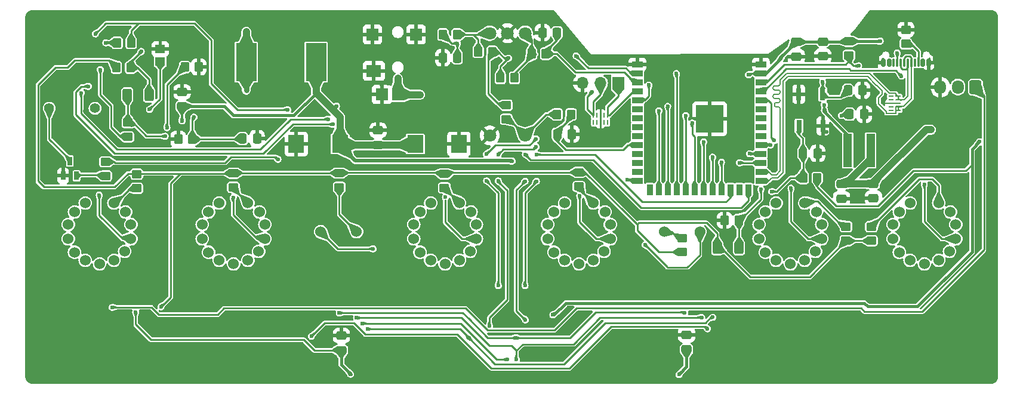
<source format=gbl>
G04 #@! TF.GenerationSoftware,KiCad,Pcbnew,8.0.0*
G04 #@! TF.CreationDate,2024-11-14T18:35:43+01:00*
G04 #@! TF.ProjectId,nixie_alarm_main_board,6e697869-655f-4616-9c61-726d5f6d6169,rev?*
G04 #@! TF.SameCoordinates,Original*
G04 #@! TF.FileFunction,Copper,L2,Bot*
G04 #@! TF.FilePolarity,Positive*
%FSLAX46Y46*%
G04 Gerber Fmt 4.6, Leading zero omitted, Abs format (unit mm)*
G04 Created by KiCad (PCBNEW 8.0.0) date 2024-11-14 18:35:43*
%MOMM*%
%LPD*%
G01*
G04 APERTURE LIST*
G04 Aperture macros list*
%AMRoundRect*
0 Rectangle with rounded corners*
0 $1 Rounding radius*
0 $2 $3 $4 $5 $6 $7 $8 $9 X,Y pos of 4 corners*
0 Add a 4 corners polygon primitive as box body*
4,1,4,$2,$3,$4,$5,$6,$7,$8,$9,$2,$3,0*
0 Add four circle primitives for the rounded corners*
1,1,$1+$1,$2,$3*
1,1,$1+$1,$4,$5*
1,1,$1+$1,$6,$7*
1,1,$1+$1,$8,$9*
0 Add four rect primitives between the rounded corners*
20,1,$1+$1,$2,$3,$4,$5,0*
20,1,$1+$1,$4,$5,$6,$7,0*
20,1,$1+$1,$6,$7,$8,$9,0*
20,1,$1+$1,$8,$9,$2,$3,0*%
G04 Aperture macros list end*
G04 #@! TA.AperFunction,ComponentPad*
%ADD10C,1.524000*%
G04 #@! TD*
G04 #@! TA.AperFunction,ComponentPad*
%ADD11C,0.800000*%
G04 #@! TD*
G04 #@! TA.AperFunction,ComponentPad*
%ADD12C,6.400000*%
G04 #@! TD*
G04 #@! TA.AperFunction,ComponentPad*
%ADD13C,1.800000*%
G04 #@! TD*
G04 #@! TA.AperFunction,ComponentPad*
%ADD14C,4.572000*%
G04 #@! TD*
G04 #@! TA.AperFunction,SMDPad,CuDef*
%ADD15RoundRect,0.250000X-0.475000X0.337500X-0.475000X-0.337500X0.475000X-0.337500X0.475000X0.337500X0*%
G04 #@! TD*
G04 #@! TA.AperFunction,SMDPad,CuDef*
%ADD16R,0.650000X1.200000*%
G04 #@! TD*
G04 #@! TA.AperFunction,SMDPad,CuDef*
%ADD17RoundRect,0.250000X-0.337500X-0.475000X0.337500X-0.475000X0.337500X0.475000X-0.337500X0.475000X0*%
G04 #@! TD*
G04 #@! TA.AperFunction,SMDPad,CuDef*
%ADD18RoundRect,0.250000X0.450000X-0.350000X0.450000X0.350000X-0.450000X0.350000X-0.450000X-0.350000X0*%
G04 #@! TD*
G04 #@! TA.AperFunction,SMDPad,CuDef*
%ADD19RoundRect,0.250000X-0.450000X0.350000X-0.450000X-0.350000X0.450000X-0.350000X0.450000X0.350000X0*%
G04 #@! TD*
G04 #@! TA.AperFunction,SMDPad,CuDef*
%ADD20RoundRect,0.250000X0.337500X0.475000X-0.337500X0.475000X-0.337500X-0.475000X0.337500X-0.475000X0*%
G04 #@! TD*
G04 #@! TA.AperFunction,SMDPad,CuDef*
%ADD21R,2.900000X5.400000*%
G04 #@! TD*
G04 #@! TA.AperFunction,SMDPad,CuDef*
%ADD22R,0.750000X0.250000*%
G04 #@! TD*
G04 #@! TA.AperFunction,SMDPad,CuDef*
%ADD23R,2.300000X2.500000*%
G04 #@! TD*
G04 #@! TA.AperFunction,SMDPad,CuDef*
%ADD24R,1.250000X4.700000*%
G04 #@! TD*
G04 #@! TA.AperFunction,SMDPad,CuDef*
%ADD25RoundRect,0.250000X0.350000X0.450000X-0.350000X0.450000X-0.350000X-0.450000X0.350000X-0.450000X0*%
G04 #@! TD*
G04 #@! TA.AperFunction,SMDPad,CuDef*
%ADD26RoundRect,0.250000X0.400000X0.625000X-0.400000X0.625000X-0.400000X-0.625000X0.400000X-0.625000X0*%
G04 #@! TD*
G04 #@! TA.AperFunction,ComponentPad*
%ADD27R,1.700000X1.700000*%
G04 #@! TD*
G04 #@! TA.AperFunction,ComponentPad*
%ADD28O,1.700000X1.700000*%
G04 #@! TD*
G04 #@! TA.AperFunction,SMDPad,CuDef*
%ADD29RoundRect,0.250000X-0.350000X-0.450000X0.350000X-0.450000X0.350000X0.450000X-0.350000X0.450000X0*%
G04 #@! TD*
G04 #@! TA.AperFunction,SMDPad,CuDef*
%ADD30R,1.450000X1.150000*%
G04 #@! TD*
G04 #@! TA.AperFunction,SMDPad,CuDef*
%ADD31R,0.250000X0.750000*%
G04 #@! TD*
G04 #@! TA.AperFunction,SMDPad,CuDef*
%ADD32RoundRect,0.250000X0.475000X-0.337500X0.475000X0.337500X-0.475000X0.337500X-0.475000X-0.337500X0*%
G04 #@! TD*
G04 #@! TA.AperFunction,SMDPad,CuDef*
%ADD33RoundRect,0.250000X-0.400000X-0.625000X0.400000X-0.625000X0.400000X0.625000X-0.400000X0.625000X0*%
G04 #@! TD*
G04 #@! TA.AperFunction,SMDPad,CuDef*
%ADD34R,0.800000X1.700000*%
G04 #@! TD*
G04 #@! TA.AperFunction,ComponentPad*
%ADD35RoundRect,0.250000X0.600000X0.725000X-0.600000X0.725000X-0.600000X-0.725000X0.600000X-0.725000X0*%
G04 #@! TD*
G04 #@! TA.AperFunction,ComponentPad*
%ADD36O,1.700000X1.950000*%
G04 #@! TD*
G04 #@! TA.AperFunction,ComponentPad*
%ADD37C,1.410000*%
G04 #@! TD*
G04 #@! TA.AperFunction,SMDPad,CuDef*
%ADD38R,1.800000X1.700000*%
G04 #@! TD*
G04 #@! TA.AperFunction,SMDPad,CuDef*
%ADD39R,2.100000X1.800000*%
G04 #@! TD*
G04 #@! TA.AperFunction,SMDPad,CuDef*
%ADD40R,1.700000X1.800000*%
G04 #@! TD*
G04 #@! TA.AperFunction,SMDPad,CuDef*
%ADD41R,1.500000X0.900000*%
G04 #@! TD*
G04 #@! TA.AperFunction,SMDPad,CuDef*
%ADD42R,0.900000X1.500000*%
G04 #@! TD*
G04 #@! TA.AperFunction,HeatsinkPad*
%ADD43C,0.600000*%
G04 #@! TD*
G04 #@! TA.AperFunction,SMDPad,CuDef*
%ADD44R,3.900000X3.900000*%
G04 #@! TD*
G04 #@! TA.AperFunction,SMDPad,CuDef*
%ADD45RoundRect,0.150000X-0.150000X-0.425000X0.150000X-0.425000X0.150000X0.425000X-0.150000X0.425000X0*%
G04 #@! TD*
G04 #@! TA.AperFunction,SMDPad,CuDef*
%ADD46RoundRect,0.075000X-0.075000X-0.500000X0.075000X-0.500000X0.075000X0.500000X-0.075000X0.500000X0*%
G04 #@! TD*
G04 #@! TA.AperFunction,ComponentPad*
%ADD47O,1.000000X1.800000*%
G04 #@! TD*
G04 #@! TA.AperFunction,ComponentPad*
%ADD48O,1.000000X2.100000*%
G04 #@! TD*
G04 #@! TA.AperFunction,ViaPad*
%ADD49C,0.600000*%
G04 #@! TD*
G04 #@! TA.AperFunction,Conductor*
%ADD50C,0.250000*%
G04 #@! TD*
G04 #@! TA.AperFunction,Conductor*
%ADD51C,0.500000*%
G04 #@! TD*
G04 #@! TA.AperFunction,Conductor*
%ADD52C,0.350000*%
G04 #@! TD*
G04 #@! TA.AperFunction,Conductor*
%ADD53C,1.000000*%
G04 #@! TD*
G04 #@! TA.AperFunction,Conductor*
%ADD54C,0.400000*%
G04 #@! TD*
G04 #@! TA.AperFunction,Conductor*
%ADD55C,0.200000*%
G04 #@! TD*
G04 #@! TA.AperFunction,Conductor*
%ADD56C,0.800000*%
G04 #@! TD*
G04 APERTURE END LIST*
D10*
X182590000Y-104928000D03*
X177510000Y-104928000D03*
D11*
X88600000Y-122400000D03*
X89302944Y-120702944D03*
X89302944Y-124097056D03*
X91000000Y-120000000D03*
D12*
X91000000Y-122400000D03*
D11*
X91000000Y-124800000D03*
X92697056Y-120702944D03*
X92697056Y-124097056D03*
X93400000Y-122400000D03*
D10*
X218133000Y-102134000D03*
X212418000Y-100864000D03*
X210894000Y-102134000D03*
X210005000Y-103912000D03*
X210894000Y-107849000D03*
X212418000Y-108992000D03*
X214450000Y-109500000D03*
X216482000Y-108992000D03*
X218006000Y-107722000D03*
X218895000Y-103912000D03*
X210005000Y-105944000D03*
X218895000Y-105944000D03*
X216482000Y-100864000D03*
X128810000Y-104928000D03*
X133890000Y-104928000D03*
X150133000Y-102134000D03*
X144418000Y-100864000D03*
X142894000Y-102134000D03*
X142005000Y-103912000D03*
X142894000Y-107849000D03*
X144418000Y-108992000D03*
X146450000Y-109500000D03*
X148482000Y-108992000D03*
X150006000Y-107722000D03*
X150895000Y-103912000D03*
X142005000Y-105944000D03*
X150895000Y-105944000D03*
X148482000Y-100864000D03*
X120133000Y-102134000D03*
X114418000Y-100864000D03*
X112894000Y-102134000D03*
X112005000Y-103912000D03*
X112894000Y-107849000D03*
X114418000Y-108992000D03*
X116450000Y-109500000D03*
X118482000Y-108992000D03*
X120006000Y-107722000D03*
X120895000Y-103912000D03*
X112005000Y-105944000D03*
X120895000Y-105944000D03*
X118482000Y-100864000D03*
D11*
X218400000Y-122400000D03*
X219102944Y-120702944D03*
X219102944Y-124097056D03*
X220800000Y-120000000D03*
D12*
X220800000Y-122400000D03*
D11*
X220800000Y-124800000D03*
X222497056Y-120702944D03*
X222497056Y-124097056D03*
X223200000Y-122400000D03*
D13*
X157800000Y-91278000D03*
X152800000Y-91278000D03*
X157800000Y-76778000D03*
X152800000Y-76778000D03*
X155300000Y-76778000D03*
D14*
X160900000Y-84278000D03*
X149700000Y-84278000D03*
D11*
X88600000Y-77600000D03*
X89302944Y-75902944D03*
X89302944Y-79297056D03*
X91000000Y-75200000D03*
D12*
X91000000Y-77600000D03*
D11*
X91000000Y-80000000D03*
X92697056Y-75902944D03*
X92697056Y-79297056D03*
X93400000Y-77600000D03*
D10*
X101133000Y-102134000D03*
X95418000Y-100864000D03*
X93894000Y-102134000D03*
X93005000Y-103912000D03*
X93894000Y-107849000D03*
X95418000Y-108992000D03*
X97450000Y-109500000D03*
X99482000Y-108992000D03*
X101006000Y-107722000D03*
X101895000Y-103912000D03*
X93005000Y-105944000D03*
X101895000Y-105944000D03*
X99482000Y-100864000D03*
X199133000Y-102134000D03*
X193418000Y-100864000D03*
X191894000Y-102134000D03*
X191005000Y-103912000D03*
X191894000Y-107849000D03*
X193418000Y-108992000D03*
X195450000Y-109500000D03*
X197482000Y-108992000D03*
X199006000Y-107722000D03*
X199895000Y-103912000D03*
X191005000Y-105944000D03*
X199895000Y-105944000D03*
X197482000Y-100864000D03*
X169133000Y-102134000D03*
X163418000Y-100864000D03*
X161894000Y-102134000D03*
X161005000Y-103912000D03*
X161894000Y-107849000D03*
X163418000Y-108992000D03*
X165450000Y-109500000D03*
X167482000Y-108992000D03*
X169006000Y-107722000D03*
X169895000Y-103912000D03*
X161005000Y-105944000D03*
X169895000Y-105944000D03*
X167482000Y-100864000D03*
D11*
X218400000Y-77600000D03*
X219102944Y-75902944D03*
X219102944Y-79297056D03*
X220800000Y-75200000D03*
D12*
X220800000Y-77600000D03*
D11*
X220800000Y-80000000D03*
X222497056Y-75902944D03*
X222497056Y-79297056D03*
X223200000Y-77600000D03*
D15*
X200050000Y-77962500D03*
X200050000Y-80037500D03*
D16*
X94185000Y-97000000D03*
X92265000Y-97000000D03*
X93225000Y-94900000D03*
D17*
X162362500Y-91100000D03*
X164437500Y-91100000D03*
D18*
X98300000Y-97025000D03*
X98300000Y-95025000D03*
D15*
X109150000Y-85087500D03*
X109150000Y-87162500D03*
D19*
X146350000Y-96728000D03*
X146350000Y-98728000D03*
D20*
X119787500Y-91725000D03*
X117712500Y-91725000D03*
D21*
X128150000Y-80878000D03*
X118250000Y-80878000D03*
D15*
X136950000Y-90562500D03*
X136950000Y-92637500D03*
D22*
X210750000Y-85725000D03*
X210750000Y-86225000D03*
X210750000Y-86725000D03*
X210750000Y-87225000D03*
X210750000Y-87725000D03*
X209750000Y-87725000D03*
X209750000Y-87225000D03*
X209750000Y-86725000D03*
X209750000Y-86225000D03*
X209750000Y-85725000D03*
D20*
X199287500Y-93828000D03*
X197212500Y-93828000D03*
D23*
X131550000Y-92500000D03*
X125350000Y-92500000D03*
D24*
X203575000Y-93425000D03*
X206825000Y-93425000D03*
D25*
X188125000Y-103325000D03*
X186125000Y-103325000D03*
D26*
X104475000Y-85550000D03*
X101375000Y-85550000D03*
D27*
X171050000Y-83848000D03*
D28*
X168510000Y-83848000D03*
X165970000Y-83848000D03*
D29*
X162325000Y-88300000D03*
X164325000Y-88300000D03*
X197250000Y-97325000D03*
X199250000Y-97325000D03*
D30*
X106050000Y-80800000D03*
X106050000Y-79000000D03*
D25*
X153150000Y-79425000D03*
X151150000Y-79425000D03*
D17*
X203837500Y-88275000D03*
X205912500Y-88275000D03*
D31*
X167500000Y-88425000D03*
X168000000Y-88425000D03*
X168500000Y-88425000D03*
X169000000Y-88425000D03*
X169500000Y-88425000D03*
X169500000Y-89425000D03*
X169000000Y-89425000D03*
X168500000Y-89425000D03*
X168000000Y-89425000D03*
X167500000Y-89425000D03*
D32*
X196275000Y-80087500D03*
X196275000Y-78012500D03*
D18*
X203750000Y-79925000D03*
X203750000Y-77925000D03*
D25*
X110600000Y-91828000D03*
X108600000Y-91828000D03*
D15*
X207225000Y-98112500D03*
X207225000Y-100187500D03*
D19*
X131450000Y-96628000D03*
X131450000Y-98628000D03*
D18*
X206925000Y-106225000D03*
X206925000Y-104225000D03*
D32*
X180700000Y-121637500D03*
X180700000Y-119562500D03*
D33*
X185050000Y-107200000D03*
X188150000Y-107200000D03*
D18*
X155150000Y-89000000D03*
X155150000Y-87000000D03*
D29*
X109525000Y-81575000D03*
X111525000Y-81575000D03*
D18*
X203325000Y-106225000D03*
X203325000Y-104225000D03*
D20*
X162337500Y-76700000D03*
X160262500Y-76700000D03*
D18*
X180050000Y-107828000D03*
X180050000Y-105828000D03*
D29*
X99925000Y-78150000D03*
X101925000Y-78150000D03*
D18*
X211825000Y-78275000D03*
X211825000Y-76275000D03*
D15*
X202700000Y-98187500D03*
X202700000Y-100262500D03*
D34*
X196625000Y-85425000D03*
X200025000Y-85425000D03*
D20*
X148187500Y-80275000D03*
X146112500Y-80275000D03*
D35*
X221700000Y-84428000D03*
D36*
X219200000Y-84428000D03*
X216700000Y-84428000D03*
D25*
X101825000Y-81650000D03*
X99825000Y-81650000D03*
X156300000Y-83125000D03*
X154300000Y-83125000D03*
D29*
X158725000Y-79700000D03*
X160725000Y-79700000D03*
D32*
X131750000Y-121737500D03*
X131750000Y-119662500D03*
D34*
X200050000Y-89950000D03*
X196650000Y-89950000D03*
D37*
X96800000Y-87428000D03*
X90300000Y-87428000D03*
D19*
X165450000Y-96528000D03*
X165450000Y-98528000D03*
X116420000Y-96640000D03*
X116420000Y-98640000D03*
D20*
X205662500Y-84875000D03*
X203587500Y-84875000D03*
D25*
X148150000Y-76975000D03*
X146150000Y-76975000D03*
D38*
X139750000Y-85478000D03*
D39*
X136350000Y-82128000D03*
D38*
X137500000Y-85478000D03*
D40*
X142350000Y-76978000D03*
X136150000Y-76978000D03*
D19*
X101450000Y-89475000D03*
X101450000Y-91475000D03*
X102725000Y-96775000D03*
X102725000Y-98775000D03*
D23*
X142225000Y-92500000D03*
X148425000Y-92500000D03*
D41*
X191250000Y-81208000D03*
X191250000Y-82478000D03*
X191250000Y-83748000D03*
X191250000Y-85018000D03*
X191250000Y-86288000D03*
X191250000Y-87558000D03*
X191250000Y-88828000D03*
X191250000Y-90098000D03*
X191250000Y-91368000D03*
X191250000Y-92638000D03*
X191250000Y-93908000D03*
X191250000Y-95178000D03*
X191250000Y-96448000D03*
X191250000Y-97718000D03*
D42*
X189485000Y-98968000D03*
X188215000Y-98968000D03*
X186945000Y-98968000D03*
X185675000Y-98968000D03*
X184405000Y-98968000D03*
X183135000Y-98968000D03*
X181865000Y-98968000D03*
X180595000Y-98968000D03*
X179325000Y-98968000D03*
X178055000Y-98968000D03*
X176785000Y-98968000D03*
X175515000Y-98968000D03*
D41*
X173750000Y-97718000D03*
X173750000Y-96448000D03*
X173750000Y-95178000D03*
X173750000Y-93908000D03*
X173750000Y-92638000D03*
X173750000Y-91368000D03*
X173750000Y-90098000D03*
X173750000Y-88828000D03*
X173750000Y-87558000D03*
X173750000Y-86288000D03*
X173750000Y-85018000D03*
X173750000Y-83748000D03*
X173750000Y-82478000D03*
X173750000Y-81208000D03*
D43*
X185400000Y-89628000D03*
X185400000Y-88228000D03*
X184700000Y-90328000D03*
X184700000Y-88928000D03*
X184700000Y-87528000D03*
X184000000Y-89628000D03*
D44*
X184000000Y-88928000D03*
D43*
X184000000Y-88228000D03*
X183300000Y-90328000D03*
X183300000Y-88928000D03*
X183300000Y-87528000D03*
X182600000Y-89628000D03*
X182600000Y-88228000D03*
D45*
X208650000Y-80968000D03*
X209450000Y-80968000D03*
D46*
X210600000Y-80968000D03*
X211600000Y-80968000D03*
X212100000Y-80968000D03*
X213100000Y-80968000D03*
D45*
X214250000Y-80968000D03*
X215050000Y-80968000D03*
X215050000Y-80968000D03*
X214250000Y-80968000D03*
D46*
X213600000Y-80968000D03*
X212600000Y-80968000D03*
X211100000Y-80968000D03*
X210100000Y-80968000D03*
D45*
X209450000Y-80968000D03*
X208650000Y-80968000D03*
D47*
X207530000Y-76213000D03*
D48*
X207530000Y-80393000D03*
D47*
X216170000Y-76213000D03*
D48*
X216170000Y-80393000D03*
D49*
X141050000Y-81650000D03*
X142910000Y-82450000D03*
X133920000Y-83090000D03*
X96625000Y-79075000D03*
X223550000Y-103500000D03*
X171840000Y-80525000D03*
X157325000Y-85650000D03*
X139000000Y-125150000D03*
X205300000Y-76450000D03*
X154150000Y-117850000D03*
X198350000Y-88650000D03*
X133050000Y-85540000D03*
X109000000Y-74725000D03*
X107050000Y-95950000D03*
X144200000Y-77950000D03*
X101525000Y-125150000D03*
X180500000Y-80525000D03*
X186050000Y-109950000D03*
X88050000Y-119450000D03*
X95025000Y-125150000D03*
X195500000Y-106625000D03*
X162550000Y-115100000D03*
X132160000Y-84690000D03*
X193900000Y-79200000D03*
X130900000Y-113300000D03*
X135660000Y-83930000D03*
X213400000Y-98925000D03*
X119925000Y-125150000D03*
X143880000Y-81580000D03*
X149050000Y-122200000D03*
X88050000Y-86600000D03*
X223550000Y-92450000D03*
X143900000Y-74775000D03*
X165550000Y-92650000D03*
X132150000Y-85460000D03*
X145450000Y-85600000D03*
X172400000Y-125150000D03*
X114850000Y-83900000D03*
X92700000Y-83275000D03*
X177375000Y-119575000D03*
X144200000Y-76950000D03*
X104525000Y-88850000D03*
X125100000Y-121000000D03*
X134860000Y-83940000D03*
X131190000Y-85500000D03*
X117700000Y-102750000D03*
X153350000Y-84300000D03*
X211250000Y-114600000D03*
X117950000Y-95600000D03*
X88050000Y-97850000D03*
X88050000Y-81150000D03*
X143790000Y-82480000D03*
X180000000Y-114000000D03*
X219025000Y-98625000D03*
X135400000Y-98300000D03*
X184800000Y-80525000D03*
X135700000Y-85520000D03*
X167750000Y-80525000D03*
X101950000Y-74725000D03*
X128350000Y-91050000D03*
X212000000Y-89050000D03*
X132200000Y-76950000D03*
X88050000Y-109700000D03*
X133300000Y-76000000D03*
X97400000Y-106575000D03*
X133940000Y-84730000D03*
X141050000Y-82500000D03*
X142010000Y-83450000D03*
X134900000Y-85500000D03*
X125275000Y-110100000D03*
X207150000Y-114625000D03*
X207925000Y-82800000D03*
X142880000Y-83390000D03*
X185100000Y-92900000D03*
X202175000Y-85075000D03*
X133940000Y-85520000D03*
X204550000Y-125150000D03*
X134870000Y-84740000D03*
X205925000Y-86300000D03*
X203175000Y-102425000D03*
X134300000Y-77950000D03*
X159650000Y-117300000D03*
X89550000Y-92475000D03*
X88050000Y-104000000D03*
X130550000Y-74825000D03*
X102725000Y-87975000D03*
X142500000Y-98300000D03*
X144800000Y-80750000D03*
X133050000Y-84690000D03*
X219650000Y-86450000D03*
X202800000Y-86475000D03*
X173600000Y-102200000D03*
X96775000Y-85400000D03*
X110050000Y-79525000D03*
X127500000Y-98200000D03*
X138450000Y-81100000D03*
X106825000Y-92450000D03*
X196800000Y-98775000D03*
X91300000Y-100300000D03*
X152900000Y-100800000D03*
X213350000Y-83550000D03*
X123600000Y-74825000D03*
X188200000Y-89500000D03*
X215550000Y-98900000D03*
X223550000Y-98150000D03*
X123275000Y-85750000D03*
X162450000Y-122800000D03*
X107925000Y-89225000D03*
X187200000Y-96500000D03*
X223550000Y-109100000D03*
X113725000Y-125150000D03*
X209500000Y-97925000D03*
X159050000Y-100800000D03*
X187200000Y-97300000D03*
X133050000Y-83900000D03*
X107725000Y-125150000D03*
X176025000Y-83200000D03*
X145125000Y-91025000D03*
X130900000Y-114100000D03*
X134300000Y-76000000D03*
X186475000Y-121750000D03*
X131850000Y-113300000D03*
X121425000Y-89825000D03*
X129400000Y-95750000D03*
X220600000Y-92100000D03*
X191250000Y-80200000D03*
X97450000Y-88800000D03*
X180000000Y-113200000D03*
X169775000Y-122825000D03*
X217300000Y-125150000D03*
X90850000Y-97650000D03*
X163150000Y-119200000D03*
X201025000Y-96925000D03*
X132175000Y-79800000D03*
X116500000Y-106575000D03*
X105275000Y-83825000D03*
X170100000Y-98700000D03*
X146500000Y-106725000D03*
X133325000Y-78900000D03*
X109950000Y-98650000D03*
X141060000Y-83490000D03*
X163675000Y-76750000D03*
X100125000Y-87900000D03*
X164150000Y-125150000D03*
X143850000Y-80750000D03*
X142850000Y-84240000D03*
X150300000Y-74750000D03*
X205225000Y-93300000D03*
X174975000Y-109425000D03*
X94900000Y-91600000D03*
X222025000Y-93900000D03*
X133400000Y-95750000D03*
X185600000Y-125150000D03*
X155900000Y-125150000D03*
X198550000Y-83575000D03*
X197000000Y-103600000D03*
X142000000Y-84270000D03*
X133300000Y-77950000D03*
X167000000Y-103800000D03*
X175620000Y-80525000D03*
X142900000Y-81600000D03*
X128550000Y-87650000D03*
X138100000Y-107800000D03*
X180900000Y-113200000D03*
X223550000Y-118550000D03*
X122825000Y-93250000D03*
X88050000Y-114650000D03*
X198125000Y-79400000D03*
X114225000Y-92550000D03*
X183700000Y-84650000D03*
X165400000Y-106800000D03*
X174100000Y-121450000D03*
X137700000Y-121200000D03*
X156350000Y-74725000D03*
X132200000Y-77950000D03*
X202350000Y-79300000D03*
X189100000Y-86950000D03*
X205075000Y-90750000D03*
X105950000Y-76800000D03*
X141940000Y-81650000D03*
X223550000Y-113850000D03*
X138450000Y-83000000D03*
X126175000Y-125150000D03*
X205075000Y-100200000D03*
X214700000Y-74875000D03*
X198450000Y-125150000D03*
X138450000Y-82050000D03*
X135680000Y-84770000D03*
X116300000Y-74825000D03*
X138450000Y-83950000D03*
X214500000Y-106350000D03*
X188100000Y-96500000D03*
X138100000Y-104900000D03*
X209150000Y-74875000D03*
X211100000Y-125150000D03*
X113950000Y-77850000D03*
X175675000Y-96725000D03*
X131400000Y-94900000D03*
X208550000Y-86525000D03*
X148100000Y-103600000D03*
X133980000Y-83900000D03*
X155900000Y-112550000D03*
X188100000Y-97300000D03*
X132200000Y-75950000D03*
X192550000Y-125150000D03*
X122800000Y-98200000D03*
X137850000Y-109500000D03*
X141960000Y-82490000D03*
X219350000Y-94375000D03*
X98700000Y-102650000D03*
X111450000Y-84700000D03*
X137500000Y-74725000D03*
X222050000Y-102275000D03*
X91850000Y-88250000D03*
X129525000Y-119550000D03*
X149550000Y-97750000D03*
X167250000Y-96400000D03*
X162250000Y-97900000D03*
X142900000Y-80750000D03*
X133290000Y-76950000D03*
X131850000Y-114100000D03*
X139450000Y-90550000D03*
X200550000Y-90750000D03*
X88050000Y-92500000D03*
X99325000Y-84450000D03*
X216050000Y-103500000D03*
X147400000Y-125150000D03*
X213000000Y-86600000D03*
X132175000Y-78875000D03*
X94450000Y-74725000D03*
X180900000Y-114000000D03*
X193150000Y-93550000D03*
X144790000Y-81590000D03*
X102800000Y-91875000D03*
X137490000Y-83970000D03*
X141050000Y-80750000D03*
X151650000Y-116700000D03*
X144200000Y-75950000D03*
X134300000Y-76950000D03*
X149730000Y-114660000D03*
X134375000Y-90600000D03*
X141950000Y-80750000D03*
X122750000Y-94678000D03*
X180600000Y-88478000D03*
X106175000Y-115575000D03*
X148200000Y-78228000D03*
X165050000Y-80000000D03*
X155450000Y-80328000D03*
X214550000Y-90475000D03*
X99250000Y-115675000D03*
X215400000Y-90475000D03*
X222250000Y-92178000D03*
X161750000Y-116728000D03*
X194075000Y-80350000D03*
X208175000Y-77900000D03*
X189500000Y-82675000D03*
X124150000Y-87650000D03*
X96850000Y-76875000D03*
X130550000Y-87678000D03*
X202662500Y-88462500D03*
X142900000Y-85500000D03*
X155950000Y-94928000D03*
X109150000Y-89225000D03*
X142200000Y-85490000D03*
X141490000Y-85490000D03*
X179650000Y-125200000D03*
X133050000Y-125150000D03*
X131050000Y-87128000D03*
X139750000Y-83940000D03*
X139750000Y-83200000D03*
X102575000Y-116325000D03*
X184450000Y-117075000D03*
X149850000Y-120028000D03*
X135450000Y-118750000D03*
X104525000Y-87600000D03*
X107000000Y-90175000D03*
X106750000Y-91400000D03*
X174819058Y-106780942D03*
X183687031Y-118696853D03*
X127500000Y-119750000D03*
X182850000Y-117100000D03*
X156550000Y-123050000D03*
X133900000Y-117150000D03*
X136250000Y-107375000D03*
X156500000Y-120000000D03*
X131450000Y-116450000D03*
X180450000Y-116450000D03*
X134678000Y-117950000D03*
X155250000Y-123050000D03*
X185650000Y-95090000D03*
X154000000Y-97728000D03*
X159376500Y-92901500D03*
X154000000Y-93978000D03*
X152729442Y-118295558D03*
X157860000Y-93970000D03*
X157850000Y-117450000D03*
X157800000Y-97778000D03*
X152300000Y-93928000D03*
X154000000Y-112578000D03*
X184400000Y-94378000D03*
X152350000Y-97728000D03*
X159351500Y-91776500D03*
X159400000Y-94028000D03*
X157800000Y-112578000D03*
X159400000Y-97778000D03*
X176775000Y-87800000D03*
X98325000Y-78150000D03*
X95850000Y-84325000D03*
X130550000Y-89700000D03*
X97550000Y-81950000D03*
X94825000Y-85250000D03*
X129925000Y-88975000D03*
X178025000Y-87150000D03*
X211200000Y-82878000D03*
X103350000Y-79375000D03*
X210600000Y-79600000D03*
X189650000Y-93878000D03*
X191250000Y-98900000D03*
X192625000Y-92625000D03*
X188220000Y-95160000D03*
X193150000Y-92000000D03*
X183135000Y-92213000D03*
X181500000Y-89528000D03*
X179275000Y-82525000D03*
X167290000Y-85130000D03*
X175360000Y-84140000D03*
X192800000Y-99250000D03*
X172300000Y-97575000D03*
X118250000Y-76600000D03*
X118250000Y-84900000D03*
X118250000Y-77400000D03*
X110825000Y-88700000D03*
X200275000Y-87700000D03*
X200250000Y-86950000D03*
X214425000Y-98225000D03*
X195525000Y-98775000D03*
X165550000Y-99850000D03*
X146500000Y-100050000D03*
X116400000Y-100100000D03*
X97400000Y-99750000D03*
X205125321Y-81419894D03*
X200025000Y-83700000D03*
D50*
X108600000Y-91775000D02*
X108600000Y-91828000D01*
D51*
X137490000Y-85468000D02*
X137500000Y-85478000D01*
D50*
X168500000Y-89425000D02*
X168500000Y-88425000D01*
D51*
X137490000Y-83970000D02*
X137490000Y-85468000D01*
D50*
X108872000Y-91828000D02*
X108600000Y-91828000D01*
X108600000Y-91812500D02*
X108600000Y-91828000D01*
X180595000Y-88483000D02*
X180595000Y-98968000D01*
X99500000Y-95025000D02*
X98300000Y-95025000D01*
X99625000Y-95150000D02*
X99500000Y-95025000D01*
X122422000Y-94350000D02*
X116061884Y-94350000D01*
X180600000Y-88478000D02*
X180595000Y-88483000D01*
X116061884Y-94350000D02*
X115261884Y-95150000D01*
X122750000Y-94678000D02*
X122422000Y-94350000D01*
X115261884Y-95150000D02*
X99625000Y-95150000D01*
X99825000Y-81650000D02*
X98825000Y-80650000D01*
X185050000Y-105178000D02*
X183550000Y-103678000D01*
X93925000Y-80650000D02*
X92925000Y-81650000D01*
X146200000Y-96578000D02*
X131500000Y-96578000D01*
X185050000Y-107200000D02*
X185572000Y-107200000D01*
X183550000Y-103678000D02*
X173922000Y-103678000D01*
X116338000Y-96640000D02*
X116300000Y-96678000D01*
X108922000Y-96678000D02*
X116300000Y-96678000D01*
X165450000Y-96528000D02*
X146550000Y-96528000D01*
X91175000Y-81650000D02*
X88700000Y-84125000D01*
X116420000Y-96640000D02*
X116338000Y-96640000D01*
X131500000Y-96578000D02*
X131450000Y-96628000D01*
X101497000Y-96678000D02*
X116300000Y-96678000D01*
X146350000Y-96728000D02*
X146200000Y-96578000D01*
X180050000Y-107828000D02*
X176750000Y-107828000D01*
X116432000Y-96628000D02*
X116420000Y-96640000D01*
X89550000Y-98600000D02*
X99575000Y-98600000D01*
X99575000Y-98600000D02*
X101497000Y-96678000D01*
D52*
X131550000Y-96528000D02*
X131450000Y-96628000D01*
D50*
X98825000Y-80650000D02*
X93925000Y-80650000D01*
X88700000Y-84125000D02*
X88700000Y-97750000D01*
X92925000Y-81650000D02*
X91175000Y-81650000D01*
X176750000Y-107828000D02*
X173700000Y-104778000D01*
X146550000Y-96528000D02*
X146350000Y-96728000D01*
X106175000Y-115575000D02*
X107540000Y-114210000D01*
X185572000Y-107200000D02*
X189750000Y-111378000D01*
X88700000Y-97750000D02*
X89550000Y-98600000D01*
X131450000Y-96628000D02*
X116432000Y-96628000D01*
X198172000Y-111378000D02*
X203325000Y-106225000D01*
X172050000Y-102250000D02*
X166328000Y-96528000D01*
X185050000Y-107200000D02*
X185050000Y-105178000D01*
X203325000Y-106225000D02*
X206925000Y-106225000D01*
X107540000Y-114210000D02*
X107540000Y-98060000D01*
X166328000Y-96528000D02*
X165450000Y-96528000D01*
X107540000Y-98060000D02*
X108922000Y-96678000D01*
X173700000Y-104778000D02*
X173700000Y-103900000D01*
X189750000Y-111378000D02*
X198172000Y-111378000D01*
X173922000Y-103678000D02*
X173700000Y-103900000D01*
X173700000Y-103900000D02*
X172050000Y-102250000D01*
X165050000Y-80000000D02*
X165000000Y-79950000D01*
X173750000Y-82478000D02*
X172828000Y-82478000D01*
X172828000Y-82478000D02*
X172100000Y-81750000D01*
X166800000Y-81750000D02*
X165050000Y-80000000D01*
X148200000Y-78228000D02*
X148200000Y-80262500D01*
X172100000Y-81750000D02*
X166800000Y-81750000D01*
X148200000Y-80262500D02*
X148187500Y-80275000D01*
X148200000Y-78228000D02*
X148212500Y-78215500D01*
X147403000Y-78228000D02*
X148200000Y-78228000D01*
X146150000Y-76975000D02*
X147403000Y-78228000D01*
X171900000Y-82350000D02*
X164959500Y-82350000D01*
X160725000Y-79375000D02*
X162337500Y-77762500D01*
X162309500Y-79700000D02*
X160725000Y-79700000D01*
X173750000Y-83748000D02*
X173298000Y-83748000D01*
X162337500Y-77762500D02*
X162337500Y-76700000D01*
X164959500Y-82350000D02*
X162309500Y-79700000D01*
X162387500Y-76815500D02*
X162300000Y-76728000D01*
X162287500Y-76740500D02*
X162300000Y-76728000D01*
X173298000Y-83748000D02*
X171900000Y-82350000D01*
D53*
X207225000Y-98112500D02*
X202775000Y-98112500D01*
D50*
X152600000Y-85400000D02*
X154200000Y-87000000D01*
X115100000Y-115800000D02*
X149350000Y-115800000D01*
X222900000Y-107500000D02*
X222900000Y-85628000D01*
X155450000Y-80328000D02*
X154851900Y-80328000D01*
D53*
X215400000Y-90475000D02*
X214687500Y-90475000D01*
D50*
X154300000Y-83125000D02*
X154300000Y-81478000D01*
X153948900Y-79425000D02*
X153150000Y-79425000D01*
X149350000Y-115800000D02*
X152470558Y-118920558D01*
D53*
X203250000Y-98187500D02*
X206825000Y-94612500D01*
D50*
X104800000Y-115650000D02*
X105850000Y-116700000D01*
X154200000Y-87000000D02*
X155150000Y-87000000D01*
X152600000Y-79975000D02*
X152600000Y-85400000D01*
D53*
X206825000Y-94612500D02*
X206825000Y-93425000D01*
D50*
X165100000Y-115800000D02*
X205500000Y-115800000D01*
D53*
X202775000Y-98112500D02*
X202700000Y-98187500D01*
X214687500Y-90475000D02*
X207225000Y-97937500D01*
D50*
X205500000Y-115800000D02*
X205950000Y-116250000D01*
X154300000Y-81478000D02*
X155450000Y-80328000D01*
X99250000Y-115675000D02*
X99275000Y-115650000D01*
X222900000Y-85628000D02*
X221700000Y-84428000D01*
X152470558Y-118920558D02*
X161979442Y-118920558D01*
X154851900Y-80328000D02*
X153948900Y-79425000D01*
X205950000Y-116250000D02*
X214150000Y-116250000D01*
X161979442Y-118920558D02*
X165100000Y-115800000D01*
X153150000Y-79425000D02*
X152600000Y-79975000D01*
X214150000Y-116250000D02*
X222900000Y-107500000D01*
X105850000Y-116700000D02*
X114200000Y-116700000D01*
D53*
X202700000Y-98187500D02*
X203250000Y-98187500D01*
D50*
X155150000Y-87000000D02*
X155450000Y-86700000D01*
D53*
X207225000Y-97937500D02*
X207225000Y-98112500D01*
D50*
X114200000Y-116700000D02*
X115100000Y-115800000D01*
X99275000Y-115650000D02*
X104800000Y-115650000D01*
D54*
X191947000Y-82478000D02*
X191250000Y-82478000D01*
X221200000Y-107800000D02*
X221200000Y-95425000D01*
X208150000Y-77925000D02*
X203750000Y-77925000D01*
X194075000Y-80212500D02*
X196275000Y-78012500D01*
D50*
X96850000Y-76875000D02*
X96825000Y-76850000D01*
D54*
X208175000Y-77900000D02*
X208150000Y-77925000D01*
D50*
X116975000Y-87650000D02*
X124150000Y-87650000D01*
X191200000Y-82528000D02*
X191250000Y-82478000D01*
D54*
X196275000Y-78012500D02*
X203662500Y-78012500D01*
D50*
X102950000Y-75400000D02*
X110925000Y-75400000D01*
D54*
X206410050Y-115550000D02*
X213450000Y-115550000D01*
D50*
X101925000Y-78150000D02*
X101925000Y-76425000D01*
X101925000Y-76425000D02*
X102950000Y-75400000D01*
X113275000Y-77750000D02*
X113275000Y-83950000D01*
D54*
X161911950Y-116728000D02*
X163589950Y-115050000D01*
D50*
X96850000Y-76875000D02*
X98325000Y-75400000D01*
D54*
X194075000Y-80350000D02*
X194075000Y-80212500D01*
X203662500Y-78012500D02*
X203750000Y-77925000D01*
D50*
X98325000Y-75400000D02*
X102950000Y-75400000D01*
X201950000Y-101300000D02*
X207900000Y-101300000D01*
D54*
X161750000Y-116728000D02*
X161911950Y-116728000D01*
X194075000Y-80350000D02*
X191947000Y-82478000D01*
X205910050Y-115050000D02*
X206410050Y-115550000D01*
X221200000Y-93228000D02*
X222250000Y-92178000D01*
D50*
X212900000Y-96300000D02*
X220325000Y-96300000D01*
X199250000Y-97325000D02*
X199250000Y-98600000D01*
X113275000Y-83950000D02*
X116975000Y-87650000D01*
D54*
X163589950Y-115050000D02*
X205910050Y-115050000D01*
D50*
X207900000Y-101300000D02*
X212900000Y-96300000D01*
X220325000Y-96300000D02*
X221200000Y-95425000D01*
D54*
X221200000Y-95425000D02*
X221200000Y-93228000D01*
D50*
X110925000Y-75400000D02*
X113275000Y-77750000D01*
X189550000Y-82528000D02*
X191200000Y-82528000D01*
D54*
X213450000Y-115550000D02*
X221200000Y-107800000D01*
D50*
X199250000Y-98600000D02*
X201950000Y-101300000D01*
D53*
X130550000Y-87678000D02*
X128150000Y-85278000D01*
D50*
X102575000Y-116325000D02*
X102575000Y-116575000D01*
D54*
X180700000Y-124100000D02*
X179650000Y-125150000D01*
D53*
X131822000Y-92678000D02*
X131550000Y-92950000D01*
D51*
X131772000Y-92950000D02*
X131550000Y-92950000D01*
D53*
X142047000Y-92678000D02*
X131822000Y-92678000D01*
D54*
X109175000Y-87137500D02*
X109150000Y-87162500D01*
D53*
X128150000Y-85278000D02*
X128150000Y-80878000D01*
X139750000Y-85478000D02*
X139750000Y-83200000D01*
D54*
X128150000Y-85278000D02*
X124978000Y-88450000D01*
D50*
X202662500Y-88462500D02*
X202850000Y-88275000D01*
D54*
X180700000Y-121637500D02*
X180700000Y-124100000D01*
D51*
X131050000Y-87178000D02*
X130550000Y-87678000D01*
X131050000Y-87128000D02*
X131050000Y-87178000D01*
D54*
X124978000Y-88450000D02*
X116450000Y-88450000D01*
X116450000Y-88450000D02*
X115137500Y-87137500D01*
D50*
X127900000Y-121750000D02*
X131737500Y-121750000D01*
D54*
X131750000Y-121737500D02*
X131750000Y-123800000D01*
D53*
X131550000Y-88678000D02*
X131550000Y-92950000D01*
X142900000Y-85500000D02*
X139772000Y-85500000D01*
D50*
X202850000Y-88275000D02*
X203837500Y-88275000D01*
X131737500Y-121750000D02*
X131750000Y-121737500D01*
D54*
X131750000Y-123800000D02*
X133100000Y-125150000D01*
X115137500Y-87137500D02*
X109175000Y-87137500D01*
D52*
X109150000Y-89225000D02*
X109150000Y-87162500D01*
D50*
X102575000Y-118075000D02*
X104775000Y-120275000D01*
D53*
X130550000Y-87678000D02*
X131550000Y-88678000D01*
D50*
X102575000Y-116325000D02*
X102575000Y-118075000D01*
D53*
X142225000Y-92500000D02*
X142047000Y-92678000D01*
D51*
X155900000Y-94878000D02*
X133700000Y-94878000D01*
X155950000Y-94928000D02*
X155900000Y-94878000D01*
D50*
X126425000Y-120275000D02*
X127900000Y-121750000D01*
D53*
X139772000Y-85500000D02*
X139750000Y-85478000D01*
D50*
X104775000Y-120275000D02*
X126425000Y-120275000D01*
D51*
X133700000Y-94878000D02*
X131772000Y-92950000D01*
D50*
X153522000Y-123700000D02*
X149850000Y-120028000D01*
X135450000Y-118750000D02*
X148572000Y-118750000D01*
X184450000Y-117075000D02*
X184175000Y-117075000D01*
X163300000Y-123700000D02*
X153522000Y-123700000D01*
X169150000Y-117850000D02*
X163300000Y-123700000D01*
X183400000Y-117850000D02*
X169150000Y-117850000D01*
X184175000Y-117075000D02*
X183400000Y-117850000D01*
X148572000Y-118750000D02*
X149850000Y-120028000D01*
X106025000Y-86100000D02*
X106025000Y-80825000D01*
X106025000Y-80825000D02*
X106050000Y-80800000D01*
X104525000Y-87600000D02*
X106025000Y-86100000D01*
X107000000Y-90175000D02*
X107000000Y-84100000D01*
D52*
X107025000Y-90175000D02*
X107000000Y-90175000D01*
X107025000Y-90150000D02*
X107025000Y-90175000D01*
D50*
X107000000Y-84100000D02*
X109525000Y-81575000D01*
D52*
X107000000Y-90175000D02*
X107025000Y-90175000D01*
X107000000Y-90150000D02*
X107025000Y-90150000D01*
D50*
X101450000Y-85625000D02*
X101375000Y-85550000D01*
X101450000Y-89475000D02*
X101450000Y-85625000D01*
X102175000Y-89475000D02*
X101450000Y-89475000D01*
X106750000Y-91400000D02*
X104100000Y-91400000D01*
X104100000Y-91400000D02*
X102175000Y-89475000D01*
X182590000Y-108188000D02*
X182590000Y-104928000D01*
X178000000Y-109961884D02*
X174819058Y-106780942D01*
X178000000Y-109978000D02*
X180800000Y-109978000D01*
D55*
X178000000Y-109978000D02*
X178000000Y-109961884D01*
D50*
X180800000Y-109978000D02*
X182590000Y-108188000D01*
X127500000Y-119750000D02*
X129350000Y-117900000D01*
X135100000Y-119500000D02*
X148200000Y-119500000D01*
X129350000Y-117900000D02*
X133500000Y-117900000D01*
X127500000Y-119750000D02*
X127450000Y-119800000D01*
X148200000Y-119500000D02*
X153000000Y-124300000D01*
X170000000Y-118400000D02*
X183390178Y-118400000D01*
X164100000Y-124300000D02*
X170000000Y-118400000D01*
X183390178Y-118400000D02*
X183687031Y-118696853D01*
X153000000Y-124300000D02*
X164100000Y-124300000D01*
X133500000Y-117900000D02*
X135100000Y-119500000D01*
X182850000Y-117100000D02*
X168450000Y-117100000D01*
X152750000Y-121100000D02*
X155850000Y-121100000D01*
X155850000Y-121100000D02*
X156550000Y-121800000D01*
X157450000Y-120900000D02*
X156550000Y-121800000D01*
X156550000Y-123050000D02*
X156550000Y-121800000D01*
X148800000Y-117150000D02*
X152750000Y-121100000D01*
X168450000Y-117100000D02*
X164650000Y-120900000D01*
X133900000Y-117150000D02*
X148800000Y-117150000D01*
X164650000Y-120900000D02*
X157450000Y-120900000D01*
X136250000Y-107375000D02*
X131257000Y-107375000D01*
X131257000Y-107375000D02*
X128810000Y-104928000D01*
X163418000Y-100782000D02*
X163418000Y-100864000D01*
D52*
X212418000Y-100864000D02*
X212182000Y-100628000D01*
D50*
X148972000Y-116450000D02*
X149850000Y-117328000D01*
X152522000Y-120000000D02*
X149850000Y-117328000D01*
X167800000Y-116350000D02*
X164150000Y-120000000D01*
X131450000Y-116450000D02*
X148972000Y-116450000D01*
X180450000Y-116450000D02*
X180350000Y-116350000D01*
X156500000Y-120000000D02*
X152522000Y-120000000D01*
X180350000Y-116350000D02*
X167800000Y-116350000D01*
X164150000Y-120000000D02*
X156500000Y-120000000D01*
X155250000Y-123050000D02*
X155200000Y-123050000D01*
X134678000Y-117950000D02*
X148655884Y-117950000D01*
X148655884Y-117950000D02*
X149866942Y-119161058D01*
X153755884Y-123050000D02*
X155250000Y-123050000D01*
X149866942Y-119161058D02*
X153755884Y-123050000D01*
X114806000Y-100864000D02*
X114418000Y-100864000D01*
X154000000Y-97728000D02*
X153900000Y-97728000D01*
X152729442Y-118295558D02*
X152729442Y-117120558D01*
X159000000Y-93278000D02*
X154700000Y-93278000D01*
X185675000Y-95115000D02*
X185675000Y-98968000D01*
X185650000Y-95090000D02*
X185675000Y-95115000D01*
X152729442Y-117120558D02*
X155250000Y-114600000D01*
X153900000Y-97728000D02*
X154000000Y-97828000D01*
X155250000Y-114600000D02*
X155250000Y-112578000D01*
X154200000Y-98028000D02*
X154000000Y-97828000D01*
X154000000Y-97828000D02*
X154000000Y-97728000D01*
X155250000Y-99078000D02*
X154200000Y-98028000D01*
X159376500Y-92901500D02*
X159000000Y-93278000D01*
X154700000Y-93278000D02*
X154000000Y-93978000D01*
X155250000Y-112578000D02*
X155250000Y-99078000D01*
X188450000Y-101528000D02*
X189485000Y-100493000D01*
X157800000Y-97778000D02*
X156550000Y-99028000D01*
X174250000Y-101528000D02*
X188450000Y-101528000D01*
X157860000Y-93970000D02*
X158618000Y-94728000D01*
X158618000Y-94728000D02*
X167450000Y-94728000D01*
X156550000Y-99028000D02*
X156550000Y-112578000D01*
X157850000Y-117450000D02*
X156550000Y-116150000D01*
X167450000Y-94728000D02*
X174250000Y-101528000D01*
X189485000Y-100493000D02*
X189485000Y-98968000D01*
X156550000Y-116150000D02*
X156550000Y-112578000D01*
X154000000Y-99428000D02*
X154000000Y-112578000D01*
X159351500Y-91776500D02*
X158450000Y-92678000D01*
X184400000Y-97228000D02*
X184405000Y-97233000D01*
X184400000Y-94378000D02*
X184400000Y-97228000D01*
X158450000Y-92678000D02*
X153550000Y-92678000D01*
X153550000Y-92678000D02*
X152300000Y-93928000D01*
X152450000Y-97878000D02*
X152450000Y-97878000D01*
X152450000Y-97828000D02*
X152450000Y-97878000D01*
X152350000Y-97728000D02*
X152350000Y-97778000D01*
X152350000Y-97778000D02*
X154000000Y-99428000D01*
X152350000Y-97728000D02*
X152450000Y-97828000D01*
X184405000Y-97233000D02*
X184405000Y-98968000D01*
X186945000Y-100083000D02*
X186945000Y-98968000D01*
X159400000Y-97828000D02*
X159400000Y-97778000D01*
X157800000Y-99428000D02*
X159400000Y-97828000D01*
X159400000Y-97778000D02*
X159450000Y-97778000D01*
X167700000Y-93978000D02*
X174450000Y-100728000D01*
X157800000Y-112578000D02*
X157800000Y-99428000D01*
X159400000Y-94028000D02*
X159450000Y-93978000D01*
X159450000Y-97778000D02*
X159400000Y-97828000D01*
X174450000Y-100728000D02*
X186300000Y-100728000D01*
X186300000Y-100728000D02*
X186945000Y-100083000D01*
X159450000Y-93978000D02*
X167700000Y-93978000D01*
X94866116Y-84325000D02*
X95850000Y-84325000D01*
X124850000Y-89700000D02*
X120675000Y-93875000D01*
X176785000Y-98968000D02*
X176785000Y-87810000D01*
X176785000Y-87810000D02*
X176775000Y-87800000D01*
X120675000Y-93875000D02*
X99575000Y-93875000D01*
X176785000Y-87790000D02*
X176785000Y-87785000D01*
X94075000Y-85116116D02*
X94866116Y-84325000D01*
X176775000Y-87800000D02*
X176785000Y-87790000D01*
X94075000Y-88375000D02*
X94075000Y-85116116D01*
X98325000Y-78150000D02*
X99925000Y-78150000D01*
X99575000Y-93875000D02*
X94075000Y-88375000D01*
X130550000Y-89700000D02*
X124850000Y-89700000D01*
X97550000Y-81950000D02*
X97550000Y-85500000D01*
X100425000Y-91475000D02*
X101450000Y-91475000D01*
X99100000Y-90150000D02*
X100425000Y-91475000D01*
X99100000Y-87050000D02*
X99100000Y-90150000D01*
X97550000Y-85500000D02*
X99100000Y-87050000D01*
X99925000Y-93275000D02*
X94800000Y-88150000D01*
X124575000Y-88975000D02*
X120275000Y-93275000D01*
X94800000Y-88150000D02*
X94825000Y-85250000D01*
X178055000Y-98968000D02*
X178055000Y-87055000D01*
X120275000Y-93275000D02*
X99925000Y-93275000D01*
X178025000Y-87150000D02*
X178050000Y-87125000D01*
X178050000Y-87125000D02*
X178050000Y-87050000D01*
X94825000Y-85250000D02*
X94800000Y-85375000D01*
X178055000Y-87055000D02*
X178050000Y-87050000D01*
X129925000Y-88975000D02*
X124575000Y-88975000D01*
X204000000Y-82075000D02*
X203775000Y-81850000D01*
X210397000Y-82075000D02*
X204000000Y-82075000D01*
X191657000Y-85018000D02*
X191250000Y-85018000D01*
X211200000Y-82878000D02*
X210397000Y-82075000D01*
X194825000Y-81850000D02*
X191657000Y-85018000D01*
X203775000Y-81850000D02*
X194825000Y-81850000D01*
D55*
X210425000Y-88150000D02*
X210425000Y-87150000D01*
X208450000Y-85320608D02*
X208450000Y-85425000D01*
X210825000Y-87150000D02*
X210750000Y-87225000D01*
X212600000Y-86075000D02*
X211525000Y-87150000D01*
X208036302Y-84511302D02*
X208450000Y-84925000D01*
D50*
X211600000Y-80968000D02*
X211600000Y-80325236D01*
X211600000Y-80325236D02*
X211857236Y-80068000D01*
D55*
X192785001Y-97308000D02*
X193635200Y-97308000D01*
X209075000Y-88150000D02*
X210425000Y-88150000D01*
X206450000Y-82950000D02*
X207650000Y-84150000D01*
X208036302Y-84511302D02*
X207866176Y-84341176D01*
X194425000Y-87981236D02*
X194425000Y-83596113D01*
X195071113Y-82950000D02*
X206450000Y-82950000D01*
D50*
X212600000Y-80290000D02*
X212600000Y-80968000D01*
D55*
X207950000Y-85925000D02*
X207950000Y-86773529D01*
X194425000Y-83596113D02*
X195071113Y-82950000D01*
X207950000Y-86773529D02*
X209075000Y-87898529D01*
D50*
X212378000Y-80068000D02*
X212600000Y-80290000D01*
D55*
X211525000Y-87150000D02*
X210825000Y-87150000D01*
X210675000Y-87150000D02*
X210750000Y-87225000D01*
X191250000Y-97718000D02*
X192375001Y-97718000D01*
X193635200Y-97308000D02*
X194425000Y-96518200D01*
X210750000Y-87225000D02*
X210750000Y-87725000D01*
X209075000Y-87898529D02*
X209075000Y-88150000D01*
X208450000Y-85425000D02*
X207950000Y-85925000D01*
X207650000Y-84150000D02*
X207675000Y-84150000D01*
D50*
X191812893Y-97718000D02*
X191250000Y-97718000D01*
D55*
X212600000Y-80968000D02*
X212600000Y-86075000D01*
X208450000Y-85184507D02*
X208450000Y-85320608D01*
X210425000Y-87150000D02*
X210675000Y-87150000D01*
D50*
X211857236Y-80068000D02*
X212378000Y-80068000D01*
D55*
X194425000Y-96518200D02*
X194425000Y-89240164D01*
X192375001Y-97718000D02*
X192785001Y-97308000D01*
X208450000Y-84925000D02*
X208450000Y-85184507D01*
X194425000Y-89240164D02*
X194425000Y-87981236D01*
X207675000Y-84150000D02*
X207866176Y-84341176D01*
D50*
X103350000Y-79375000D02*
X103350000Y-79325000D01*
X104475000Y-85550000D02*
X104475000Y-83300000D01*
X101825000Y-80900000D02*
X103350000Y-79375000D01*
X102825000Y-81650000D02*
X101825000Y-81650000D01*
X104475000Y-83300000D02*
X102825000Y-81650000D01*
X101825000Y-81650000D02*
X101825000Y-80900000D01*
X103350000Y-79325000D02*
X103325000Y-79350000D01*
X211357236Y-81868000D02*
X211100000Y-81610764D01*
D55*
X210425000Y-85725000D02*
X210425000Y-85300000D01*
X208184375Y-84022978D02*
X208100000Y-83938603D01*
X211625000Y-86225000D02*
X210750000Y-86225000D01*
D50*
X211100000Y-81610764D02*
X211100000Y-80968000D01*
D55*
X193975000Y-83875000D02*
X193975000Y-83782349D01*
X208100000Y-83925000D02*
X207787501Y-83612501D01*
X208354501Y-84193104D02*
X208184375Y-84022978D01*
X205262501Y-82500000D02*
X206675000Y-82500000D01*
X193735000Y-84835000D02*
X193215000Y-84835000D01*
X210425000Y-85300000D02*
X209461397Y-85300000D01*
X193975000Y-83409713D02*
X194884713Y-82500000D01*
X193415000Y-86635000D02*
X193735000Y-86635000D01*
X194884713Y-82500000D02*
X205262501Y-82500000D01*
X193975000Y-85195000D02*
X193975000Y-85075000D01*
X193975000Y-87981236D02*
X193975000Y-87475000D01*
X192785001Y-96858000D02*
X193448800Y-96858000D01*
X192975000Y-85795000D02*
X192975000Y-85675000D01*
D50*
X212100000Y-80968000D02*
X212100000Y-81303209D01*
D55*
X210425000Y-86225000D02*
X210750000Y-86225000D01*
D50*
X211842764Y-81868000D02*
X211357236Y-81868000D01*
D55*
X193215000Y-85435000D02*
X193735000Y-85435000D01*
X191250000Y-96448000D02*
X192375001Y-96448000D01*
X210750000Y-85725000D02*
X210425000Y-85725000D01*
X192375001Y-96448000D02*
X192785001Y-96858000D01*
X212100000Y-85411028D02*
X212100000Y-85750000D01*
X193975000Y-83995000D02*
X193975000Y-83875000D01*
X208100000Y-83938603D02*
X208100000Y-83925000D01*
X193735000Y-87235000D02*
X193415000Y-87235000D01*
X193975000Y-89240164D02*
X193975000Y-87981236D01*
X212100000Y-85750000D02*
X211625000Y-86225000D01*
X192975000Y-84595000D02*
X192975000Y-84475000D01*
D50*
X212100000Y-81303209D02*
X212100000Y-81587285D01*
D55*
X207605189Y-83430189D02*
X207756412Y-83581412D01*
X193448800Y-96858000D02*
X193975000Y-96331800D01*
X206675000Y-82500000D02*
X207605189Y-83430189D01*
X209461397Y-85300000D02*
X208354501Y-84193104D01*
X212100000Y-80968000D02*
X212100000Y-85411028D01*
D50*
X212100000Y-81610764D02*
X211842764Y-81868000D01*
D55*
X193975000Y-96331800D02*
X193975000Y-89240164D01*
X210750000Y-86225000D02*
X210750000Y-85725000D01*
D50*
X212100000Y-80968000D02*
X212100000Y-81610764D01*
D55*
X193215000Y-84235000D02*
X193735000Y-84235000D01*
X193175000Y-86995000D02*
X193175000Y-86875000D01*
X193975000Y-83782349D02*
X193975000Y-83409713D01*
X193975000Y-86395000D02*
X193975000Y-86275000D01*
X207756412Y-83581412D02*
X207787501Y-83612501D01*
X193735000Y-86035000D02*
X193215000Y-86035000D01*
X193175000Y-86875000D02*
G75*
G02*
X193415000Y-86635000I240000J0D01*
G01*
X193975000Y-85075000D02*
G75*
G03*
X193735000Y-84835000I-240000J0D01*
G01*
X192975000Y-85675000D02*
G75*
G02*
X193215000Y-85435000I240000J0D01*
G01*
X192975000Y-84475000D02*
G75*
G02*
X193215000Y-84235000I240000J0D01*
G01*
X193735000Y-86635000D02*
G75*
G03*
X193975000Y-86395000I0J240000D01*
G01*
X193735000Y-85435000D02*
G75*
G03*
X193975000Y-85195000I0J240000D01*
G01*
X193215000Y-86035000D02*
G75*
G02*
X192975000Y-85795000I0J240000D01*
G01*
X193975000Y-86275000D02*
G75*
G03*
X193735000Y-86035000I-240000J0D01*
G01*
X193735000Y-84235000D02*
G75*
G03*
X193975000Y-83995000I0J240000D01*
G01*
X193215000Y-84835000D02*
G75*
G02*
X192975000Y-84595000I0J240000D01*
G01*
X193415000Y-87235000D02*
G75*
G02*
X193175000Y-86995000I0J240000D01*
G01*
X193975000Y-87475000D02*
G75*
G03*
X193735000Y-87235000I-240000J0D01*
G01*
D50*
X213600000Y-79325000D02*
X213600000Y-80968000D01*
X212550000Y-78275000D02*
X213600000Y-79325000D01*
X211825000Y-78275000D02*
X212550000Y-78275000D01*
X210600000Y-79600000D02*
X210600000Y-80968000D01*
X146650000Y-98728000D02*
X146850000Y-98928000D01*
X146350000Y-98732000D02*
X148482000Y-100864000D01*
X146350000Y-98728000D02*
X146350000Y-98732000D01*
X146350000Y-98728000D02*
X146350000Y-98932000D01*
X116420000Y-98640000D02*
X116420000Y-98802000D01*
X116420000Y-98802000D02*
X118482000Y-100864000D01*
X99482000Y-100864000D02*
X99761000Y-100864000D01*
X99761000Y-100864000D02*
X101850000Y-98775000D01*
X101850000Y-98775000D02*
X102725000Y-98775000D01*
X206925000Y-104225000D02*
X206950000Y-104225000D01*
X216482000Y-98382000D02*
X216482000Y-100864000D01*
X215600000Y-97500000D02*
X216482000Y-98382000D01*
X206950000Y-104225000D02*
X213675000Y-97500000D01*
X213675000Y-97500000D02*
X215600000Y-97500000D01*
X191250000Y-98900000D02*
X191250000Y-99478000D01*
X188150000Y-107200000D02*
X188150000Y-103350000D01*
X191250000Y-98900000D02*
X191250000Y-100328000D01*
X188253000Y-103325000D02*
X188125000Y-103325000D01*
X189680000Y-93908000D02*
X189650000Y-93878000D01*
X191250000Y-93908000D02*
X189680000Y-93908000D01*
X188150000Y-103350000D02*
X188125000Y-103325000D01*
X191250000Y-100328000D02*
X188253000Y-103325000D01*
X191788000Y-92638000D02*
X191250000Y-92638000D01*
X191263000Y-92625000D02*
X191250000Y-92638000D01*
X192625000Y-92625000D02*
X191263000Y-92625000D01*
X191250000Y-95178000D02*
X188238000Y-95178000D01*
X188220000Y-95160000D02*
X188202000Y-95178000D01*
X188172000Y-95178000D02*
X188170000Y-95180000D01*
X188202000Y-95178000D02*
X188172000Y-95178000D01*
X188238000Y-95178000D02*
X188220000Y-95160000D01*
X193150000Y-92000000D02*
X192725000Y-91575000D01*
X192725000Y-86763000D02*
X192250000Y-86288000D01*
X192725000Y-91575000D02*
X192725000Y-86763000D01*
X192250000Y-86288000D02*
X191250000Y-86288000D01*
X183135000Y-92213000D02*
X183135000Y-98968000D01*
X181865000Y-91493000D02*
X181865000Y-98968000D01*
X181500000Y-91128000D02*
X181865000Y-91493000D01*
X181500000Y-89528000D02*
X181500000Y-91128000D01*
X179325000Y-82575000D02*
X179325000Y-98968000D01*
X179275000Y-82525000D02*
X179325000Y-82575000D01*
X166650000Y-85770000D02*
X167290000Y-85130000D01*
X167500000Y-88425000D02*
X167500000Y-86500000D01*
X166650000Y-87575000D02*
X166650000Y-85770000D01*
X174750000Y-86288000D02*
X175340000Y-85698000D01*
X168510000Y-85490000D02*
X168510000Y-83848000D01*
X175360000Y-84140000D02*
X175340000Y-84140000D01*
X167500000Y-86500000D02*
X168510000Y-85490000D01*
X173750000Y-86288000D02*
X174750000Y-86288000D01*
X175340000Y-85698000D02*
X175360000Y-84140000D01*
X167500000Y-88425000D02*
X166650000Y-87575000D01*
X169775000Y-88425000D02*
X173182000Y-85018000D01*
X171050000Y-85675000D02*
X171050000Y-83848000D01*
X169500000Y-88425000D02*
X169775000Y-88425000D01*
X169500000Y-87225000D02*
X171050000Y-85675000D01*
X169500000Y-88425000D02*
X169500000Y-87225000D01*
X173182000Y-85018000D02*
X173750000Y-85018000D01*
X173750000Y-92638000D02*
X172362000Y-92638000D01*
X171700000Y-93300000D02*
X163550000Y-93300000D01*
X172362000Y-92638000D02*
X171700000Y-93300000D01*
X164325000Y-88775000D02*
X164325000Y-88300000D01*
X163550000Y-93300000D02*
X162362500Y-92112500D01*
X162362500Y-92112500D02*
X162362500Y-91100000D01*
X162362500Y-91100000D02*
X162362500Y-90737500D01*
X162362500Y-90737500D02*
X164325000Y-88775000D01*
X98300000Y-97025000D02*
X98175000Y-96900000D01*
X98175000Y-96900000D02*
X94285000Y-96900000D01*
X94285000Y-96900000D02*
X94185000Y-97000000D01*
X197212500Y-93828000D02*
X197212500Y-91712500D01*
X172300000Y-97575000D02*
X173607000Y-97575000D01*
X197212500Y-91712500D02*
X196650000Y-91150000D01*
X173607000Y-97575000D02*
X173750000Y-97718000D01*
X192800000Y-99250000D02*
X192850000Y-99250000D01*
X196650000Y-91150000D02*
X196650000Y-89950000D01*
X197250000Y-93865500D02*
X197212500Y-93828000D01*
X197250000Y-97325000D02*
X195419749Y-97325000D01*
X195419749Y-97325000D02*
X193494749Y-99250000D01*
X197250000Y-97325000D02*
X197250000Y-93865500D01*
X193494749Y-99250000D02*
X192800000Y-99250000D01*
X158725000Y-77703000D02*
X157800000Y-76778000D01*
X158725000Y-79700000D02*
X158725000Y-77703000D01*
X158725000Y-79700000D02*
X158725000Y-80075000D01*
X159350000Y-79750000D02*
X158878000Y-79278000D01*
X156300000Y-82500000D02*
X156300000Y-83125000D01*
X158725000Y-80075000D02*
X156300000Y-82500000D01*
X152456000Y-76975000D02*
X150450000Y-76975000D01*
X151150000Y-79425000D02*
X151150000Y-77675000D01*
X148312500Y-76815500D02*
X148350000Y-76778000D01*
X152800000Y-76778000D02*
X152653000Y-76778000D01*
X150450000Y-76975000D02*
X148150000Y-76975000D01*
X151150000Y-77675000D02*
X150450000Y-76975000D01*
X152653000Y-76778000D02*
X152456000Y-76975000D01*
X199278000Y-100628000D02*
X202875000Y-104225000D01*
X197482000Y-100864000D02*
X197718000Y-100628000D01*
X202875000Y-104225000D02*
X203325000Y-104225000D01*
X197718000Y-100628000D02*
X199278000Y-100628000D01*
X165450000Y-98832000D02*
X165450000Y-98528000D01*
X167482000Y-100864000D02*
X165450000Y-98832000D01*
D56*
X118250000Y-84900000D02*
X118250000Y-80878000D01*
D53*
X118250000Y-77400000D02*
X118250000Y-76600000D01*
X118250000Y-80878000D02*
X118250000Y-77400000D01*
D50*
X110825000Y-88675000D02*
X110825000Y-88675000D01*
X110825000Y-88700000D02*
X110825000Y-88850000D01*
X110603000Y-91825000D02*
X117612500Y-91825000D01*
X110600000Y-91828000D02*
X110603000Y-91825000D01*
X110825000Y-88850000D02*
X110600000Y-89075000D01*
X110600000Y-89075000D02*
X110600000Y-91828000D01*
X117612500Y-91825000D02*
X117712500Y-91725000D01*
X110825000Y-88700000D02*
X110825000Y-88675000D01*
D55*
X200250000Y-87675000D02*
X200275000Y-87700000D01*
D54*
X203575000Y-91225000D02*
X203575000Y-93425000D01*
D55*
X200250000Y-86950000D02*
X200250000Y-87675000D01*
D54*
X200275000Y-87700000D02*
X200275000Y-87925000D01*
X200275000Y-87925000D02*
X203575000Y-91225000D01*
D50*
X178587630Y-104928000D02*
X179487630Y-105828000D01*
X179487630Y-105828000D02*
X180050000Y-105828000D01*
X177510000Y-104928000D02*
X178587630Y-104928000D01*
X131450000Y-98628000D02*
X131450000Y-102488000D01*
X131450000Y-102488000D02*
X133890000Y-104928000D01*
X90300000Y-91778000D02*
X90300000Y-87428000D01*
X93225000Y-94703000D02*
X90300000Y-91778000D01*
X93225000Y-94900000D02*
X93225000Y-94703000D01*
X214450000Y-103500000D02*
X216894000Y-105944000D01*
X214425000Y-98225000D02*
X214450000Y-98250000D01*
X216894000Y-105944000D02*
X218895000Y-105944000D01*
X214450000Y-98250000D02*
X214450000Y-103500000D01*
X195525000Y-98775000D02*
X195525000Y-100475000D01*
X195525000Y-100475000D02*
X195500000Y-100500000D01*
X195500000Y-100500000D02*
X195500000Y-103500000D01*
X197944000Y-105944000D02*
X199895000Y-105944000D01*
X195500000Y-103500000D02*
X197944000Y-105944000D01*
X165550000Y-103600000D02*
X167894000Y-105944000D01*
X165550000Y-99850000D02*
X165550000Y-103600000D01*
X167894000Y-105944000D02*
X169895000Y-105944000D01*
X150895000Y-105944000D02*
X148844000Y-105944000D01*
X146500000Y-103600000D02*
X146500000Y-100400000D01*
X148844000Y-105944000D02*
X146500000Y-103600000D01*
X116400000Y-100100000D02*
X116400000Y-102550000D01*
X119794000Y-105944000D02*
X120895000Y-105944000D01*
X116400000Y-102550000D02*
X119794000Y-105944000D01*
X97400000Y-99750000D02*
X97400000Y-102600000D01*
X100744000Y-105944000D02*
X101895000Y-105944000D01*
X97400000Y-102600000D02*
X100744000Y-105944000D01*
X157800000Y-91278000D02*
X155522000Y-89000000D01*
X155522000Y-89000000D02*
X155150000Y-89000000D01*
X162325000Y-88300000D02*
X160778000Y-88300000D01*
X160778000Y-88300000D02*
X157800000Y-91278000D01*
X204419894Y-81419894D02*
X203750000Y-80750000D01*
X205125321Y-81419894D02*
X204419894Y-81419894D01*
X194575000Y-81200000D02*
X203300000Y-81200000D01*
X202587500Y-85875000D02*
X203587500Y-84875000D01*
X200025000Y-85425000D02*
X200475000Y-85875000D01*
X200475000Y-85875000D02*
X202587500Y-85875000D01*
X191250000Y-83748000D02*
X192027000Y-83748000D01*
X200025000Y-85425000D02*
X200025000Y-83700000D01*
X192027000Y-83748000D02*
X194575000Y-81200000D01*
X203750000Y-80750000D02*
X203750000Y-79925000D01*
X203300000Y-81200000D02*
X203750000Y-80750000D01*
G04 #@! TA.AperFunction,Conductor*
G36*
X117089333Y-99935667D02*
G01*
X117109974Y-99952301D01*
X117114678Y-99957005D01*
X117143640Y-100002611D01*
X117580533Y-101213796D01*
X117582236Y-101218350D01*
X117584732Y-101224797D01*
X117584527Y-101224876D01*
X117586007Y-101228541D01*
X117586133Y-101228489D01*
X117588465Y-101234119D01*
X117677834Y-101401318D01*
X117677838Y-101401325D01*
X117798116Y-101547883D01*
X117944674Y-101668161D01*
X117944681Y-101668165D01*
X118111877Y-101757533D01*
X118111878Y-101757533D01*
X118111885Y-101757537D01*
X118293317Y-101812573D01*
X118293316Y-101812573D01*
X118310233Y-101814239D01*
X118482000Y-101831157D01*
X118670683Y-101812573D01*
X118852115Y-101757537D01*
X119019319Y-101668164D01*
X119019321Y-101668164D01*
X119019322Y-101668162D01*
X119019324Y-101668162D01*
X119035108Y-101655208D01*
X119099416Y-101627894D01*
X119168283Y-101639684D01*
X119219845Y-101686834D01*
X119237730Y-101754376D01*
X119232435Y-101787051D01*
X119224694Y-101812573D01*
X119184426Y-101945318D01*
X119165843Y-102134000D01*
X119184426Y-102322681D01*
X119184427Y-102322683D01*
X119239463Y-102504115D01*
X119239464Y-102504118D01*
X119239465Y-102504119D01*
X119239466Y-102504122D01*
X119328834Y-102671318D01*
X119328838Y-102671325D01*
X119449116Y-102817883D01*
X119595674Y-102938161D01*
X119595681Y-102938165D01*
X119762877Y-103027533D01*
X119762878Y-103027533D01*
X119762885Y-103027537D01*
X119944317Y-103082573D01*
X119944316Y-103082573D01*
X120002821Y-103088335D01*
X120070804Y-103095031D01*
X120135591Y-103121192D01*
X120175950Y-103178226D01*
X120179067Y-103248026D01*
X120154504Y-103297099D01*
X120090834Y-103374680D01*
X120090834Y-103374681D01*
X120001466Y-103541877D01*
X120001465Y-103541880D01*
X120001464Y-103541882D01*
X120001463Y-103541885D01*
X119991418Y-103575000D01*
X119946426Y-103723318D01*
X119927843Y-103912000D01*
X119946426Y-104100681D01*
X119953451Y-104123838D01*
X120001463Y-104282115D01*
X120001464Y-104282118D01*
X120001465Y-104282119D01*
X120001466Y-104282122D01*
X120090834Y-104449318D01*
X120090838Y-104449325D01*
X120211116Y-104595883D01*
X120357674Y-104716161D01*
X120357681Y-104716165D01*
X120524877Y-104805533D01*
X120524878Y-104805533D01*
X120524885Y-104805537D01*
X120535214Y-104808670D01*
X120593651Y-104846964D01*
X120622109Y-104910776D01*
X120611551Y-104979843D01*
X120565328Y-105032238D01*
X120535963Y-105045761D01*
X119706967Y-105302966D01*
X119637106Y-105304031D01*
X119582542Y-105272216D01*
X116761819Y-102451492D01*
X116728334Y-102390169D01*
X116725500Y-102363811D01*
X116725500Y-100766396D01*
X116731182Y-100729290D01*
X116765884Y-100618639D01*
X116870053Y-100286481D01*
X116870053Y-100286478D01*
X116870055Y-100286473D01*
X116871214Y-100281223D01*
X116872002Y-100281396D01*
X116879796Y-100254211D01*
X116885165Y-100242457D01*
X116905647Y-100100000D01*
X116899555Y-100057628D01*
X116909499Y-99988470D01*
X116955254Y-99935666D01*
X117022293Y-99915982D01*
X117089333Y-99935667D01*
G37*
G04 #@! TD.AperFunction*
G04 #@! TA.AperFunction,Conductor*
G36*
X147165513Y-100138525D02*
G01*
X147211268Y-100191329D01*
X147215117Y-100200765D01*
X147580533Y-101213796D01*
X147582236Y-101218350D01*
X147584732Y-101224797D01*
X147584527Y-101224876D01*
X147586007Y-101228541D01*
X147586133Y-101228489D01*
X147588465Y-101234119D01*
X147677834Y-101401318D01*
X147677838Y-101401325D01*
X147798116Y-101547883D01*
X147944674Y-101668161D01*
X147944681Y-101668165D01*
X148111877Y-101757533D01*
X148111878Y-101757533D01*
X148111885Y-101757537D01*
X148293317Y-101812573D01*
X148293316Y-101812573D01*
X148310233Y-101814239D01*
X148482000Y-101831157D01*
X148670683Y-101812573D01*
X148852115Y-101757537D01*
X149019319Y-101668164D01*
X149019321Y-101668164D01*
X149019322Y-101668162D01*
X149019324Y-101668162D01*
X149035108Y-101655208D01*
X149099416Y-101627894D01*
X149168283Y-101639684D01*
X149219845Y-101686834D01*
X149237730Y-101754376D01*
X149232435Y-101787051D01*
X149224694Y-101812573D01*
X149184426Y-101945318D01*
X149165843Y-102134000D01*
X149184426Y-102322681D01*
X149184427Y-102322683D01*
X149239463Y-102504115D01*
X149239464Y-102504118D01*
X149239465Y-102504119D01*
X149239466Y-102504122D01*
X149328834Y-102671318D01*
X149328838Y-102671325D01*
X149449116Y-102817883D01*
X149595674Y-102938161D01*
X149595681Y-102938165D01*
X149762877Y-103027533D01*
X149762878Y-103027533D01*
X149762885Y-103027537D01*
X149944317Y-103082573D01*
X149944316Y-103082573D01*
X150002821Y-103088335D01*
X150070804Y-103095031D01*
X150135591Y-103121192D01*
X150175950Y-103178226D01*
X150179067Y-103248026D01*
X150154504Y-103297099D01*
X150090834Y-103374680D01*
X150090834Y-103374681D01*
X150001466Y-103541877D01*
X150001465Y-103541880D01*
X150001464Y-103541882D01*
X150001463Y-103541885D01*
X149991418Y-103575000D01*
X149946426Y-103723318D01*
X149927843Y-103912000D01*
X149946426Y-104100681D01*
X149953451Y-104123838D01*
X150001463Y-104282115D01*
X150001464Y-104282118D01*
X150001465Y-104282119D01*
X150001466Y-104282122D01*
X150090834Y-104449318D01*
X150090838Y-104449325D01*
X150211116Y-104595883D01*
X150357674Y-104716161D01*
X150357681Y-104716165D01*
X150524877Y-104805533D01*
X150524878Y-104805533D01*
X150524885Y-104805537D01*
X150537424Y-104809340D01*
X150595860Y-104847637D01*
X150624316Y-104911449D01*
X150613756Y-104980516D01*
X150567532Y-105032910D01*
X150537428Y-105046658D01*
X150524885Y-105050463D01*
X150524881Y-105050465D01*
X150524878Y-105050466D01*
X150523795Y-105051045D01*
X150506826Y-105058540D01*
X150504938Y-105059209D01*
X149339537Y-105606731D01*
X149286809Y-105618500D01*
X149030188Y-105618500D01*
X148963149Y-105598815D01*
X148942507Y-105582181D01*
X146861819Y-103501492D01*
X146828334Y-103440169D01*
X146825500Y-103413811D01*
X146825500Y-100484887D01*
X146845185Y-100417848D01*
X146855782Y-100403689D01*
X146925377Y-100323373D01*
X146934910Y-100302500D01*
X146962330Y-100242459D01*
X146985165Y-100192457D01*
X146985165Y-100192456D01*
X146985680Y-100191329D01*
X147031435Y-100138525D01*
X147098474Y-100118840D01*
X147165513Y-100138525D01*
G37*
G04 #@! TD.AperFunction*
G04 #@! TA.AperFunction,Conductor*
G36*
X166144989Y-100111456D02*
G01*
X166196947Y-100158169D01*
X166208065Y-100181214D01*
X166580533Y-101213796D01*
X166582236Y-101218350D01*
X166584732Y-101224797D01*
X166584527Y-101224876D01*
X166586007Y-101228541D01*
X166586133Y-101228489D01*
X166588465Y-101234119D01*
X166677834Y-101401318D01*
X166677838Y-101401325D01*
X166798116Y-101547883D01*
X166944674Y-101668161D01*
X166944681Y-101668165D01*
X167111877Y-101757533D01*
X167111878Y-101757533D01*
X167111885Y-101757537D01*
X167293317Y-101812573D01*
X167293316Y-101812573D01*
X167310233Y-101814239D01*
X167482000Y-101831157D01*
X167670683Y-101812573D01*
X167852115Y-101757537D01*
X168019319Y-101668164D01*
X168019321Y-101668164D01*
X168019322Y-101668162D01*
X168019324Y-101668162D01*
X168035108Y-101655208D01*
X168099416Y-101627894D01*
X168168283Y-101639684D01*
X168219845Y-101686834D01*
X168237730Y-101754376D01*
X168232435Y-101787051D01*
X168224694Y-101812573D01*
X168184426Y-101945318D01*
X168165843Y-102134000D01*
X168184426Y-102322681D01*
X168184427Y-102322683D01*
X168239463Y-102504115D01*
X168239464Y-102504118D01*
X168239465Y-102504119D01*
X168239466Y-102504122D01*
X168328834Y-102671318D01*
X168328838Y-102671325D01*
X168449116Y-102817883D01*
X168595674Y-102938161D01*
X168595681Y-102938165D01*
X168762877Y-103027533D01*
X168762878Y-103027533D01*
X168762885Y-103027537D01*
X168944317Y-103082573D01*
X168944316Y-103082573D01*
X169002821Y-103088335D01*
X169070804Y-103095031D01*
X169135591Y-103121192D01*
X169175950Y-103178226D01*
X169179067Y-103248026D01*
X169154504Y-103297099D01*
X169090834Y-103374680D01*
X169090834Y-103374681D01*
X169001466Y-103541877D01*
X169001465Y-103541880D01*
X169001464Y-103541882D01*
X169001463Y-103541885D01*
X168991418Y-103575000D01*
X168946426Y-103723318D01*
X168927843Y-103912000D01*
X168946426Y-104100681D01*
X168953451Y-104123838D01*
X169001463Y-104282115D01*
X169001464Y-104282118D01*
X169001465Y-104282119D01*
X169001466Y-104282122D01*
X169090834Y-104449318D01*
X169090838Y-104449325D01*
X169211116Y-104595883D01*
X169357674Y-104716161D01*
X169357681Y-104716165D01*
X169524877Y-104805533D01*
X169524878Y-104805533D01*
X169524885Y-104805537D01*
X169537424Y-104809340D01*
X169595860Y-104847637D01*
X169624316Y-104911449D01*
X169613756Y-104980516D01*
X169567532Y-105032910D01*
X169537428Y-105046658D01*
X169524885Y-105050463D01*
X169524881Y-105050465D01*
X169524878Y-105050466D01*
X169523795Y-105051045D01*
X169506826Y-105058540D01*
X169504938Y-105059209D01*
X168339537Y-105606731D01*
X168286809Y-105618500D01*
X168080188Y-105618500D01*
X168013149Y-105598815D01*
X167992507Y-105582181D01*
X165911819Y-103501492D01*
X165878334Y-103440169D01*
X165875500Y-103413811D01*
X165875500Y-100516396D01*
X165881182Y-100479290D01*
X165882852Y-100473966D01*
X165973104Y-100186181D01*
X166011948Y-100128106D01*
X166076024Y-100100249D01*
X166144989Y-100111456D01*
G37*
G04 #@! TD.AperFunction*
G04 #@! TA.AperFunction,Conductor*
G36*
X213931314Y-97845185D02*
G01*
X213977069Y-97897989D01*
X213987013Y-97967147D01*
X213977069Y-98001011D01*
X213939835Y-98082541D01*
X213939834Y-98082542D01*
X213919353Y-98225000D01*
X213939834Y-98367456D01*
X213939836Y-98367463D01*
X213948928Y-98387370D01*
X213958606Y-98419479D01*
X213958919Y-98421452D01*
X214116517Y-98848636D01*
X214116836Y-98849501D01*
X214124500Y-98892420D01*
X214124500Y-103542852D01*
X214146682Y-103625640D01*
X214163125Y-103654119D01*
X214189535Y-103699862D01*
X216694138Y-106204465D01*
X216768361Y-106247318D01*
X216851147Y-106269500D01*
X217286812Y-106269500D01*
X217339540Y-106281269D01*
X217547755Y-106379091D01*
X217880757Y-106535540D01*
X217933063Y-106581863D01*
X217952022Y-106649111D01*
X217931614Y-106715934D01*
X217878318Y-106761116D01*
X217840186Y-106771174D01*
X217817318Y-106773426D01*
X217710194Y-106805921D01*
X217635885Y-106828463D01*
X217635882Y-106828464D01*
X217635880Y-106828465D01*
X217635877Y-106828466D01*
X217468681Y-106917834D01*
X217468674Y-106917838D01*
X217322116Y-107038116D01*
X217201838Y-107184674D01*
X217201834Y-107184681D01*
X217112466Y-107351877D01*
X217112465Y-107351880D01*
X217112464Y-107351882D01*
X217112463Y-107351885D01*
X217103677Y-107380850D01*
X217057426Y-107533318D01*
X217038843Y-107722000D01*
X217057426Y-107910681D01*
X217078244Y-107979308D01*
X217078867Y-108049175D01*
X217041618Y-108108288D01*
X216978324Y-108137879D01*
X216909080Y-108128552D01*
X216901131Y-108124662D01*
X216852119Y-108098465D01*
X216852118Y-108098464D01*
X216852115Y-108098463D01*
X216670683Y-108043427D01*
X216670681Y-108043426D01*
X216670683Y-108043426D01*
X216482000Y-108024843D01*
X216293318Y-108043426D01*
X216209507Y-108068850D01*
X216111885Y-108098463D01*
X216111882Y-108098464D01*
X216111880Y-108098465D01*
X216111877Y-108098466D01*
X215944681Y-108187834D01*
X215944674Y-108187838D01*
X215798116Y-108308116D01*
X215677838Y-108454674D01*
X215677834Y-108454681D01*
X215588466Y-108621877D01*
X215588465Y-108621880D01*
X215588464Y-108621882D01*
X215588463Y-108621885D01*
X215573694Y-108670573D01*
X215533426Y-108803318D01*
X215516788Y-108972249D01*
X215490627Y-109037037D01*
X215433592Y-109077395D01*
X215363792Y-109080512D01*
X215303388Y-109045397D01*
X215284027Y-109018548D01*
X215254165Y-108962681D01*
X215254161Y-108962674D01*
X215133883Y-108816116D01*
X214987325Y-108695838D01*
X214987318Y-108695834D01*
X214820122Y-108606466D01*
X214820119Y-108606465D01*
X214820118Y-108606464D01*
X214820115Y-108606463D01*
X214638683Y-108551427D01*
X214638681Y-108551426D01*
X214638683Y-108551426D01*
X214450000Y-108532843D01*
X214261318Y-108551426D01*
X214164515Y-108580791D01*
X214079885Y-108606463D01*
X214079882Y-108606464D01*
X214079880Y-108606465D01*
X214079877Y-108606466D01*
X213912681Y-108695834D01*
X213912674Y-108695838D01*
X213766116Y-108816116D01*
X213645838Y-108962674D01*
X213645836Y-108962678D01*
X213615972Y-109018549D01*
X213567009Y-109068393D01*
X213498871Y-109083853D01*
X213433191Y-109060021D01*
X213390823Y-109004462D01*
X213383212Y-108972253D01*
X213366573Y-108803317D01*
X213311537Y-108621885D01*
X213308144Y-108615537D01*
X213222165Y-108454681D01*
X213222161Y-108454674D01*
X213101883Y-108308116D01*
X212955325Y-108187838D01*
X212955318Y-108187834D01*
X212788122Y-108098466D01*
X212788119Y-108098465D01*
X212788118Y-108098464D01*
X212788115Y-108098463D01*
X212606683Y-108043427D01*
X212606681Y-108043426D01*
X212606683Y-108043426D01*
X212418000Y-108024843D01*
X212229318Y-108043426D01*
X212145507Y-108068850D01*
X212047885Y-108098463D01*
X212047882Y-108098464D01*
X212047880Y-108098465D01*
X212047878Y-108098465D01*
X212029436Y-108108323D01*
X211961032Y-108122563D01*
X211895789Y-108097561D01*
X211854421Y-108041254D01*
X211847583Y-107986811D01*
X211861157Y-107849000D01*
X211842573Y-107660317D01*
X211787537Y-107478885D01*
X211746170Y-107401492D01*
X211698165Y-107311681D01*
X211698161Y-107311674D01*
X211577883Y-107165116D01*
X211431325Y-107044838D01*
X211431318Y-107044834D01*
X211264122Y-106955466D01*
X211264119Y-106955465D01*
X211264118Y-106955464D01*
X211264115Y-106955463D01*
X211082683Y-106900427D01*
X211082681Y-106900426D01*
X211082683Y-106900426D01*
X210910916Y-106883509D01*
X210894000Y-106881843D01*
X210893999Y-106881843D01*
X210716061Y-106899368D01*
X210647415Y-106886349D01*
X210596705Y-106838284D01*
X210580030Y-106770433D01*
X210602686Y-106704338D01*
X210625241Y-106680113D01*
X210688883Y-106627883D01*
X210809162Y-106481324D01*
X210898537Y-106314115D01*
X210953573Y-106132683D01*
X210972157Y-105944000D01*
X210953573Y-105755317D01*
X210898537Y-105573885D01*
X210897546Y-105572031D01*
X210809165Y-105406681D01*
X210809161Y-105406674D01*
X210688883Y-105260116D01*
X210542325Y-105139838D01*
X210542318Y-105139834D01*
X210375122Y-105050466D01*
X210375117Y-105050464D01*
X210375116Y-105050463D01*
X210375115Y-105050463D01*
X210362577Y-105046659D01*
X210304140Y-105008364D01*
X210275683Y-104944553D01*
X210286242Y-104875485D01*
X210332466Y-104823091D01*
X210362574Y-104809341D01*
X210375115Y-104805537D01*
X210542324Y-104716162D01*
X210688883Y-104595883D01*
X210809162Y-104449324D01*
X210898537Y-104282115D01*
X210953573Y-104100683D01*
X210972157Y-103912000D01*
X210953573Y-103723317D01*
X210898537Y-103541885D01*
X210876947Y-103501492D01*
X210809165Y-103374681D01*
X210809161Y-103374674D01*
X210747404Y-103299424D01*
X210720091Y-103235114D01*
X210731882Y-103166247D01*
X210779034Y-103114687D01*
X210846576Y-103096803D01*
X210855402Y-103097355D01*
X210894000Y-103101157D01*
X211082683Y-103082573D01*
X211264115Y-103027537D01*
X211431324Y-102938162D01*
X211577883Y-102817883D01*
X211698162Y-102671324D01*
X211787537Y-102504115D01*
X211842573Y-102322683D01*
X211861157Y-102134000D01*
X211842573Y-101945317D01*
X211821755Y-101876691D01*
X211821132Y-101806825D01*
X211858380Y-101747712D01*
X211921674Y-101718121D01*
X211990918Y-101727446D01*
X211998869Y-101731338D01*
X212047877Y-101757533D01*
X212047878Y-101757533D01*
X212047885Y-101757537D01*
X212229317Y-101812573D01*
X212229316Y-101812573D01*
X212246233Y-101814239D01*
X212418000Y-101831157D01*
X212606683Y-101812573D01*
X212788115Y-101757537D01*
X212955324Y-101668162D01*
X213101883Y-101547883D01*
X213222162Y-101401324D01*
X213311537Y-101234115D01*
X213366573Y-101052683D01*
X213385157Y-100864000D01*
X213366573Y-100675317D01*
X213311537Y-100493885D01*
X213306736Y-100484903D01*
X213222165Y-100326681D01*
X213222161Y-100326674D01*
X213101883Y-100180116D01*
X212955325Y-100059838D01*
X212955318Y-100059834D01*
X212788122Y-99970466D01*
X212788119Y-99970465D01*
X212788118Y-99970464D01*
X212788115Y-99970463D01*
X212606683Y-99915427D01*
X212606681Y-99915426D01*
X212606683Y-99915426D01*
X212418000Y-99896843D01*
X212229318Y-99915426D01*
X212142527Y-99941754D01*
X212047885Y-99970463D01*
X212047883Y-99970463D01*
X212047883Y-99970464D01*
X211962281Y-100016219D01*
X211893878Y-100030460D01*
X211828634Y-100005460D01*
X211787264Y-99949154D01*
X211782902Y-99879421D01*
X211816146Y-99819180D01*
X213773508Y-97861819D01*
X213834831Y-97828334D01*
X213861189Y-97825500D01*
X213864275Y-97825500D01*
X213931314Y-97845185D01*
G37*
G04 #@! TD.AperFunction*
G04 #@! TA.AperFunction,Conductor*
G36*
X215480850Y-97845185D02*
G01*
X215501492Y-97861819D01*
X216120181Y-98480508D01*
X216153666Y-98541831D01*
X216156500Y-98568189D01*
X216156500Y-99255811D01*
X216144731Y-99308539D01*
X215597200Y-100473957D01*
X215595076Y-100478628D01*
X215592316Y-100484903D01*
X215592088Y-100484803D01*
X215590648Y-100488199D01*
X215590793Y-100488259D01*
X215588463Y-100493883D01*
X215533426Y-100675318D01*
X215514843Y-100864000D01*
X215533426Y-101052681D01*
X215533675Y-101053501D01*
X215588463Y-101234115D01*
X215588464Y-101234118D01*
X215588465Y-101234119D01*
X215588466Y-101234122D01*
X215677834Y-101401318D01*
X215677838Y-101401325D01*
X215798116Y-101547883D01*
X215944674Y-101668161D01*
X215944681Y-101668165D01*
X216111877Y-101757533D01*
X216111878Y-101757533D01*
X216111885Y-101757537D01*
X216293317Y-101812573D01*
X216293316Y-101812573D01*
X216310233Y-101814239D01*
X216482000Y-101831157D01*
X216670683Y-101812573D01*
X216852115Y-101757537D01*
X217019319Y-101668164D01*
X217019321Y-101668164D01*
X217019322Y-101668162D01*
X217019324Y-101668162D01*
X217035108Y-101655208D01*
X217099416Y-101627894D01*
X217168283Y-101639684D01*
X217219845Y-101686834D01*
X217237730Y-101754376D01*
X217232435Y-101787051D01*
X217224694Y-101812573D01*
X217184426Y-101945318D01*
X217165843Y-102134000D01*
X217184426Y-102322681D01*
X217184427Y-102322683D01*
X217239463Y-102504115D01*
X217239464Y-102504118D01*
X217239465Y-102504119D01*
X217239466Y-102504122D01*
X217328834Y-102671318D01*
X217328838Y-102671325D01*
X217449116Y-102817883D01*
X217595674Y-102938161D01*
X217595681Y-102938165D01*
X217762877Y-103027533D01*
X217762878Y-103027533D01*
X217762885Y-103027537D01*
X217944317Y-103082573D01*
X217944316Y-103082573D01*
X218002821Y-103088335D01*
X218070804Y-103095031D01*
X218135591Y-103121192D01*
X218175950Y-103178226D01*
X218179067Y-103248026D01*
X218154504Y-103297099D01*
X218090834Y-103374680D01*
X218090834Y-103374681D01*
X218001466Y-103541877D01*
X218001465Y-103541880D01*
X218001464Y-103541882D01*
X218001463Y-103541885D01*
X217991418Y-103575000D01*
X217946426Y-103723318D01*
X217927843Y-103912000D01*
X217946426Y-104100681D01*
X217953451Y-104123838D01*
X218001463Y-104282115D01*
X218001464Y-104282118D01*
X218001465Y-104282119D01*
X218001466Y-104282122D01*
X218090834Y-104449318D01*
X218090838Y-104449325D01*
X218211116Y-104595883D01*
X218357674Y-104716161D01*
X218357681Y-104716165D01*
X218524877Y-104805533D01*
X218524878Y-104805533D01*
X218524885Y-104805537D01*
X218537424Y-104809340D01*
X218595860Y-104847637D01*
X218624316Y-104911449D01*
X218613756Y-104980516D01*
X218567532Y-105032910D01*
X218537428Y-105046658D01*
X218524885Y-105050463D01*
X218524881Y-105050465D01*
X218524878Y-105050466D01*
X218523795Y-105051045D01*
X218506826Y-105058540D01*
X218504938Y-105059209D01*
X217339537Y-105606731D01*
X217286809Y-105618500D01*
X217080189Y-105618500D01*
X217013150Y-105598815D01*
X216992508Y-105582181D01*
X214811819Y-103401492D01*
X214778334Y-103340169D01*
X214775500Y-103313811D01*
X214775500Y-98881795D01*
X214779631Y-98850054D01*
X214898206Y-98402268D01*
X214898206Y-98402263D01*
X214899493Y-98397405D01*
X214899852Y-98397500D01*
X214907252Y-98373833D01*
X214910165Y-98367457D01*
X214930647Y-98225000D01*
X214910165Y-98082543D01*
X214902207Y-98065117D01*
X214872931Y-98001011D01*
X214862987Y-97931853D01*
X214892012Y-97868297D01*
X214950790Y-97830523D01*
X214985725Y-97825500D01*
X215413811Y-97825500D01*
X215480850Y-97845185D01*
G37*
G04 #@! TD.AperFunction*
G04 #@! TA.AperFunction,Conductor*
G36*
X161824279Y-73519685D02*
G01*
X161851377Y-73543289D01*
X167178977Y-79757143D01*
X167190000Y-79770000D01*
X192250000Y-79718000D01*
X193675000Y-78725000D01*
X195153427Y-77668979D01*
X195219420Y-77646032D01*
X195287344Y-77662406D01*
X195335633Y-77712903D01*
X195349500Y-77769883D01*
X195349500Y-77828079D01*
X195339730Y-77876324D01*
X194979877Y-78728341D01*
X194953328Y-78767777D01*
X194152476Y-79568629D01*
X194133191Y-79584379D01*
X194122533Y-79591426D01*
X193726564Y-79983631D01*
X193718020Y-79996308D01*
X193708915Y-80008197D01*
X193706366Y-80011139D01*
X193697553Y-80020314D01*
X193687647Y-80029619D01*
X193687645Y-80029622D01*
X193678316Y-80042681D01*
X193671138Y-80051794D01*
X193649623Y-80076626D01*
X193649621Y-80076629D01*
X193646691Y-80083045D01*
X193634803Y-80103599D01*
X193347847Y-80505339D01*
X193347409Y-80506066D01*
X193346488Y-80507242D01*
X193345057Y-80509246D01*
X193344968Y-80509183D01*
X193328920Y-80529685D01*
X192711681Y-81146925D01*
X192650358Y-81180410D01*
X192580667Y-81175426D01*
X192524733Y-81133555D01*
X192500316Y-81068090D01*
X192500000Y-81059244D01*
X192500000Y-80710172D01*
X192499999Y-80710155D01*
X192493598Y-80650627D01*
X192493596Y-80650620D01*
X192443354Y-80515913D01*
X192443350Y-80515906D01*
X192357190Y-80400812D01*
X192357187Y-80400809D01*
X192242093Y-80314649D01*
X192242086Y-80314645D01*
X192107379Y-80264403D01*
X192107372Y-80264401D01*
X192047844Y-80258000D01*
X191500000Y-80258000D01*
X191500000Y-81334000D01*
X191480315Y-81401039D01*
X191427511Y-81446794D01*
X191376000Y-81458000D01*
X190000000Y-81458000D01*
X190000000Y-81705844D01*
X190006401Y-81765372D01*
X190006403Y-81765379D01*
X190056645Y-81900086D01*
X190056647Y-81900089D01*
X190096932Y-81953902D01*
X190121350Y-82019366D01*
X190106499Y-82087639D01*
X190072991Y-82126714D01*
X190021533Y-82166065D01*
X189956322Y-82191152D01*
X189939968Y-82191408D01*
X189522546Y-82170374D01*
X189517614Y-82170187D01*
X189517592Y-82170186D01*
X189517555Y-82170185D01*
X189517014Y-82170171D01*
X189517009Y-82170171D01*
X189504568Y-82172458D01*
X189482158Y-82174500D01*
X189428036Y-82174500D01*
X189289949Y-82215045D01*
X189168873Y-82292856D01*
X189074623Y-82401626D01*
X189074622Y-82401628D01*
X189014834Y-82532543D01*
X188994353Y-82675000D01*
X189014834Y-82817456D01*
X189074338Y-82947750D01*
X189074623Y-82948373D01*
X189168872Y-83057143D01*
X189289947Y-83134953D01*
X189289950Y-83134954D01*
X189289949Y-83134954D01*
X189358167Y-83154984D01*
X189424163Y-83174362D01*
X189428036Y-83175499D01*
X189428038Y-83175500D01*
X189428039Y-83175500D01*
X189571962Y-83175500D01*
X189571962Y-83175499D01*
X189679121Y-83144035D01*
X189710050Y-83134954D01*
X189710050Y-83134953D01*
X189710053Y-83134953D01*
X189831128Y-83057143D01*
X189831129Y-83057142D01*
X189837832Y-83051334D01*
X189838460Y-83052059D01*
X189849576Y-83042144D01*
X189992890Y-82944466D01*
X190059372Y-82922976D01*
X190126919Y-82940841D01*
X190127270Y-82941054D01*
X190279879Y-83034315D01*
X190326817Y-83086068D01*
X190338324Y-83154984D01*
X190318321Y-83209011D01*
X190311132Y-83219770D01*
X190311131Y-83219770D01*
X190299500Y-83278247D01*
X190299500Y-84217752D01*
X190311131Y-84276229D01*
X190311132Y-84276230D01*
X190336442Y-84314109D01*
X190357320Y-84380787D01*
X190338835Y-84448167D01*
X190336442Y-84451891D01*
X190311132Y-84489769D01*
X190311131Y-84489770D01*
X190299500Y-84548247D01*
X190299500Y-85487752D01*
X190311131Y-85546229D01*
X190311132Y-85546230D01*
X190336442Y-85584109D01*
X190357320Y-85650787D01*
X190338835Y-85718167D01*
X190336442Y-85721891D01*
X190311132Y-85759769D01*
X190311131Y-85759770D01*
X190299500Y-85818247D01*
X190299500Y-86757752D01*
X190311131Y-86816229D01*
X190311132Y-86816230D01*
X190336442Y-86854109D01*
X190357320Y-86920787D01*
X190338835Y-86988167D01*
X190336442Y-86991891D01*
X190311132Y-87029769D01*
X190311131Y-87029770D01*
X190299500Y-87088247D01*
X190299500Y-88027752D01*
X190311131Y-88086229D01*
X190311132Y-88086230D01*
X190336442Y-88124109D01*
X190357320Y-88190787D01*
X190338835Y-88258167D01*
X190336442Y-88261891D01*
X190311132Y-88299769D01*
X190311131Y-88299770D01*
X190299500Y-88358247D01*
X190299500Y-89297752D01*
X190311131Y-89356229D01*
X190311132Y-89356230D01*
X190336442Y-89394109D01*
X190357320Y-89460787D01*
X190338835Y-89528167D01*
X190336442Y-89531891D01*
X190311132Y-89569769D01*
X190311131Y-89569770D01*
X190299500Y-89628247D01*
X190299500Y-90567752D01*
X190311131Y-90626229D01*
X190311132Y-90626230D01*
X190336442Y-90664109D01*
X190357320Y-90730787D01*
X190338835Y-90798167D01*
X190336442Y-90801891D01*
X190311132Y-90839769D01*
X190311131Y-90839770D01*
X190299500Y-90898247D01*
X190299500Y-91837752D01*
X190311131Y-91896229D01*
X190311132Y-91896230D01*
X190336442Y-91934109D01*
X190357320Y-92000787D01*
X190338835Y-92068167D01*
X190336442Y-92071891D01*
X190311132Y-92109769D01*
X190311131Y-92109770D01*
X190299500Y-92168247D01*
X190299500Y-93107752D01*
X190311131Y-93166229D01*
X190311132Y-93166230D01*
X190323434Y-93184641D01*
X190344312Y-93251318D01*
X190325828Y-93318698D01*
X190292933Y-93354056D01*
X190140570Y-93464096D01*
X190074697Y-93487389D01*
X190023910Y-93479481D01*
X189848404Y-93412768D01*
X189839252Y-93411150D01*
X189825917Y-93408023D01*
X189721963Y-93377500D01*
X189721961Y-93377500D01*
X189578039Y-93377500D01*
X189578036Y-93377500D01*
X189439949Y-93418045D01*
X189318873Y-93495856D01*
X189224623Y-93604626D01*
X189224622Y-93604628D01*
X189164834Y-93735543D01*
X189144353Y-93878000D01*
X189164834Y-94020456D01*
X189224622Y-94151371D01*
X189224623Y-94151373D01*
X189318872Y-94260143D01*
X189439947Y-94337953D01*
X189439950Y-94337954D01*
X189439949Y-94337954D01*
X189515520Y-94360143D01*
X189576336Y-94378000D01*
X189578036Y-94378499D01*
X189578038Y-94378500D01*
X189578039Y-94378500D01*
X189721961Y-94378500D01*
X189796243Y-94356688D01*
X189819328Y-94352740D01*
X189819326Y-94352721D01*
X189820415Y-94352554D01*
X189824589Y-94351841D01*
X189825359Y-94351800D01*
X190002025Y-94306764D01*
X190071848Y-94309278D01*
X190105254Y-94326396D01*
X190160340Y-94366181D01*
X190265978Y-94442475D01*
X190308800Y-94497684D01*
X190314976Y-94567280D01*
X190282546Y-94629167D01*
X190265978Y-94643523D01*
X190009133Y-94829024D01*
X189943261Y-94852317D01*
X189936532Y-94852500D01*
X188887072Y-94852500D01*
X188845763Y-94845417D01*
X188637647Y-94771886D01*
X188413693Y-94692758D01*
X188403153Y-94691087D01*
X188387649Y-94687596D01*
X188332411Y-94671377D01*
X188291962Y-94659500D01*
X188291961Y-94659500D01*
X188148039Y-94659500D01*
X188148036Y-94659500D01*
X188009949Y-94700045D01*
X187888873Y-94777856D01*
X187794623Y-94886626D01*
X187794622Y-94886628D01*
X187734834Y-95017543D01*
X187714353Y-95160000D01*
X187734834Y-95302456D01*
X187794622Y-95433371D01*
X187794623Y-95433373D01*
X187888872Y-95542143D01*
X188009947Y-95619953D01*
X188009950Y-95619954D01*
X188009949Y-95619954D01*
X188148036Y-95660499D01*
X188148038Y-95660500D01*
X188148039Y-95660500D01*
X188291963Y-95660500D01*
X188291963Y-95660499D01*
X188371086Y-95637266D01*
X188396694Y-95632595D01*
X188399905Y-95632353D01*
X188846128Y-95508048D01*
X188879404Y-95503500D01*
X189936532Y-95503500D01*
X190003571Y-95523185D01*
X190009133Y-95526976D01*
X190292933Y-95731943D01*
X190335755Y-95787152D01*
X190341932Y-95856748D01*
X190323435Y-95901356D01*
X190311133Y-95919767D01*
X190311131Y-95919770D01*
X190299500Y-95978247D01*
X190299500Y-96917752D01*
X190311131Y-96976229D01*
X190311132Y-96976230D01*
X190336442Y-97014109D01*
X190357320Y-97080787D01*
X190338835Y-97148167D01*
X190336442Y-97151891D01*
X190311132Y-97189769D01*
X190311131Y-97189770D01*
X190299500Y-97248247D01*
X190299500Y-97994033D01*
X190279815Y-98061072D01*
X190227011Y-98106827D01*
X190157853Y-98116771D01*
X190094297Y-98087746D01*
X190087819Y-98081714D01*
X190079553Y-98073448D01*
X190013230Y-98029132D01*
X190013229Y-98029131D01*
X189954752Y-98017500D01*
X189954748Y-98017500D01*
X189015252Y-98017500D01*
X189015247Y-98017500D01*
X188956770Y-98029131D01*
X188956769Y-98029132D01*
X188918891Y-98054442D01*
X188852213Y-98075320D01*
X188784833Y-98056835D01*
X188781109Y-98054442D01*
X188743230Y-98029132D01*
X188743229Y-98029131D01*
X188684752Y-98017500D01*
X188684748Y-98017500D01*
X187745252Y-98017500D01*
X187745247Y-98017500D01*
X187686770Y-98029131D01*
X187686769Y-98029132D01*
X187648891Y-98054442D01*
X187582213Y-98075320D01*
X187514833Y-98056835D01*
X187511109Y-98054442D01*
X187473230Y-98029132D01*
X187473229Y-98029131D01*
X187414752Y-98017500D01*
X187414748Y-98017500D01*
X186475252Y-98017500D01*
X186475247Y-98017500D01*
X186416770Y-98029131D01*
X186416767Y-98029133D01*
X186398356Y-98041435D01*
X186331679Y-98062312D01*
X186264299Y-98043827D01*
X186228943Y-98010933D01*
X186023976Y-97727132D01*
X186000683Y-97661259D01*
X186000500Y-97654531D01*
X186000500Y-95746795D01*
X186004631Y-95715054D01*
X186123206Y-95267268D01*
X186123206Y-95267263D01*
X186124493Y-95262405D01*
X186124852Y-95262500D01*
X186132252Y-95238833D01*
X186135165Y-95232457D01*
X186155647Y-95090000D01*
X186135165Y-94947543D01*
X186075377Y-94816627D01*
X185981128Y-94707857D01*
X185860053Y-94630047D01*
X185860051Y-94630046D01*
X185860049Y-94630045D01*
X185860050Y-94630045D01*
X185721963Y-94589500D01*
X185721961Y-94589500D01*
X185578039Y-94589500D01*
X185578036Y-94589500D01*
X185439949Y-94630045D01*
X185318873Y-94707856D01*
X185224623Y-94816626D01*
X185224622Y-94816628D01*
X185164834Y-94947543D01*
X185144353Y-95090000D01*
X185164834Y-95232456D01*
X185164836Y-95232463D01*
X185173928Y-95252370D01*
X185183606Y-95284479D01*
X185183919Y-95286452D01*
X185338785Y-95706231D01*
X185341836Y-95714501D01*
X185349500Y-95757420D01*
X185349500Y-97654530D01*
X185329815Y-97721569D01*
X185326024Y-97727131D01*
X185140523Y-97983978D01*
X185085314Y-98026800D01*
X185015718Y-98032977D01*
X184953831Y-98000546D01*
X184939475Y-97983978D01*
X184935602Y-97978616D01*
X184790564Y-97777793D01*
X184753976Y-97727132D01*
X184730683Y-97661259D01*
X184730500Y-97654531D01*
X184730500Y-97190147D01*
X184729728Y-97187267D01*
X184725500Y-97155163D01*
X184725500Y-95044396D01*
X184731182Y-95007290D01*
X184748719Y-94951371D01*
X184870053Y-94564481D01*
X184870053Y-94564478D01*
X184870055Y-94564473D01*
X184871214Y-94559223D01*
X184872002Y-94559396D01*
X184879796Y-94532211D01*
X184885165Y-94520457D01*
X184885507Y-94518082D01*
X184892700Y-94468047D01*
X184905647Y-94378000D01*
X184885165Y-94235543D01*
X184825377Y-94104627D01*
X184731128Y-93995857D01*
X184610053Y-93918047D01*
X184610051Y-93918046D01*
X184610049Y-93918045D01*
X184610050Y-93918045D01*
X184471963Y-93877500D01*
X184471961Y-93877500D01*
X184328039Y-93877500D01*
X184328036Y-93877500D01*
X184189949Y-93918045D01*
X184068873Y-93995856D01*
X183974623Y-94104626D01*
X183974622Y-94104628D01*
X183914834Y-94235543D01*
X183894353Y-94378000D01*
X183914834Y-94520456D01*
X183914835Y-94520459D01*
X183920063Y-94531905D01*
X183927450Y-94558777D01*
X183928701Y-94558517D01*
X183929945Y-94564478D01*
X183929945Y-94564480D01*
X183929946Y-94564482D01*
X184062914Y-94988465D01*
X184068818Y-95007291D01*
X184074500Y-95044397D01*
X184074500Y-97270852D01*
X184075275Y-97273744D01*
X184079500Y-97305837D01*
X184079500Y-97654530D01*
X184059815Y-97721569D01*
X184056024Y-97727131D01*
X183870523Y-97983978D01*
X183815314Y-98026800D01*
X183745718Y-98032977D01*
X183683831Y-98000546D01*
X183669475Y-97983978D01*
X183665602Y-97978616D01*
X183520564Y-97777793D01*
X183483976Y-97727132D01*
X183460683Y-97661259D01*
X183460500Y-97654531D01*
X183460500Y-92879396D01*
X183466182Y-92842290D01*
X183494344Y-92752491D01*
X183605053Y-92399481D01*
X183605053Y-92399478D01*
X183605055Y-92399473D01*
X183606214Y-92394223D01*
X183607002Y-92394396D01*
X183614796Y-92367211D01*
X183620165Y-92355457D01*
X183640647Y-92213000D01*
X183620165Y-92070543D01*
X183560377Y-91939627D01*
X183466128Y-91830857D01*
X183345053Y-91753047D01*
X183345051Y-91753046D01*
X183345049Y-91753045D01*
X183345050Y-91753045D01*
X183206963Y-91712500D01*
X183206961Y-91712500D01*
X183063039Y-91712500D01*
X183063036Y-91712500D01*
X182924949Y-91753045D01*
X182803873Y-91830856D01*
X182803872Y-91830856D01*
X182803872Y-91830857D01*
X182796693Y-91839142D01*
X182709623Y-91939626D01*
X182709622Y-91939628D01*
X182649834Y-92070543D01*
X182629353Y-92213000D01*
X182649834Y-92355456D01*
X182649835Y-92355459D01*
X182655063Y-92366905D01*
X182662450Y-92393777D01*
X182663701Y-92393517D01*
X182664945Y-92399478D01*
X182664945Y-92399480D01*
X182664946Y-92399482D01*
X182796716Y-92819647D01*
X182803818Y-92842291D01*
X182809500Y-92879397D01*
X182809500Y-97654530D01*
X182789815Y-97721569D01*
X182786024Y-97727131D01*
X182600523Y-97983978D01*
X182545314Y-98026800D01*
X182475718Y-98032977D01*
X182413831Y-98000546D01*
X182399475Y-97983978D01*
X182395602Y-97978616D01*
X182250564Y-97777793D01*
X182213976Y-97727132D01*
X182190683Y-97661259D01*
X182190500Y-97654531D01*
X182190500Y-91502000D01*
X182210185Y-91434961D01*
X182262989Y-91389206D01*
X182314500Y-91378000D01*
X183750000Y-91378000D01*
X184250000Y-91378000D01*
X185997828Y-91378000D01*
X185997844Y-91377999D01*
X186057372Y-91371598D01*
X186057379Y-91371596D01*
X186192086Y-91321354D01*
X186192093Y-91321350D01*
X186307187Y-91235190D01*
X186307190Y-91235187D01*
X186393350Y-91120093D01*
X186393354Y-91120086D01*
X186443596Y-90985379D01*
X186443598Y-90985372D01*
X186449999Y-90925844D01*
X186450000Y-90925827D01*
X186450000Y-89178000D01*
X185303553Y-89178000D01*
X185414280Y-89288726D01*
X185414282Y-89288730D01*
X185665871Y-89540318D01*
X185699356Y-89601641D01*
X185694372Y-89671332D01*
X185665871Y-89715680D01*
X185436560Y-89944990D01*
X185436548Y-89945006D01*
X185017006Y-90364548D01*
X185016999Y-90364551D01*
X184787680Y-90593871D01*
X184726357Y-90627356D01*
X184656665Y-90622372D01*
X184612318Y-90593871D01*
X184366339Y-90347891D01*
X184600000Y-90347891D01*
X184615224Y-90384645D01*
X184643355Y-90412776D01*
X184680109Y-90428000D01*
X184719891Y-90428000D01*
X184756645Y-90412776D01*
X184784776Y-90384645D01*
X184800000Y-90347891D01*
X184800000Y-90308109D01*
X184784776Y-90271355D01*
X184756645Y-90243224D01*
X184719891Y-90228000D01*
X184680109Y-90228000D01*
X184643355Y-90243224D01*
X184615224Y-90271355D01*
X184600000Y-90308109D01*
X184600000Y-90347891D01*
X184366339Y-90347891D01*
X184360740Y-90342292D01*
X184360725Y-90342280D01*
X184250000Y-90231554D01*
X184250000Y-91378000D01*
X183750000Y-91378000D01*
X183750000Y-90231553D01*
X183617007Y-90364548D01*
X183616998Y-90364552D01*
X183387680Y-90593871D01*
X183326357Y-90627356D01*
X183256665Y-90622372D01*
X183212318Y-90593871D01*
X182966339Y-90347891D01*
X183200000Y-90347891D01*
X183215224Y-90384645D01*
X183243355Y-90412776D01*
X183280109Y-90428000D01*
X183319891Y-90428000D01*
X183356645Y-90412776D01*
X183384776Y-90384645D01*
X183400000Y-90347891D01*
X183400000Y-90308109D01*
X183384776Y-90271355D01*
X183356645Y-90243224D01*
X183319891Y-90228000D01*
X183280109Y-90228000D01*
X183243355Y-90243224D01*
X183215224Y-90271355D01*
X183200000Y-90308109D01*
X183200000Y-90347891D01*
X182966339Y-90347891D01*
X182960736Y-90342288D01*
X182960726Y-90342280D01*
X182544573Y-89926127D01*
X182544571Y-89926124D01*
X182334127Y-89715680D01*
X182300642Y-89654357D01*
X182301104Y-89647891D01*
X182500000Y-89647891D01*
X182515224Y-89684645D01*
X182543355Y-89712776D01*
X182580109Y-89728000D01*
X182619891Y-89728000D01*
X182656645Y-89712776D01*
X182684776Y-89684645D01*
X182700000Y-89647891D01*
X182700000Y-89628000D01*
X182953553Y-89628000D01*
X182987730Y-89662177D01*
X182987745Y-89662191D01*
X183300000Y-89974446D01*
X183626555Y-89647891D01*
X183900000Y-89647891D01*
X183915224Y-89684645D01*
X183943355Y-89712776D01*
X183980109Y-89728000D01*
X184019891Y-89728000D01*
X184056645Y-89712776D01*
X184084776Y-89684645D01*
X184100000Y-89647891D01*
X184100000Y-89628000D01*
X184353553Y-89628000D01*
X184387730Y-89662177D01*
X184387745Y-89662191D01*
X184700000Y-89974446D01*
X185026555Y-89647891D01*
X185300000Y-89647891D01*
X185315224Y-89684645D01*
X185343355Y-89712776D01*
X185380109Y-89728000D01*
X185419891Y-89728000D01*
X185456645Y-89712776D01*
X185484776Y-89684645D01*
X185500000Y-89647891D01*
X185500000Y-89608109D01*
X185484776Y-89571355D01*
X185456645Y-89543224D01*
X185419891Y-89528000D01*
X185380109Y-89528000D01*
X185343355Y-89543224D01*
X185315224Y-89571355D01*
X185300000Y-89608109D01*
X185300000Y-89647891D01*
X185026555Y-89647891D01*
X185046446Y-89628000D01*
X184737265Y-89318819D01*
X184700000Y-89281553D01*
X184662735Y-89318819D01*
X184662734Y-89318820D01*
X184353553Y-89628000D01*
X184100000Y-89628000D01*
X184100000Y-89608109D01*
X184084776Y-89571355D01*
X184056645Y-89543224D01*
X184019891Y-89528000D01*
X183980109Y-89528000D01*
X183943355Y-89543224D01*
X183915224Y-89571355D01*
X183900000Y-89608109D01*
X183900000Y-89647891D01*
X183626555Y-89647891D01*
X183646446Y-89628000D01*
X183337265Y-89318819D01*
X183300000Y-89281553D01*
X183262735Y-89318819D01*
X183262734Y-89318820D01*
X182953553Y-89628000D01*
X182700000Y-89628000D01*
X182700000Y-89608109D01*
X182684776Y-89571355D01*
X182656645Y-89543224D01*
X182619891Y-89528000D01*
X182580109Y-89528000D01*
X182543355Y-89543224D01*
X182515224Y-89571355D01*
X182500000Y-89608109D01*
X182500000Y-89647891D01*
X182301104Y-89647891D01*
X182305626Y-89584665D01*
X182334127Y-89540318D01*
X182527132Y-89347314D01*
X182696446Y-89178000D01*
X181914472Y-89178000D01*
X181847433Y-89158315D01*
X181833265Y-89147710D01*
X181831132Y-89145862D01*
X181831128Y-89145857D01*
X181710053Y-89068047D01*
X181710051Y-89068046D01*
X181710049Y-89068045D01*
X181710050Y-89068045D01*
X181571963Y-89027500D01*
X181571961Y-89027500D01*
X181428039Y-89027500D01*
X181428036Y-89027500D01*
X181289949Y-89068045D01*
X181168872Y-89145856D01*
X181161311Y-89154583D01*
X181102532Y-89192357D01*
X181032662Y-89192356D01*
X180973885Y-89154580D01*
X180944861Y-89091024D01*
X180949656Y-89035097D01*
X180953982Y-89021769D01*
X180977962Y-88947891D01*
X183200000Y-88947891D01*
X183215224Y-88984645D01*
X183243355Y-89012776D01*
X183280109Y-89028000D01*
X183319891Y-89028000D01*
X183356645Y-89012776D01*
X183384776Y-88984645D01*
X183400000Y-88947891D01*
X184600000Y-88947891D01*
X184615224Y-88984645D01*
X184643355Y-89012776D01*
X184680109Y-89028000D01*
X184719891Y-89028000D01*
X184756645Y-89012776D01*
X184784776Y-88984645D01*
X184800000Y-88947891D01*
X184800000Y-88908109D01*
X184784776Y-88871355D01*
X184756645Y-88843224D01*
X184719891Y-88828000D01*
X184680109Y-88828000D01*
X184643355Y-88843224D01*
X184615224Y-88871355D01*
X184600000Y-88908109D01*
X184600000Y-88947891D01*
X183400000Y-88947891D01*
X183400000Y-88908109D01*
X183384776Y-88871355D01*
X183356645Y-88843224D01*
X183319891Y-88828000D01*
X183280109Y-88828000D01*
X183243355Y-88843224D01*
X183215224Y-88871355D01*
X183200000Y-88908109D01*
X183200000Y-88947891D01*
X180977962Y-88947891D01*
X181065565Y-88678000D01*
X181550000Y-88678000D01*
X182696445Y-88678000D01*
X182638903Y-88620458D01*
X182638903Y-88620457D01*
X182544573Y-88526127D01*
X182544571Y-88526124D01*
X182334127Y-88315680D01*
X182300642Y-88254357D01*
X182301104Y-88247891D01*
X182500000Y-88247891D01*
X182515224Y-88284645D01*
X182543355Y-88312776D01*
X182580109Y-88328000D01*
X182619891Y-88328000D01*
X182656645Y-88312776D01*
X182684776Y-88284645D01*
X182700000Y-88247891D01*
X182700000Y-88228000D01*
X182953553Y-88228000D01*
X182991542Y-88265988D01*
X183300000Y-88574446D01*
X183626555Y-88247891D01*
X183900000Y-88247891D01*
X183915224Y-88284645D01*
X183943355Y-88312776D01*
X183980109Y-88328000D01*
X184019891Y-88328000D01*
X184056645Y-88312776D01*
X184084776Y-88284645D01*
X184100000Y-88247891D01*
X184100000Y-88228000D01*
X184353553Y-88228000D01*
X184391542Y-88265988D01*
X184700000Y-88574446D01*
X185026555Y-88247891D01*
X185300000Y-88247891D01*
X185315224Y-88284645D01*
X185343355Y-88312776D01*
X185380109Y-88328000D01*
X185419891Y-88328000D01*
X185456645Y-88312776D01*
X185484776Y-88284645D01*
X185500000Y-88247891D01*
X185500000Y-88208109D01*
X185484776Y-88171355D01*
X185456645Y-88143224D01*
X185419891Y-88128000D01*
X185380109Y-88128000D01*
X185343355Y-88143224D01*
X185315224Y-88171355D01*
X185300000Y-88208109D01*
X185300000Y-88247891D01*
X185026555Y-88247891D01*
X185046446Y-88228000D01*
X184741818Y-87923372D01*
X184700000Y-87881553D01*
X184658182Y-87923372D01*
X184658181Y-87923373D01*
X184353553Y-88228000D01*
X184100000Y-88228000D01*
X184100000Y-88208109D01*
X184084776Y-88171355D01*
X184056645Y-88143224D01*
X184019891Y-88128000D01*
X183980109Y-88128000D01*
X183943355Y-88143224D01*
X183915224Y-88171355D01*
X183900000Y-88208109D01*
X183900000Y-88247891D01*
X183626555Y-88247891D01*
X183646446Y-88228000D01*
X183341818Y-87923372D01*
X183300000Y-87881553D01*
X183258182Y-87923372D01*
X183258181Y-87923373D01*
X182953553Y-88228000D01*
X182700000Y-88228000D01*
X182700000Y-88208109D01*
X182684776Y-88171355D01*
X182656645Y-88143224D01*
X182619891Y-88128000D01*
X182580109Y-88128000D01*
X182543355Y-88143224D01*
X182515224Y-88171355D01*
X182500000Y-88208109D01*
X182500000Y-88247891D01*
X182301104Y-88247891D01*
X182305626Y-88184665D01*
X182334127Y-88140318D01*
X182527132Y-87947314D01*
X182926555Y-87547891D01*
X183200000Y-87547891D01*
X183215224Y-87584645D01*
X183243355Y-87612776D01*
X183280109Y-87628000D01*
X183319891Y-87628000D01*
X183356645Y-87612776D01*
X183384776Y-87584645D01*
X183400000Y-87547891D01*
X183400000Y-87508109D01*
X183384776Y-87471355D01*
X183356645Y-87443224D01*
X183319891Y-87428000D01*
X183280109Y-87428000D01*
X183243355Y-87443224D01*
X183215224Y-87471355D01*
X183200000Y-87508109D01*
X183200000Y-87547891D01*
X182926555Y-87547891D01*
X183019314Y-87455132D01*
X183212318Y-87262127D01*
X183273641Y-87228642D01*
X183343332Y-87233626D01*
X183387680Y-87262127D01*
X183598121Y-87472568D01*
X183598127Y-87472573D01*
X183688436Y-87562882D01*
X183688437Y-87562882D01*
X183750000Y-87624445D01*
X183750000Y-86478000D01*
X184250000Y-86478000D01*
X184250000Y-87624444D01*
X184311563Y-87562882D01*
X184311564Y-87562882D01*
X184326555Y-87547891D01*
X184600000Y-87547891D01*
X184615224Y-87584645D01*
X184643355Y-87612776D01*
X184680109Y-87628000D01*
X184719891Y-87628000D01*
X184756645Y-87612776D01*
X184784776Y-87584645D01*
X184800000Y-87547891D01*
X184800000Y-87508109D01*
X184784776Y-87471355D01*
X184756645Y-87443224D01*
X184719891Y-87428000D01*
X184680109Y-87428000D01*
X184643355Y-87443224D01*
X184615224Y-87471355D01*
X184600000Y-87508109D01*
X184600000Y-87547891D01*
X184326555Y-87547891D01*
X184419314Y-87455132D01*
X184612318Y-87262127D01*
X184673641Y-87228642D01*
X184743332Y-87233626D01*
X184787680Y-87262127D01*
X184998121Y-87472568D01*
X184998127Y-87472573D01*
X185414280Y-87888726D01*
X185414282Y-87888730D01*
X185665871Y-88140318D01*
X185699356Y-88201641D01*
X185694372Y-88271332D01*
X185665871Y-88315680D01*
X185436560Y-88544990D01*
X185436548Y-88545006D01*
X185361097Y-88620457D01*
X185361097Y-88620458D01*
X185303555Y-88678000D01*
X186450000Y-88678000D01*
X186450000Y-86930172D01*
X186449999Y-86930155D01*
X186443598Y-86870627D01*
X186443596Y-86870620D01*
X186393354Y-86735913D01*
X186393350Y-86735906D01*
X186307190Y-86620812D01*
X186307187Y-86620809D01*
X186192093Y-86534649D01*
X186192086Y-86534645D01*
X186057379Y-86484403D01*
X186057372Y-86484401D01*
X185997844Y-86478000D01*
X184250000Y-86478000D01*
X183750000Y-86478000D01*
X182002155Y-86478000D01*
X181942627Y-86484401D01*
X181942620Y-86484403D01*
X181807913Y-86534645D01*
X181807906Y-86534649D01*
X181692812Y-86620809D01*
X181692809Y-86620812D01*
X181606649Y-86735906D01*
X181606645Y-86735913D01*
X181556403Y-86870620D01*
X181556401Y-86870627D01*
X181550000Y-86930155D01*
X181550000Y-88678000D01*
X181065565Y-88678000D01*
X181069297Y-88666501D01*
X181069297Y-88666498D01*
X181070519Y-88661185D01*
X181071073Y-88661312D01*
X181079085Y-88633767D01*
X181085165Y-88620457D01*
X181105647Y-88478000D01*
X181085165Y-88335543D01*
X181025377Y-88204627D01*
X180931128Y-88095857D01*
X180810053Y-88018047D01*
X180810051Y-88018046D01*
X180810049Y-88018045D01*
X180810050Y-88018045D01*
X180671963Y-87977500D01*
X180671961Y-87977500D01*
X180528039Y-87977500D01*
X180528036Y-87977500D01*
X180389949Y-88018045D01*
X180268873Y-88095856D01*
X180174623Y-88204626D01*
X180174622Y-88204628D01*
X180114834Y-88335543D01*
X180094353Y-88478000D01*
X180114834Y-88620456D01*
X180114837Y-88620463D01*
X180119559Y-88630804D01*
X180128365Y-88658041D01*
X180129290Y-88662675D01*
X180129291Y-88662681D01*
X180129292Y-88662682D01*
X180259479Y-89091024D01*
X180264141Y-89106361D01*
X180269500Y-89142420D01*
X180269500Y-97654530D01*
X180249815Y-97721569D01*
X180246024Y-97727131D01*
X180060523Y-97983978D01*
X180005314Y-98026800D01*
X179935718Y-98032977D01*
X179873831Y-98000546D01*
X179859475Y-97983978D01*
X179855602Y-97978616D01*
X179710564Y-97777793D01*
X179673976Y-97727132D01*
X179650683Y-97661259D01*
X179650500Y-97654531D01*
X179650500Y-83173330D01*
X179653269Y-83147270D01*
X179655917Y-83134953D01*
X179750245Y-82696149D01*
X179758684Y-82670697D01*
X179760165Y-82667457D01*
X179780647Y-82525000D01*
X179760165Y-82382543D01*
X179700377Y-82251627D01*
X179606128Y-82142857D01*
X179485053Y-82065047D01*
X179485051Y-82065046D01*
X179485049Y-82065045D01*
X179485050Y-82065045D01*
X179346963Y-82024500D01*
X179346961Y-82024500D01*
X179203039Y-82024500D01*
X179203036Y-82024500D01*
X179064949Y-82065045D01*
X178943873Y-82142856D01*
X178849623Y-82251626D01*
X178849622Y-82251628D01*
X178789834Y-82382543D01*
X178769353Y-82525000D01*
X178789834Y-82667456D01*
X178802913Y-82696095D01*
X178811499Y-82722253D01*
X178813343Y-82731083D01*
X178858059Y-82836201D01*
X178985325Y-83135379D01*
X178989605Y-83145439D01*
X178999500Y-83193978D01*
X178999500Y-97654530D01*
X178979815Y-97721569D01*
X178976024Y-97727131D01*
X178790523Y-97983978D01*
X178735314Y-98026800D01*
X178665718Y-98032977D01*
X178603831Y-98000546D01*
X178589475Y-97983978D01*
X178585602Y-97978616D01*
X178440564Y-97777793D01*
X178403976Y-97727132D01*
X178380683Y-97661259D01*
X178380500Y-97654531D01*
X178380500Y-87804986D01*
X178384343Y-87774356D01*
X178500025Y-87320555D01*
X178500654Y-87320715D01*
X178507699Y-87297855D01*
X178510165Y-87292457D01*
X178530647Y-87150000D01*
X178510165Y-87007543D01*
X178450377Y-86876627D01*
X178356128Y-86767857D01*
X178235053Y-86690047D01*
X178235051Y-86690046D01*
X178235049Y-86690045D01*
X178235050Y-86690045D01*
X178096963Y-86649500D01*
X178096961Y-86649500D01*
X177953039Y-86649500D01*
X177953036Y-86649500D01*
X177814949Y-86690045D01*
X177693873Y-86767856D01*
X177693872Y-86767856D01*
X177693872Y-86767857D01*
X177687683Y-86775000D01*
X177599623Y-86876626D01*
X177599622Y-86876628D01*
X177539834Y-87007543D01*
X177519353Y-87150000D01*
X177539835Y-87292457D01*
X177539835Y-87292458D01*
X177549713Y-87314088D01*
X177559194Y-87344991D01*
X177559770Y-87348408D01*
X177559771Y-87348413D01*
X177559772Y-87348418D01*
X177721408Y-87773638D01*
X177729500Y-87817697D01*
X177729500Y-97654530D01*
X177709815Y-97721569D01*
X177706024Y-97727131D01*
X177520523Y-97983978D01*
X177465314Y-98026800D01*
X177395718Y-98032977D01*
X177333831Y-98000546D01*
X177319475Y-97983978D01*
X177315602Y-97978616D01*
X177170564Y-97777793D01*
X177133976Y-97727132D01*
X177110683Y-97661259D01*
X177110500Y-97654531D01*
X177110500Y-88462471D01*
X177115542Y-88427472D01*
X177120843Y-88409455D01*
X177246350Y-87982863D01*
X177246351Y-87982853D01*
X177247281Y-87978307D01*
X177255974Y-87951632D01*
X177260165Y-87942457D01*
X177280647Y-87800000D01*
X177260165Y-87657543D01*
X177200377Y-87526627D01*
X177106128Y-87417857D01*
X176985053Y-87340047D01*
X176985051Y-87340046D01*
X176985049Y-87340045D01*
X176985050Y-87340045D01*
X176846963Y-87299500D01*
X176846961Y-87299500D01*
X176703039Y-87299500D01*
X176703036Y-87299500D01*
X176564949Y-87340045D01*
X176443873Y-87417856D01*
X176349623Y-87526626D01*
X176349622Y-87526628D01*
X176289834Y-87657543D01*
X176269353Y-87800000D01*
X176289834Y-87942456D01*
X176292053Y-87947314D01*
X176296598Y-87957266D01*
X176304430Y-87984721D01*
X176305113Y-87984565D01*
X176306475Y-87990499D01*
X176306476Y-87990504D01*
X176306477Y-87990506D01*
X176452840Y-88426627D01*
X176453057Y-88427274D01*
X176459500Y-88466726D01*
X176459500Y-97654530D01*
X176439815Y-97721569D01*
X176436024Y-97727131D01*
X176231055Y-98010932D01*
X176175846Y-98053754D01*
X176106250Y-98059930D01*
X176061641Y-98041434D01*
X176048984Y-98032977D01*
X176043231Y-98029133D01*
X176043230Y-98029132D01*
X176043229Y-98029132D01*
X176043229Y-98029131D01*
X175984752Y-98017500D01*
X175984748Y-98017500D01*
X175045252Y-98017500D01*
X175045247Y-98017500D01*
X174986770Y-98029131D01*
X174986769Y-98029132D01*
X174920446Y-98073448D01*
X174912181Y-98081714D01*
X174850858Y-98115199D01*
X174781166Y-98110215D01*
X174725233Y-98068343D01*
X174700816Y-98002879D01*
X174700500Y-97994033D01*
X174700500Y-97248249D01*
X174700499Y-97248247D01*
X174688868Y-97189770D01*
X174688867Y-97189768D01*
X174663558Y-97151892D01*
X174642679Y-97085215D01*
X174661163Y-97017835D01*
X174663558Y-97014108D01*
X174688867Y-96976231D01*
X174688868Y-96976229D01*
X174699150Y-96924535D01*
X174700500Y-96917748D01*
X174700500Y-95978252D01*
X174700500Y-95978249D01*
X174700499Y-95978247D01*
X174688868Y-95919770D01*
X174688867Y-95919768D01*
X174663558Y-95881892D01*
X174642679Y-95815215D01*
X174661163Y-95747835D01*
X174663558Y-95744108D01*
X174688867Y-95706231D01*
X174688868Y-95706229D01*
X174700499Y-95647752D01*
X174700500Y-95647750D01*
X174700500Y-94708249D01*
X174700499Y-94708247D01*
X174688868Y-94649770D01*
X174688867Y-94649768D01*
X174663558Y-94611892D01*
X174642679Y-94545215D01*
X174661163Y-94477835D01*
X174663558Y-94474108D01*
X174688867Y-94436231D01*
X174688868Y-94436229D01*
X174700350Y-94378500D01*
X174700500Y-94377748D01*
X174700500Y-93438252D01*
X174700500Y-93438249D01*
X174700499Y-93438247D01*
X174688868Y-93379770D01*
X174688867Y-93379768D01*
X174663558Y-93341892D01*
X174642679Y-93275215D01*
X174661163Y-93207835D01*
X174663558Y-93204108D01*
X174688867Y-93166231D01*
X174688868Y-93166229D01*
X174700499Y-93107752D01*
X174700500Y-93107750D01*
X174700500Y-92168249D01*
X174700499Y-92168247D01*
X174688868Y-92109770D01*
X174688867Y-92109768D01*
X174663558Y-92071892D01*
X174642679Y-92005215D01*
X174661163Y-91937835D01*
X174663558Y-91934108D01*
X174688867Y-91896231D01*
X174688868Y-91896229D01*
X174700499Y-91837752D01*
X174700500Y-91837750D01*
X174700500Y-90898249D01*
X174700499Y-90898247D01*
X174688868Y-90839770D01*
X174688867Y-90839768D01*
X174663558Y-90801892D01*
X174642679Y-90735215D01*
X174661163Y-90667835D01*
X174663558Y-90664108D01*
X174688867Y-90626231D01*
X174688868Y-90626229D01*
X174700499Y-90567752D01*
X174700500Y-90567750D01*
X174700500Y-89628249D01*
X174700499Y-89628247D01*
X174688868Y-89569770D01*
X174688867Y-89569768D01*
X174663558Y-89531892D01*
X174642679Y-89465215D01*
X174661163Y-89397835D01*
X174663558Y-89394108D01*
X174688867Y-89356231D01*
X174688868Y-89356229D01*
X174699550Y-89302524D01*
X174700500Y-89297748D01*
X174700500Y-88358252D01*
X174700500Y-88358249D01*
X174700499Y-88358247D01*
X174688868Y-88299770D01*
X174688867Y-88299768D01*
X174663558Y-88261892D01*
X174642679Y-88195215D01*
X174661163Y-88127835D01*
X174663558Y-88124108D01*
X174688867Y-88086231D01*
X174688868Y-88086229D01*
X174697552Y-88042568D01*
X174700500Y-88027748D01*
X174700500Y-87088252D01*
X174700500Y-87088249D01*
X174700499Y-87088247D01*
X174688868Y-87029770D01*
X174688867Y-87029768D01*
X174663558Y-86991892D01*
X174642679Y-86925215D01*
X174661163Y-86857835D01*
X174663558Y-86854108D01*
X174668483Y-86846737D01*
X174688867Y-86816231D01*
X174694706Y-86786875D01*
X174727089Y-86724966D01*
X174735320Y-86717181D01*
X174883812Y-86589119D01*
X174902777Y-86575648D01*
X174949862Y-86548465D01*
X175065152Y-86433173D01*
X175071821Y-86426979D01*
X175104480Y-86398815D01*
X175110121Y-86393765D01*
X175110753Y-86393178D01*
X175117227Y-86383864D01*
X175131353Y-86366972D01*
X175568180Y-85930145D01*
X175569241Y-85929099D01*
X175598005Y-85901065D01*
X175598693Y-85900170D01*
X175599656Y-85898931D01*
X175600374Y-85898019D01*
X175610645Y-85880230D01*
X175620487Y-85863181D01*
X175621282Y-85861827D01*
X175628536Y-85849625D01*
X175641680Y-85827521D01*
X175641680Y-85827518D01*
X175641775Y-85827360D01*
X175642218Y-85826292D01*
X175642857Y-85824777D01*
X175643271Y-85823811D01*
X175643316Y-85823641D01*
X175643318Y-85823639D01*
X175653655Y-85785057D01*
X175654076Y-85783523D01*
X175664923Y-85745028D01*
X175664923Y-85745023D01*
X175664971Y-85744853D01*
X175665115Y-85743765D01*
X175665335Y-85742174D01*
X175665500Y-85741034D01*
X175665500Y-85700891D01*
X175665510Y-85699300D01*
X175665858Y-85672150D01*
X175676926Y-84809892D01*
X175683125Y-84772740D01*
X175828992Y-84329297D01*
X175828993Y-84329289D01*
X175830241Y-84323949D01*
X175830707Y-84324057D01*
X175838800Y-84296393D01*
X175845165Y-84282457D01*
X175865647Y-84140000D01*
X175845165Y-83997543D01*
X175785377Y-83866627D01*
X175691128Y-83757857D01*
X175570053Y-83680047D01*
X175570051Y-83680046D01*
X175570049Y-83680045D01*
X175570050Y-83680045D01*
X175431963Y-83639500D01*
X175431961Y-83639500D01*
X175288039Y-83639500D01*
X175288036Y-83639500D01*
X175149949Y-83680045D01*
X175028873Y-83757856D01*
X174934623Y-83866626D01*
X174929829Y-83874087D01*
X174927217Y-83872408D01*
X174891537Y-83913583D01*
X174824497Y-83933266D01*
X174757458Y-83913580D01*
X174711704Y-83860774D01*
X174700500Y-83809266D01*
X174700500Y-83278249D01*
X174700499Y-83278247D01*
X174688868Y-83219770D01*
X174688867Y-83219768D01*
X174663558Y-83181892D01*
X174642679Y-83115215D01*
X174661163Y-83047835D01*
X174663558Y-83044108D01*
X174688867Y-83006231D01*
X174688868Y-83006229D01*
X174697552Y-82962568D01*
X174700500Y-82947748D01*
X174700500Y-82194556D01*
X174720185Y-82127517D01*
X174750189Y-82095290D01*
X174857187Y-82015190D01*
X174857190Y-82015187D01*
X174943350Y-81900093D01*
X174943354Y-81900086D01*
X174993596Y-81765379D01*
X174993598Y-81765372D01*
X174999999Y-81705844D01*
X175000000Y-81705827D01*
X175000000Y-81458000D01*
X172500000Y-81458000D01*
X172471844Y-81486156D01*
X172410520Y-81519640D01*
X172340829Y-81514655D01*
X172307342Y-81493134D01*
X172306308Y-81494482D01*
X172299865Y-81489538D01*
X172299862Y-81489535D01*
X172249512Y-81460465D01*
X172225640Y-81446682D01*
X172179637Y-81434356D01*
X172142853Y-81424500D01*
X172142852Y-81424500D01*
X166986188Y-81424500D01*
X166919149Y-81404815D01*
X166898507Y-81388181D01*
X166468326Y-80958000D01*
X172500000Y-80958000D01*
X173500000Y-80958000D01*
X173500000Y-80258000D01*
X174000000Y-80258000D01*
X174000000Y-80958000D01*
X175000000Y-80958000D01*
X190000000Y-80958000D01*
X191000000Y-80958000D01*
X191000000Y-80258000D01*
X190452155Y-80258000D01*
X190392627Y-80264401D01*
X190392620Y-80264403D01*
X190257913Y-80314645D01*
X190257906Y-80314649D01*
X190142812Y-80400809D01*
X190142809Y-80400812D01*
X190056649Y-80515906D01*
X190056645Y-80515913D01*
X190006403Y-80650620D01*
X190006401Y-80650627D01*
X190000000Y-80710155D01*
X190000000Y-80958000D01*
X175000000Y-80958000D01*
X175000000Y-80710172D01*
X174999999Y-80710155D01*
X174993598Y-80650627D01*
X174993596Y-80650620D01*
X174943354Y-80515913D01*
X174943350Y-80515906D01*
X174857190Y-80400812D01*
X174857187Y-80400809D01*
X174742093Y-80314649D01*
X174742086Y-80314645D01*
X174607379Y-80264403D01*
X174607372Y-80264401D01*
X174547844Y-80258000D01*
X174000000Y-80258000D01*
X173500000Y-80258000D01*
X172952155Y-80258000D01*
X172892627Y-80264401D01*
X172892620Y-80264403D01*
X172757913Y-80314645D01*
X172757906Y-80314649D01*
X172642812Y-80400809D01*
X172642809Y-80400812D01*
X172556649Y-80515906D01*
X172556645Y-80515913D01*
X172506403Y-80650620D01*
X172506401Y-80650627D01*
X172500000Y-80710155D01*
X172500000Y-80958000D01*
X166468326Y-80958000D01*
X166330126Y-80819800D01*
X165751380Y-80241053D01*
X165729160Y-80210798D01*
X165726261Y-80205249D01*
X165514240Y-79799483D01*
X165509028Y-79792696D01*
X165494588Y-79768693D01*
X165487969Y-79754199D01*
X165475377Y-79726627D01*
X165381128Y-79617857D01*
X165260053Y-79540047D01*
X165260051Y-79540046D01*
X165260049Y-79540045D01*
X165260050Y-79540045D01*
X165121963Y-79499500D01*
X165121961Y-79499500D01*
X164978039Y-79499500D01*
X164978036Y-79499500D01*
X164839949Y-79540045D01*
X164718873Y-79617856D01*
X164718872Y-79617856D01*
X164718872Y-79617857D01*
X164713240Y-79624357D01*
X164624623Y-79726626D01*
X164624622Y-79726628D01*
X164564834Y-79857543D01*
X164544353Y-80000000D01*
X164564834Y-80142456D01*
X164622021Y-80267675D01*
X164624623Y-80273373D01*
X164718872Y-80382143D01*
X164718874Y-80382144D01*
X164718876Y-80382146D01*
X164839940Y-80459949D01*
X164839942Y-80459950D01*
X164839947Y-80459953D01*
X164839951Y-80459954D01*
X164847507Y-80463405D01*
X164853426Y-80466301D01*
X165260795Y-80679158D01*
X165291051Y-80701378D01*
X165885939Y-81296266D01*
X166402493Y-81812819D01*
X166435978Y-81874142D01*
X166430994Y-81943834D01*
X166389122Y-81999767D01*
X166323658Y-82024184D01*
X166314812Y-82024500D01*
X165145689Y-82024500D01*
X165078650Y-82004815D01*
X165058008Y-81988181D01*
X162509364Y-79439537D01*
X162509362Y-79439535D01*
X162472250Y-79418108D01*
X162435140Y-79396682D01*
X162363549Y-79377500D01*
X162352353Y-79374500D01*
X162352352Y-79374500D01*
X162038754Y-79374500D01*
X161971715Y-79354815D01*
X161965982Y-79350900D01*
X161939429Y-79331654D01*
X161771639Y-79210035D01*
X161728912Y-79154754D01*
X161722854Y-79085148D01*
X161723606Y-79081673D01*
X161789525Y-78797357D01*
X161822637Y-78737688D01*
X162382777Y-78177548D01*
X162395268Y-78166628D01*
X162411423Y-78154315D01*
X162449553Y-78111111D01*
X162454824Y-78105501D01*
X162597965Y-77962362D01*
X162613679Y-77935144D01*
X162624137Y-77917030D01*
X162638555Y-77896974D01*
X162972069Y-77519104D01*
X162991408Y-77501387D01*
X162992140Y-77500847D01*
X162997150Y-77497150D01*
X162999384Y-77494124D01*
X163077790Y-77387886D01*
X163077789Y-77387886D01*
X163077793Y-77387882D01*
X163108017Y-77301507D01*
X163122646Y-77259701D01*
X163122646Y-77259699D01*
X163125500Y-77229269D01*
X163125500Y-76170730D01*
X163122646Y-76140300D01*
X163122646Y-76140298D01*
X163084104Y-76030155D01*
X163077793Y-76012118D01*
X162997150Y-75902850D01*
X162887882Y-75822207D01*
X162887880Y-75822206D01*
X162759700Y-75777353D01*
X162729270Y-75774500D01*
X162729266Y-75774500D01*
X161945734Y-75774500D01*
X161945730Y-75774500D01*
X161915300Y-75777353D01*
X161915298Y-75777353D01*
X161787119Y-75822206D01*
X161787117Y-75822207D01*
X161677850Y-75902850D01*
X161597207Y-76012117D01*
X161574842Y-76076033D01*
X161534120Y-76132808D01*
X161469167Y-76158555D01*
X161400605Y-76145098D01*
X161350203Y-76096711D01*
X161340095Y-76074081D01*
X161284358Y-75905880D01*
X161284356Y-75905875D01*
X161192315Y-75756654D01*
X161068345Y-75632684D01*
X160919124Y-75540643D01*
X160919119Y-75540641D01*
X160752697Y-75485494D01*
X160752690Y-75485493D01*
X160649986Y-75475000D01*
X160512500Y-75475000D01*
X160512500Y-77924999D01*
X160649972Y-77924999D01*
X160649986Y-77924998D01*
X160752697Y-77914505D01*
X160919119Y-77859358D01*
X160919124Y-77859356D01*
X161068345Y-77767315D01*
X161192315Y-77643345D01*
X161284356Y-77494124D01*
X161284359Y-77494117D01*
X161340094Y-77325919D01*
X161379866Y-77268474D01*
X161444382Y-77241650D01*
X161513158Y-77253965D01*
X161564358Y-77301507D01*
X161574841Y-77323966D01*
X161583206Y-77347871D01*
X161585153Y-77353929D01*
X161590884Y-77373472D01*
X161591563Y-77375154D01*
X161596512Y-77386567D01*
X161598494Y-77390318D01*
X161605792Y-77401990D01*
X161780185Y-77735601D01*
X161780518Y-77736237D01*
X161794130Y-77804768D01*
X161768531Y-77869779D01*
X161758308Y-77881363D01*
X161335982Y-78303689D01*
X161307022Y-78325223D01*
X160626057Y-78691353D01*
X160493201Y-78762785D01*
X160452413Y-78784715D01*
X160393692Y-78799500D01*
X160320730Y-78799500D01*
X160290300Y-78802353D01*
X160290298Y-78802353D01*
X160162119Y-78847206D01*
X160162117Y-78847207D01*
X160052850Y-78927850D01*
X159972207Y-79037117D01*
X159972206Y-79037119D01*
X159927353Y-79165298D01*
X159927353Y-79165300D01*
X159924500Y-79195730D01*
X159924500Y-80204269D01*
X159927353Y-80234699D01*
X159927353Y-80234701D01*
X159971093Y-80359699D01*
X159972207Y-80362882D01*
X160052850Y-80472150D01*
X160162118Y-80552793D01*
X160182029Y-80559760D01*
X160290299Y-80597646D01*
X160320730Y-80600500D01*
X160320734Y-80600500D01*
X161129270Y-80600500D01*
X161159699Y-80597646D01*
X161159701Y-80597646D01*
X161223790Y-80575219D01*
X161287882Y-80552793D01*
X161397150Y-80472150D01*
X161402784Y-80464515D01*
X161429776Y-80437754D01*
X161965981Y-80049099D01*
X162031813Y-80025694D01*
X162038753Y-80025500D01*
X162123311Y-80025500D01*
X162190350Y-80045185D01*
X162210992Y-80061819D01*
X164759638Y-82610465D01*
X164833861Y-82653318D01*
X164916647Y-82675500D01*
X164933950Y-82675500D01*
X165000989Y-82695185D01*
X165046744Y-82747989D01*
X165056688Y-82817147D01*
X165027663Y-82880703D01*
X165021631Y-82887181D01*
X164931891Y-82976920D01*
X164931886Y-82976926D01*
X164796400Y-83170420D01*
X164796399Y-83170422D01*
X164696570Y-83384507D01*
X164696567Y-83384513D01*
X164639364Y-83597999D01*
X164639364Y-83598000D01*
X165536988Y-83598000D01*
X165504075Y-83655007D01*
X165470000Y-83782174D01*
X165470000Y-83913826D01*
X165504075Y-84040993D01*
X165536988Y-84098000D01*
X164639364Y-84098000D01*
X164696567Y-84311486D01*
X164696570Y-84311492D01*
X164796399Y-84525578D01*
X164931894Y-84719082D01*
X165098917Y-84886105D01*
X165292421Y-85021600D01*
X165506507Y-85121429D01*
X165506516Y-85121433D01*
X165720000Y-85178634D01*
X165720000Y-84281012D01*
X165777007Y-84313925D01*
X165904174Y-84348000D01*
X166035826Y-84348000D01*
X166162993Y-84313925D01*
X166220000Y-84281012D01*
X166220000Y-85178633D01*
X166433483Y-85121433D01*
X166433492Y-85121430D01*
X166487613Y-85096192D01*
X166556690Y-85085699D01*
X166620475Y-85114217D01*
X166658716Y-85172693D01*
X166659271Y-85242561D01*
X166649922Y-85265998D01*
X166610838Y-85340798D01*
X166588618Y-85371054D01*
X166389534Y-85570138D01*
X166346682Y-85644360D01*
X166329524Y-85708397D01*
X166324500Y-85727145D01*
X166324500Y-85727147D01*
X166324500Y-87532147D01*
X166324500Y-87617853D01*
X166327219Y-87628000D01*
X166346682Y-87700640D01*
X166364207Y-87730993D01*
X166389535Y-87774862D01*
X166775917Y-88161244D01*
X167138181Y-88523507D01*
X167171666Y-88584830D01*
X167174500Y-88611188D01*
X167174500Y-88819752D01*
X167188515Y-88890209D01*
X167187239Y-88890462D01*
X167193317Y-88947023D01*
X167186303Y-88970910D01*
X167174500Y-89030247D01*
X167174500Y-89819752D01*
X167186131Y-89878229D01*
X167186132Y-89878230D01*
X167230447Y-89944552D01*
X167296769Y-89988867D01*
X167296770Y-89988868D01*
X167355247Y-90000499D01*
X167355250Y-90000500D01*
X167355252Y-90000500D01*
X167644750Y-90000500D01*
X167644751Y-90000499D01*
X167659485Y-89997568D01*
X167715210Y-89986485D01*
X167715464Y-89987762D01*
X167772009Y-89981680D01*
X167795899Y-89988694D01*
X167861226Y-90001689D01*
X167860685Y-90004404D01*
X167914416Y-90026027D01*
X167936856Y-90049048D01*
X168017812Y-90157190D01*
X168132906Y-90243350D01*
X168132913Y-90243354D01*
X168267620Y-90293596D01*
X168267627Y-90293598D01*
X168327155Y-90299999D01*
X168327172Y-90300000D01*
X168375000Y-90300000D01*
X168375000Y-87550000D01*
X168327155Y-87550000D01*
X168267627Y-87556401D01*
X168267620Y-87556403D01*
X168132913Y-87606645D01*
X168132906Y-87606649D01*
X168023811Y-87688319D01*
X167958347Y-87712737D01*
X167890074Y-87697886D01*
X167840668Y-87648481D01*
X167825500Y-87589053D01*
X167825500Y-86686187D01*
X167845185Y-86619148D01*
X167861815Y-86598510D01*
X168699652Y-85760672D01*
X168699657Y-85760669D01*
X168709860Y-85750465D01*
X168709862Y-85750465D01*
X168770465Y-85689862D01*
X168804370Y-85631136D01*
X168804371Y-85631136D01*
X168813317Y-85615641D01*
X168813317Y-85615640D01*
X168813318Y-85615639D01*
X168835501Y-85532853D01*
X168835501Y-85532850D01*
X168835717Y-85532044D01*
X168845038Y-85507781D01*
X169472593Y-84277953D01*
X169476100Y-84270737D01*
X169476483Y-84269908D01*
X169476484Y-84269902D01*
X169479297Y-84263816D01*
X169479585Y-84263949D01*
X169482796Y-84256509D01*
X169485232Y-84251954D01*
X169545300Y-84053934D01*
X169565583Y-83848000D01*
X169545300Y-83642066D01*
X169485232Y-83444046D01*
X169387685Y-83261550D01*
X169316132Y-83174362D01*
X169256410Y-83101589D01*
X169106115Y-82978247D01*
X169096450Y-82970315D01*
X168981472Y-82908857D01*
X168931629Y-82859895D01*
X168916169Y-82791757D01*
X168940001Y-82726078D01*
X168995559Y-82683709D01*
X169039927Y-82675500D01*
X169942361Y-82675500D01*
X170009400Y-82695185D01*
X170055155Y-82747989D01*
X170065099Y-82817147D01*
X170045463Y-82868391D01*
X170011132Y-82919769D01*
X170011131Y-82919770D01*
X169999500Y-82978247D01*
X169999500Y-84717752D01*
X170011131Y-84776229D01*
X170011132Y-84776230D01*
X170033561Y-84809797D01*
X170038689Y-84818171D01*
X170050656Y-84839574D01*
X170050658Y-84839577D01*
X170609001Y-85494185D01*
X170637529Y-85557963D01*
X170627046Y-85627041D01*
X170602338Y-85662333D01*
X169239537Y-87025135D01*
X169239533Y-87025141D01*
X169196681Y-87099362D01*
X169196680Y-87099363D01*
X169184243Y-87145784D01*
X169174500Y-87182145D01*
X169174500Y-87589053D01*
X169154815Y-87656092D01*
X169102011Y-87701847D01*
X169032853Y-87711791D01*
X168976189Y-87688319D01*
X168867093Y-87606649D01*
X168867086Y-87606645D01*
X168732379Y-87556403D01*
X168732372Y-87556401D01*
X168672844Y-87550000D01*
X168625000Y-87550000D01*
X168625000Y-90300000D01*
X168672828Y-90300000D01*
X168672844Y-90299999D01*
X168732372Y-90293598D01*
X168732379Y-90293596D01*
X168867086Y-90243354D01*
X168867093Y-90243350D01*
X168982186Y-90157190D01*
X169063142Y-90049049D01*
X169119076Y-90007178D01*
X169138953Y-90002588D01*
X169138774Y-90001689D01*
X169215210Y-89986485D01*
X169215464Y-89987762D01*
X169272009Y-89981680D01*
X169295899Y-89988694D01*
X169355247Y-90000499D01*
X169355250Y-90000500D01*
X169355252Y-90000500D01*
X169644750Y-90000500D01*
X169644751Y-90000499D01*
X169659568Y-89997552D01*
X169703229Y-89988868D01*
X169703229Y-89988867D01*
X169703231Y-89988867D01*
X169769552Y-89944552D01*
X169813867Y-89878231D01*
X169813867Y-89878229D01*
X169813868Y-89878229D01*
X169825499Y-89819752D01*
X169825500Y-89819750D01*
X169825500Y-89030249D01*
X169825499Y-89030247D01*
X169811485Y-88959790D01*
X169812762Y-88959535D01*
X169806680Y-88902991D01*
X169813694Y-88879100D01*
X169825643Y-88819032D01*
X169858027Y-88757121D01*
X169893811Y-88732748D01*
X169893600Y-88732382D01*
X169898517Y-88729543D01*
X169899818Y-88728657D01*
X169900625Y-88728321D01*
X169900639Y-88728318D01*
X169974862Y-88685465D01*
X172587819Y-86072506D01*
X172649142Y-86039022D01*
X172718834Y-86044006D01*
X172774767Y-86085878D01*
X172799184Y-86151342D01*
X172799500Y-86160188D01*
X172799500Y-86757752D01*
X172811131Y-86816229D01*
X172811132Y-86816230D01*
X172836442Y-86854109D01*
X172857320Y-86920787D01*
X172838835Y-86988167D01*
X172836442Y-86991891D01*
X172811132Y-87029769D01*
X172811131Y-87029770D01*
X172799500Y-87088247D01*
X172799500Y-88027752D01*
X172811131Y-88086229D01*
X172811132Y-88086230D01*
X172836442Y-88124109D01*
X172857320Y-88190787D01*
X172838835Y-88258167D01*
X172836442Y-88261891D01*
X172811132Y-88299769D01*
X172811131Y-88299770D01*
X172799500Y-88358247D01*
X172799500Y-89297752D01*
X172811131Y-89356229D01*
X172811132Y-89356230D01*
X172836442Y-89394109D01*
X172857320Y-89460787D01*
X172838835Y-89528167D01*
X172836442Y-89531891D01*
X172811132Y-89569769D01*
X172811131Y-89569770D01*
X172799500Y-89628247D01*
X172799500Y-90567752D01*
X172811131Y-90626229D01*
X172811132Y-90626230D01*
X172836442Y-90664109D01*
X172857320Y-90730787D01*
X172838835Y-90798167D01*
X172836442Y-90801891D01*
X172811132Y-90839769D01*
X172811131Y-90839770D01*
X172799500Y-90898247D01*
X172799500Y-91837752D01*
X172811131Y-91896229D01*
X172811132Y-91896230D01*
X172823434Y-91914641D01*
X172844312Y-91981318D01*
X172825828Y-92048698D01*
X172792933Y-92084056D01*
X172509133Y-92289024D01*
X172443261Y-92312317D01*
X172436532Y-92312500D01*
X172319147Y-92312500D01*
X172236362Y-92334682D01*
X172236361Y-92334682D01*
X172236359Y-92334683D01*
X172236358Y-92334683D01*
X172196881Y-92357476D01*
X172196880Y-92357476D01*
X172162144Y-92377530D01*
X172162136Y-92377536D01*
X171601492Y-92938181D01*
X171540169Y-92971666D01*
X171513811Y-92974500D01*
X163736188Y-92974500D01*
X163669149Y-92954815D01*
X163648507Y-92938181D01*
X162970261Y-92259935D01*
X162936776Y-92198612D01*
X162941760Y-92128920D01*
X162945874Y-92119181D01*
X163113158Y-91766091D01*
X163126230Y-91728218D01*
X163166708Y-91671274D01*
X163231551Y-91645251D01*
X163300169Y-91658415D01*
X163350777Y-91706588D01*
X163361149Y-91729674D01*
X163415642Y-91894121D01*
X163415643Y-91894124D01*
X163507684Y-92043345D01*
X163631654Y-92167315D01*
X163780875Y-92259356D01*
X163780880Y-92259358D01*
X163947302Y-92314505D01*
X163947309Y-92314506D01*
X164050019Y-92324999D01*
X164187499Y-92324999D01*
X164187500Y-92324998D01*
X164187500Y-91350000D01*
X164687500Y-91350000D01*
X164687500Y-92324999D01*
X164824972Y-92324999D01*
X164824986Y-92324998D01*
X164927697Y-92314505D01*
X165094119Y-92259358D01*
X165094124Y-92259356D01*
X165243345Y-92167315D01*
X165367315Y-92043345D01*
X165459356Y-91894124D01*
X165459358Y-91894119D01*
X165514505Y-91727697D01*
X165514506Y-91727690D01*
X165524999Y-91624986D01*
X165525000Y-91624973D01*
X165525000Y-91350000D01*
X164687500Y-91350000D01*
X164187500Y-91350000D01*
X164187500Y-89875000D01*
X164687500Y-89875000D01*
X164687500Y-90850000D01*
X165524999Y-90850000D01*
X165524999Y-90575028D01*
X165524998Y-90575013D01*
X165514505Y-90472302D01*
X165459358Y-90305880D01*
X165459356Y-90305875D01*
X165367315Y-90156654D01*
X165243345Y-90032684D01*
X165094124Y-89940643D01*
X165094119Y-89940641D01*
X164927697Y-89885494D01*
X164927690Y-89885493D01*
X164824986Y-89875000D01*
X164687500Y-89875000D01*
X164187500Y-89875000D01*
X164050027Y-89875000D01*
X164050007Y-89875002D01*
X164012001Y-89878884D01*
X163943308Y-89866114D01*
X163892425Y-89818232D01*
X163875505Y-89750442D01*
X163897922Y-89684266D01*
X163935341Y-89649355D01*
X164421174Y-89356230D01*
X164649736Y-89218328D01*
X164713794Y-89200500D01*
X164729270Y-89200500D01*
X164759699Y-89197646D01*
X164759701Y-89197646D01*
X164830676Y-89172810D01*
X164887882Y-89152793D01*
X164997150Y-89072150D01*
X165077793Y-88962882D01*
X165103222Y-88890209D01*
X165122646Y-88834701D01*
X165122646Y-88834699D01*
X165125500Y-88804269D01*
X165125500Y-87795730D01*
X165122646Y-87765300D01*
X165122646Y-87765298D01*
X165082662Y-87651033D01*
X165077793Y-87637118D01*
X164997150Y-87527850D01*
X164887882Y-87447207D01*
X164887880Y-87447206D01*
X164759700Y-87402353D01*
X164729270Y-87399500D01*
X164729266Y-87399500D01*
X163920734Y-87399500D01*
X163920730Y-87399500D01*
X163890300Y-87402353D01*
X163890298Y-87402353D01*
X163762119Y-87447206D01*
X163762117Y-87447207D01*
X163652850Y-87527850D01*
X163572207Y-87637117D01*
X163572206Y-87637119D01*
X163527353Y-87765298D01*
X163527353Y-87765300D01*
X163524500Y-87795730D01*
X163524500Y-88093979D01*
X163519876Y-88123487D01*
X163520586Y-88123641D01*
X163519299Y-88129596D01*
X163395405Y-89206266D01*
X163368186Y-89270616D01*
X163359899Y-89279772D01*
X162951229Y-89688442D01*
X162923604Y-89709247D01*
X162111183Y-90158986D01*
X162051127Y-90174500D01*
X161970730Y-90174500D01*
X161940300Y-90177353D01*
X161940298Y-90177353D01*
X161812119Y-90222206D01*
X161812117Y-90222207D01*
X161702850Y-90302850D01*
X161622207Y-90412117D01*
X161622206Y-90412119D01*
X161577353Y-90540298D01*
X161577353Y-90540300D01*
X161574500Y-90570730D01*
X161574500Y-91629269D01*
X161577353Y-91659699D01*
X161577353Y-91659701D01*
X161622206Y-91787880D01*
X161622207Y-91787882D01*
X161702850Y-91897150D01*
X161702851Y-91897151D01*
X161702854Y-91897154D01*
X161736205Y-91921767D01*
X161752668Y-91936340D01*
X162077539Y-92279900D01*
X162082307Y-92284942D01*
X162099595Y-92308136D01*
X162102035Y-92312362D01*
X162102037Y-92312364D01*
X162214770Y-92425097D01*
X162217186Y-92427581D01*
X162328680Y-92545489D01*
X162330643Y-92547537D01*
X162330852Y-92547752D01*
X162341559Y-92555016D01*
X162359619Y-92569946D01*
X162812858Y-93023185D01*
X163230493Y-93440819D01*
X163263978Y-93502142D01*
X163258994Y-93571833D01*
X163217122Y-93627767D01*
X163151658Y-93652184D01*
X163142812Y-93652500D01*
X160048329Y-93652500D01*
X160022268Y-93649730D01*
X159653328Y-93570419D01*
X159591923Y-93537085D01*
X159558288Y-93475844D01*
X159563101Y-93406140D01*
X159604835Y-93350104D01*
X159612338Y-93344881D01*
X159707628Y-93283643D01*
X159801877Y-93174873D01*
X159861665Y-93043957D01*
X159882147Y-92901500D01*
X159861665Y-92759043D01*
X159801877Y-92628127D01*
X159707628Y-92519357D01*
X159586553Y-92441547D01*
X159586552Y-92441546D01*
X159579093Y-92436753D01*
X159580693Y-92434262D01*
X159539134Y-92398243D01*
X159519457Y-92331201D01*
X159539149Y-92264164D01*
X159576415Y-92226901D01*
X159682628Y-92158643D01*
X159776877Y-92049873D01*
X159836665Y-91918957D01*
X159857147Y-91776500D01*
X159836665Y-91634043D01*
X159776877Y-91503127D01*
X159682628Y-91394357D01*
X159561553Y-91316547D01*
X159561551Y-91316546D01*
X159561549Y-91316545D01*
X159561550Y-91316545D01*
X159423463Y-91276000D01*
X159423461Y-91276000D01*
X159279539Y-91276000D01*
X159164701Y-91309718D01*
X159094832Y-91309717D01*
X159036054Y-91271942D01*
X159007030Y-91208386D01*
X159012600Y-91150149D01*
X159334309Y-90221614D01*
X159363792Y-90174533D01*
X160876508Y-88661819D01*
X160937831Y-88628334D01*
X160964189Y-88625500D01*
X161011247Y-88625500D01*
X161078286Y-88645185D01*
X161084011Y-88649095D01*
X161620220Y-89037752D01*
X161647218Y-89064519D01*
X161652850Y-89072150D01*
X161762118Y-89152793D01*
X161786021Y-89161157D01*
X161890299Y-89197646D01*
X161920730Y-89200500D01*
X161920734Y-89200500D01*
X162729270Y-89200500D01*
X162759699Y-89197646D01*
X162759701Y-89197646D01*
X162830676Y-89172810D01*
X162887882Y-89152793D01*
X162997150Y-89072150D01*
X163077793Y-88962882D01*
X163103222Y-88890209D01*
X163122646Y-88834701D01*
X163122646Y-88834699D01*
X163125500Y-88804269D01*
X163125500Y-87795730D01*
X163122646Y-87765300D01*
X163122646Y-87765298D01*
X163082662Y-87651033D01*
X163077793Y-87637118D01*
X162997150Y-87527850D01*
X162887882Y-87447207D01*
X162887880Y-87447206D01*
X162759700Y-87402353D01*
X162729270Y-87399500D01*
X162729266Y-87399500D01*
X161920734Y-87399500D01*
X161920730Y-87399500D01*
X161890300Y-87402353D01*
X161890298Y-87402353D01*
X161762119Y-87447206D01*
X161762118Y-87447207D01*
X161652852Y-87527847D01*
X161652849Y-87527850D01*
X161647216Y-87535483D01*
X161620224Y-87562242D01*
X161084017Y-87950900D01*
X161018184Y-87974306D01*
X161011244Y-87974500D01*
X160735147Y-87974500D01*
X160652359Y-87996682D01*
X160578138Y-88039535D01*
X160578135Y-88039537D01*
X158903469Y-89714202D01*
X158856383Y-89743688D01*
X157840593Y-90095628D01*
X157770803Y-90098975D01*
X157759403Y-90095628D01*
X156743615Y-89743688D01*
X156696529Y-89714202D01*
X156549260Y-89566933D01*
X156528690Y-89539732D01*
X156524309Y-89531891D01*
X156273257Y-89082539D01*
X156066249Y-88712022D01*
X156050500Y-88651542D01*
X156050500Y-88595730D01*
X156047646Y-88565300D01*
X156047646Y-88565298D01*
X156013153Y-88466726D01*
X156002793Y-88437118D01*
X155922150Y-88327850D01*
X155812882Y-88247207D01*
X155812880Y-88247206D01*
X155684700Y-88202353D01*
X155654270Y-88199500D01*
X155654266Y-88199500D01*
X154645734Y-88199500D01*
X154645730Y-88199500D01*
X154615300Y-88202353D01*
X154615298Y-88202353D01*
X154487119Y-88247206D01*
X154487117Y-88247207D01*
X154377850Y-88327850D01*
X154297207Y-88437117D01*
X154297206Y-88437119D01*
X154252353Y-88565298D01*
X154252353Y-88565300D01*
X154249500Y-88595730D01*
X154249500Y-89404269D01*
X154252353Y-89434699D01*
X154252353Y-89434701D01*
X154297206Y-89562880D01*
X154297207Y-89562882D01*
X154377850Y-89672150D01*
X154487118Y-89752793D01*
X154529845Y-89767744D01*
X154615299Y-89797646D01*
X154645730Y-89800500D01*
X154645734Y-89800500D01*
X154910660Y-89800500D01*
X154934702Y-89804058D01*
X154934927Y-89802921D01*
X154940902Y-89804101D01*
X154940903Y-89804102D01*
X156056571Y-90024572D01*
X156118522Y-90056880D01*
X156120212Y-90058539D01*
X156236203Y-90174530D01*
X156265689Y-90221616D01*
X156765505Y-91664216D01*
X156767598Y-91670857D01*
X156768314Y-91673371D01*
X156769418Y-91677250D01*
X156770087Y-91678977D01*
X156771230Y-91681591D01*
X156774653Y-91688368D01*
X156777050Y-91692578D01*
X156812744Y-91764262D01*
X156860327Y-91859821D01*
X156907202Y-91921894D01*
X156983237Y-92022581D01*
X157108599Y-92136863D01*
X157144881Y-92196574D01*
X157143120Y-92266422D01*
X157103877Y-92324229D01*
X157039610Y-92351644D01*
X157025061Y-92352500D01*
X153996432Y-92352500D01*
X153929393Y-92332815D01*
X153883638Y-92280011D01*
X153873694Y-92210853D01*
X153902719Y-92147297D01*
X153905205Y-92144514D01*
X153908585Y-92140842D01*
X154035483Y-91946609D01*
X154128682Y-91734135D01*
X154185638Y-91509218D01*
X154204798Y-91278005D01*
X154204798Y-91277994D01*
X154185638Y-91046781D01*
X154128682Y-90821864D01*
X154035484Y-90609393D01*
X153951186Y-90480365D01*
X153364612Y-91066939D01*
X153359111Y-91046409D01*
X153280119Y-90909592D01*
X153168408Y-90797881D01*
X153031591Y-90718889D01*
X153011058Y-90713387D01*
X153598797Y-90125647D01*
X153598797Y-90125645D01*
X153568360Y-90101955D01*
X153568354Y-90101951D01*
X153364302Y-89991523D01*
X153364293Y-89991520D01*
X153144860Y-89916188D01*
X152916007Y-89878000D01*
X152683993Y-89878000D01*
X152455139Y-89916188D01*
X152235706Y-89991520D01*
X152235697Y-89991523D01*
X152031650Y-90101949D01*
X152001200Y-90125647D01*
X152588941Y-90713387D01*
X152568409Y-90718889D01*
X152431592Y-90797881D01*
X152319881Y-90909592D01*
X152240889Y-91046409D01*
X152235387Y-91066941D01*
X151648811Y-90480365D01*
X151564516Y-90609390D01*
X151471317Y-90821864D01*
X151414361Y-91046781D01*
X151395202Y-91277994D01*
X151395202Y-91278005D01*
X151414361Y-91509218D01*
X151471317Y-91734135D01*
X151564515Y-91946606D01*
X151648812Y-92075633D01*
X152235387Y-91489058D01*
X152240889Y-91509591D01*
X152319881Y-91646408D01*
X152431592Y-91758119D01*
X152568409Y-91837111D01*
X152588940Y-91842612D01*
X152001201Y-92430351D01*
X152031649Y-92454050D01*
X152235697Y-92564476D01*
X152235706Y-92564479D01*
X152455139Y-92639811D01*
X152683993Y-92678000D01*
X152790310Y-92678000D01*
X152857349Y-92697685D01*
X152903104Y-92750489D01*
X152913048Y-92819647D01*
X152884023Y-92883203D01*
X152877991Y-92889681D01*
X152541052Y-93226619D01*
X152510796Y-93248839D01*
X152103415Y-93461703D01*
X152097506Y-93464594D01*
X152089944Y-93468047D01*
X151968876Y-93545853D01*
X151968874Y-93545855D01*
X151968872Y-93545856D01*
X151968872Y-93545857D01*
X151964398Y-93551020D01*
X151874623Y-93654626D01*
X151874622Y-93654628D01*
X151814834Y-93785543D01*
X151794353Y-93928000D01*
X151814834Y-94070456D01*
X151874209Y-94200466D01*
X151874623Y-94201373D01*
X151892297Y-94221770D01*
X151892754Y-94222297D01*
X151921779Y-94285853D01*
X151911835Y-94355011D01*
X151866081Y-94407815D01*
X151799041Y-94427500D01*
X149874109Y-94427500D01*
X149807070Y-94407815D01*
X149761315Y-94355011D01*
X149751371Y-94285853D01*
X149780396Y-94222297D01*
X149814680Y-94194669D01*
X149817090Y-94193352D01*
X149932187Y-94107190D01*
X149932190Y-94107187D01*
X150018350Y-93992093D01*
X150018354Y-93992086D01*
X150068596Y-93857379D01*
X150068598Y-93857372D01*
X150074999Y-93797844D01*
X150075000Y-93797827D01*
X150075000Y-92750000D01*
X146775000Y-92750000D01*
X146775000Y-93797844D01*
X146781401Y-93857372D01*
X146781403Y-93857379D01*
X146831645Y-93992086D01*
X146831649Y-93992093D01*
X146917809Y-94107187D01*
X146917812Y-94107190D01*
X147032909Y-94193352D01*
X147035320Y-94194669D01*
X147037262Y-94196611D01*
X147040011Y-94198669D01*
X147039715Y-94199064D01*
X147084725Y-94244076D01*
X147099575Y-94312349D01*
X147075156Y-94377813D01*
X147019222Y-94419683D01*
X146975891Y-94427500D01*
X133937966Y-94427500D01*
X133870927Y-94407815D01*
X133850285Y-94391181D01*
X133655456Y-94196352D01*
X133627225Y-94152722D01*
X133433463Y-93642878D01*
X133428049Y-93573220D01*
X133461154Y-93511691D01*
X133501295Y-93484529D01*
X133513296Y-93479481D01*
X133659337Y-93418047D01*
X133730287Y-93388201D01*
X133778368Y-93378500D01*
X136243069Y-93378500D01*
X136284022Y-93385457D01*
X136390301Y-93422646D01*
X136400445Y-93423597D01*
X136420730Y-93425500D01*
X136420734Y-93425500D01*
X137479270Y-93425500D01*
X137496656Y-93423869D01*
X137509699Y-93422646D01*
X137615977Y-93385457D01*
X137656931Y-93378500D01*
X139996631Y-93378500D01*
X140044712Y-93388201D01*
X140806757Y-93708767D01*
X140860919Y-93752907D01*
X140880293Y-93798875D01*
X140886131Y-93828229D01*
X140886132Y-93828230D01*
X140930447Y-93894552D01*
X140996769Y-93938867D01*
X140996770Y-93938868D01*
X141055247Y-93950499D01*
X141055250Y-93950500D01*
X141055252Y-93950500D01*
X143394750Y-93950500D01*
X143394751Y-93950499D01*
X143409568Y-93947552D01*
X143453229Y-93938868D01*
X143453229Y-93938867D01*
X143453231Y-93938867D01*
X143519552Y-93894552D01*
X143563867Y-93828231D01*
X143563867Y-93828229D01*
X143563868Y-93828229D01*
X143575499Y-93769752D01*
X143575500Y-93769750D01*
X143575500Y-92250000D01*
X146775000Y-92250000D01*
X148175000Y-92250000D01*
X148175000Y-90750000D01*
X148675000Y-90750000D01*
X148675000Y-92250000D01*
X150075000Y-92250000D01*
X150075000Y-91202172D01*
X150074999Y-91202155D01*
X150068598Y-91142627D01*
X150068596Y-91142620D01*
X150018354Y-91007913D01*
X150018349Y-91007904D01*
X149932190Y-90892812D01*
X149932187Y-90892809D01*
X149817093Y-90806649D01*
X149817086Y-90806645D01*
X149682379Y-90756403D01*
X149682372Y-90756401D01*
X149622844Y-90750000D01*
X148675000Y-90750000D01*
X148175000Y-90750000D01*
X147227155Y-90750000D01*
X147167627Y-90756401D01*
X147167620Y-90756403D01*
X147032913Y-90806645D01*
X147032906Y-90806649D01*
X146917812Y-90892809D01*
X146917809Y-90892812D01*
X146831651Y-91007904D01*
X146831645Y-91007913D01*
X146781403Y-91142620D01*
X146781401Y-91142627D01*
X146775000Y-91202155D01*
X146775000Y-92250000D01*
X143575500Y-92250000D01*
X143575500Y-91230249D01*
X143575499Y-91230247D01*
X143563868Y-91171770D01*
X143563867Y-91171769D01*
X143519552Y-91105447D01*
X143453230Y-91061132D01*
X143453229Y-91061131D01*
X143394752Y-91049500D01*
X143394748Y-91049500D01*
X141055252Y-91049500D01*
X141055247Y-91049500D01*
X140996770Y-91061131D01*
X140996769Y-91061132D01*
X140930447Y-91105447D01*
X140886132Y-91171769D01*
X140886131Y-91171770D01*
X140874500Y-91230247D01*
X140874500Y-91400104D01*
X140854815Y-91467143D01*
X140813207Y-91507080D01*
X140390191Y-91755041D01*
X140044263Y-91957815D01*
X140039723Y-91960476D01*
X139977016Y-91977500D01*
X137787478Y-91977500D01*
X137720439Y-91957815D01*
X137713863Y-91953283D01*
X137637882Y-91897207D01*
X137637880Y-91897206D01*
X137573967Y-91874842D01*
X137517191Y-91834120D01*
X137491444Y-91769168D01*
X137504901Y-91700606D01*
X137553288Y-91650203D01*
X137575918Y-91640095D01*
X137744119Y-91584358D01*
X137744124Y-91584356D01*
X137893345Y-91492315D01*
X138017315Y-91368345D01*
X138109356Y-91219124D01*
X138109358Y-91219119D01*
X138164505Y-91052697D01*
X138164506Y-91052690D01*
X138174999Y-90949986D01*
X138175000Y-90949973D01*
X138175000Y-90812500D01*
X135725001Y-90812500D01*
X135725001Y-90949986D01*
X135735494Y-91052697D01*
X135790641Y-91219119D01*
X135790643Y-91219124D01*
X135882684Y-91368345D01*
X136006654Y-91492315D01*
X136155875Y-91584356D01*
X136155882Y-91584359D01*
X136324081Y-91640094D01*
X136381526Y-91679866D01*
X136408350Y-91744382D01*
X136396035Y-91813158D01*
X136348493Y-91864358D01*
X136326035Y-91874841D01*
X136284422Y-91889402D01*
X136262118Y-91897207D01*
X136262117Y-91897207D01*
X136262116Y-91897208D01*
X136252064Y-91904627D01*
X136186153Y-91953270D01*
X136120527Y-91977241D01*
X136112522Y-91977500D01*
X133797983Y-91977500D01*
X133735278Y-91960476D01*
X133097893Y-91586859D01*
X132961793Y-91507081D01*
X132913912Y-91456197D01*
X132900500Y-91400105D01*
X132900500Y-91230249D01*
X132900499Y-91230247D01*
X132888868Y-91171770D01*
X132888867Y-91171769D01*
X132844552Y-91105447D01*
X132778230Y-91061132D01*
X132734619Y-91052457D01*
X132672709Y-91020071D01*
X132647903Y-90986294D01*
X132647446Y-90985379D01*
X132647373Y-90985233D01*
X132627642Y-90945771D01*
X132624779Y-90940045D01*
X132620194Y-90930875D01*
X132615529Y-90921545D01*
X132610816Y-90912119D01*
X132610815Y-90912117D01*
X132608446Y-90907379D01*
X132603881Y-90898249D01*
X132603880Y-90898247D01*
X132601625Y-90893737D01*
X132599230Y-90888947D01*
X132597823Y-90886133D01*
X132597822Y-90886131D01*
X132593871Y-90878229D01*
X132582164Y-90854815D01*
X132574641Y-90839769D01*
X132558162Y-90806811D01*
X132558081Y-90806649D01*
X132555862Y-90802211D01*
X132553697Y-90797881D01*
X132546300Y-90783087D01*
X132532957Y-90756401D01*
X132522364Y-90735215D01*
X132514201Y-90718889D01*
X132512204Y-90714895D01*
X132509271Y-90709029D01*
X132501578Y-90693643D01*
X132501577Y-90693641D01*
X132493512Y-90677511D01*
X132493433Y-90677353D01*
X132492506Y-90675499D01*
X132486811Y-90664109D01*
X132483018Y-90656523D01*
X132474003Y-90638493D01*
X132467872Y-90626231D01*
X132467871Y-90626229D01*
X132451692Y-90593871D01*
X132442263Y-90575013D01*
X132437578Y-90565643D01*
X132437577Y-90565641D01*
X132433328Y-90557143D01*
X132427155Y-90544797D01*
X132426754Y-90543995D01*
X132426753Y-90543993D01*
X132423916Y-90538319D01*
X132410003Y-90510493D01*
X132378942Y-90448371D01*
X132360815Y-90412117D01*
X132357760Y-90406007D01*
X132347079Y-90384645D01*
X132337032Y-90364551D01*
X132329687Y-90349861D01*
X132328702Y-90347891D01*
X132313485Y-90317457D01*
X132311006Y-90312500D01*
X135725000Y-90312500D01*
X136700000Y-90312500D01*
X136700000Y-89475000D01*
X137200000Y-89475000D01*
X137200000Y-90312500D01*
X138174999Y-90312500D01*
X138174999Y-90175028D01*
X138174998Y-90175013D01*
X138164505Y-90072302D01*
X138109358Y-89905880D01*
X138109356Y-89905875D01*
X138017315Y-89756654D01*
X137893345Y-89632684D01*
X137744124Y-89540643D01*
X137744119Y-89540641D01*
X137577697Y-89485494D01*
X137577690Y-89485493D01*
X137474986Y-89475000D01*
X137200000Y-89475000D01*
X136700000Y-89475000D01*
X136425029Y-89475000D01*
X136425012Y-89475001D01*
X136322302Y-89485494D01*
X136155880Y-89540641D01*
X136155875Y-89540643D01*
X136006654Y-89632684D01*
X135882684Y-89756654D01*
X135790643Y-89905875D01*
X135790641Y-89905880D01*
X135735494Y-90072302D01*
X135735493Y-90072309D01*
X135725000Y-90175013D01*
X135725000Y-90312500D01*
X132311006Y-90312500D01*
X132307694Y-90305875D01*
X132292585Y-90275657D01*
X132292576Y-90275639D01*
X132290095Y-90270677D01*
X132290090Y-90270667D01*
X132286211Y-90262909D01*
X132265860Y-90222207D01*
X132265565Y-90221617D01*
X132263591Y-90217670D01*
X132250500Y-90162216D01*
X132250500Y-88609009D01*
X132250499Y-88608999D01*
X132249695Y-88604960D01*
X132249692Y-88604945D01*
X132228813Y-88499979D01*
X132223580Y-88473672D01*
X132220703Y-88466726D01*
X132170777Y-88346192D01*
X132094112Y-88231454D01*
X132094111Y-88231453D01*
X131458895Y-87596238D01*
X131425410Y-87534915D01*
X131430394Y-87465224D01*
X131452861Y-87427356D01*
X131475377Y-87401373D01*
X131535165Y-87270457D01*
X131555647Y-87128000D01*
X131535165Y-86985543D01*
X131475377Y-86854627D01*
X131381128Y-86745857D01*
X131260053Y-86668047D01*
X131260051Y-86668046D01*
X131260049Y-86668045D01*
X131260050Y-86668045D01*
X131121963Y-86627500D01*
X131121961Y-86627500D01*
X130978039Y-86627500D01*
X130978036Y-86627500D01*
X130839949Y-86668045D01*
X130735751Y-86735009D01*
X130668711Y-86754693D01*
X130601672Y-86735008D01*
X130581031Y-86718374D01*
X129590657Y-85728000D01*
X136100000Y-85728000D01*
X136100000Y-86375844D01*
X136106401Y-86435372D01*
X136106403Y-86435379D01*
X136156645Y-86570086D01*
X136156649Y-86570093D01*
X136242809Y-86685187D01*
X136242812Y-86685190D01*
X136357906Y-86771350D01*
X136357913Y-86771354D01*
X136492620Y-86821596D01*
X136492627Y-86821598D01*
X136552155Y-86827999D01*
X136552172Y-86828000D01*
X137250000Y-86828000D01*
X137750000Y-86828000D01*
X138447828Y-86828000D01*
X138447844Y-86827999D01*
X138507372Y-86821598D01*
X138507379Y-86821596D01*
X138642086Y-86771354D01*
X138642093Y-86771350D01*
X138757187Y-86685190D01*
X138757190Y-86685187D01*
X138837290Y-86578189D01*
X138893223Y-86536318D01*
X138936556Y-86528500D01*
X140619400Y-86528500D01*
X140636299Y-86529657D01*
X140642898Y-86530564D01*
X140642900Y-86530565D01*
X140651852Y-86530784D01*
X140654487Y-86530326D01*
X140663731Y-86529530D01*
X140663689Y-86529097D01*
X140669743Y-86528500D01*
X140669748Y-86528500D01*
X140700846Y-86522313D01*
X140703784Y-86521767D01*
X140711529Y-86520421D01*
X140730860Y-86517066D01*
X141464750Y-86233871D01*
X141529685Y-86208814D01*
X141574326Y-86200500D01*
X142968995Y-86200500D01*
X143074013Y-86179610D01*
X143104328Y-86173580D01*
X143231811Y-86120775D01*
X143346542Y-86044114D01*
X143444114Y-85946542D01*
X143520775Y-85831811D01*
X143573580Y-85704328D01*
X143585508Y-85644361D01*
X143600500Y-85568995D01*
X143600500Y-85431004D01*
X143573581Y-85295677D01*
X143573580Y-85295676D01*
X143573580Y-85295672D01*
X143562415Y-85268717D01*
X143520778Y-85168195D01*
X143520771Y-85168182D01*
X143444114Y-85053458D01*
X143444111Y-85053454D01*
X143346545Y-84955888D01*
X143346541Y-84955885D01*
X143231817Y-84879228D01*
X143231804Y-84879221D01*
X143104332Y-84826421D01*
X143104322Y-84826418D01*
X142968995Y-84799500D01*
X142968993Y-84799500D01*
X141578808Y-84799500D01*
X141530364Y-84789645D01*
X141513347Y-84782423D01*
X140799779Y-84479578D01*
X140745758Y-84435268D01*
X140733564Y-84412647D01*
X140721356Y-84383000D01*
X140585858Y-84053932D01*
X140459840Y-83747887D01*
X140450500Y-83700674D01*
X140450500Y-83131004D01*
X140423581Y-82995677D01*
X140423580Y-82995676D01*
X140423580Y-82995672D01*
X140419674Y-82986241D01*
X140370778Y-82868195D01*
X140370771Y-82868182D01*
X140294114Y-82753458D01*
X140294111Y-82753454D01*
X140196545Y-82655888D01*
X140196541Y-82655885D01*
X140109406Y-82597663D01*
X140064601Y-82544051D01*
X140055894Y-82474726D01*
X140086049Y-82411698D01*
X140130847Y-82379999D01*
X140135673Y-82378000D01*
X140148126Y-82372842D01*
X140285788Y-82280859D01*
X140402859Y-82163788D01*
X140494842Y-82026126D01*
X140558200Y-81873165D01*
X140563247Y-81847796D01*
X140581763Y-81754705D01*
X140590500Y-81710782D01*
X140590500Y-81545218D01*
X140590500Y-81545215D01*
X140590499Y-81545213D01*
X140558202Y-81382842D01*
X140558199Y-81382833D01*
X140494845Y-81229880D01*
X140494838Y-81229867D01*
X140402859Y-81092212D01*
X140402856Y-81092208D01*
X140285791Y-80975143D01*
X140285787Y-80975140D01*
X140148132Y-80883161D01*
X140148119Y-80883154D01*
X139995166Y-80819800D01*
X139995157Y-80819797D01*
X139832785Y-80787500D01*
X139832782Y-80787500D01*
X139667218Y-80787500D01*
X139667215Y-80787500D01*
X139504842Y-80819797D01*
X139504833Y-80819800D01*
X139351880Y-80883154D01*
X139351867Y-80883161D01*
X139214212Y-80975140D01*
X139214208Y-80975143D01*
X139097143Y-81092208D01*
X139097140Y-81092212D01*
X139005161Y-81229867D01*
X139005154Y-81229880D01*
X138941800Y-81382833D01*
X138941797Y-81382842D01*
X138909500Y-81545213D01*
X138909500Y-81710786D01*
X138941797Y-81873157D01*
X138941800Y-81873166D01*
X139005154Y-82026119D01*
X139005161Y-82026132D01*
X139097140Y-82163787D01*
X139097143Y-82163791D01*
X139214208Y-82280856D01*
X139214212Y-82280859D01*
X139351867Y-82372838D01*
X139351879Y-82372845D01*
X139369154Y-82380000D01*
X139423558Y-82423840D01*
X139445623Y-82490134D01*
X139428344Y-82557834D01*
X139390593Y-82597663D01*
X139303458Y-82655885D01*
X139303454Y-82655888D01*
X139205888Y-82753454D01*
X139205885Y-82753458D01*
X139129228Y-82868182D01*
X139129221Y-82868195D01*
X139076421Y-82995667D01*
X139076418Y-82995677D01*
X139049500Y-83131004D01*
X139049500Y-83700674D01*
X139040160Y-83747887D01*
X138869807Y-84161599D01*
X138826080Y-84216094D01*
X138759832Y-84238297D01*
X138692097Y-84221160D01*
X138680836Y-84213653D01*
X138642088Y-84184647D01*
X138642086Y-84184645D01*
X138507379Y-84134403D01*
X138507372Y-84134401D01*
X138447844Y-84128000D01*
X137750000Y-84128000D01*
X137750000Y-86828000D01*
X137250000Y-86828000D01*
X137250000Y-85728000D01*
X136100000Y-85728000D01*
X129590657Y-85728000D01*
X129090657Y-85228000D01*
X136100000Y-85228000D01*
X137250000Y-85228000D01*
X137250000Y-84128000D01*
X136552155Y-84128000D01*
X136492627Y-84134401D01*
X136492620Y-84134403D01*
X136357913Y-84184645D01*
X136357906Y-84184649D01*
X136242812Y-84270809D01*
X136242809Y-84270812D01*
X136156649Y-84385906D01*
X136156645Y-84385913D01*
X136106403Y-84520620D01*
X136106401Y-84520627D01*
X136100000Y-84580155D01*
X136100000Y-85228000D01*
X129090657Y-85228000D01*
X128886819Y-85024162D01*
X128853334Y-84962839D01*
X128850500Y-84936481D01*
X128850500Y-84665782D01*
X128863591Y-84610328D01*
X128863848Y-84609815D01*
X129245232Y-83847045D01*
X129292819Y-83795887D01*
X129356141Y-83778500D01*
X129619750Y-83778500D01*
X129619751Y-83778499D01*
X129634568Y-83775552D01*
X129678229Y-83766868D01*
X129678229Y-83766867D01*
X129678231Y-83766867D01*
X129744552Y-83722552D01*
X129788867Y-83656231D01*
X129788867Y-83656229D01*
X129788868Y-83656229D01*
X129800499Y-83597752D01*
X129800500Y-83597750D01*
X129800500Y-82378000D01*
X134800000Y-82378000D01*
X134800000Y-83075844D01*
X134806401Y-83135372D01*
X134806403Y-83135379D01*
X134856645Y-83270086D01*
X134856649Y-83270093D01*
X134942809Y-83385187D01*
X134942812Y-83385190D01*
X135057906Y-83471350D01*
X135057913Y-83471354D01*
X135192620Y-83521596D01*
X135192627Y-83521598D01*
X135252155Y-83527999D01*
X135252172Y-83528000D01*
X136100000Y-83528000D01*
X136100000Y-82378000D01*
X136600000Y-82378000D01*
X136600000Y-83528000D01*
X137447828Y-83528000D01*
X137447844Y-83527999D01*
X137507372Y-83521598D01*
X137507379Y-83521596D01*
X137642086Y-83471354D01*
X137642093Y-83471350D01*
X137757187Y-83385190D01*
X137757190Y-83385187D01*
X137843350Y-83270093D01*
X137843354Y-83270086D01*
X137893596Y-83135379D01*
X137893598Y-83135372D01*
X137899999Y-83075844D01*
X137900000Y-83075827D01*
X137900000Y-82378000D01*
X136600000Y-82378000D01*
X136100000Y-82378000D01*
X134800000Y-82378000D01*
X129800500Y-82378000D01*
X129800500Y-81878000D01*
X134800000Y-81878000D01*
X136100000Y-81878000D01*
X136100000Y-80728000D01*
X136600000Y-80728000D01*
X136600000Y-81878000D01*
X137900000Y-81878000D01*
X137900000Y-81180172D01*
X137899999Y-81180155D01*
X137893598Y-81120627D01*
X137893596Y-81120620D01*
X137843354Y-80985913D01*
X137843350Y-80985906D01*
X137757190Y-80870812D01*
X137757187Y-80870809D01*
X137642093Y-80784649D01*
X137642086Y-80784645D01*
X137507379Y-80734403D01*
X137507372Y-80734401D01*
X137447844Y-80728000D01*
X136600000Y-80728000D01*
X136100000Y-80728000D01*
X135252155Y-80728000D01*
X135192627Y-80734401D01*
X135192620Y-80734403D01*
X135057913Y-80784645D01*
X135057906Y-80784649D01*
X134942812Y-80870809D01*
X134942809Y-80870812D01*
X134856649Y-80985906D01*
X134856645Y-80985913D01*
X134806403Y-81120620D01*
X134806401Y-81120627D01*
X134800000Y-81180155D01*
X134800000Y-81878000D01*
X129800500Y-81878000D01*
X129800500Y-80525000D01*
X145025001Y-80525000D01*
X145025001Y-80799986D01*
X145035494Y-80902697D01*
X145090641Y-81069119D01*
X145090643Y-81069124D01*
X145182684Y-81218345D01*
X145306654Y-81342315D01*
X145455875Y-81434356D01*
X145455880Y-81434358D01*
X145622302Y-81489505D01*
X145622309Y-81489506D01*
X145725019Y-81499999D01*
X145862499Y-81499999D01*
X145862500Y-81499998D01*
X145862500Y-80525000D01*
X145025001Y-80525000D01*
X129800500Y-80525000D01*
X129800500Y-80025000D01*
X145025000Y-80025000D01*
X145862500Y-80025000D01*
X145862500Y-79050000D01*
X145725027Y-79050000D01*
X145725012Y-79050001D01*
X145622302Y-79060494D01*
X145455880Y-79115641D01*
X145455875Y-79115643D01*
X145306654Y-79207684D01*
X145182684Y-79331654D01*
X145090643Y-79480875D01*
X145090641Y-79480880D01*
X145035494Y-79647302D01*
X145035493Y-79647309D01*
X145025000Y-79750013D01*
X145025000Y-80025000D01*
X129800500Y-80025000D01*
X129800500Y-78158249D01*
X129800499Y-78158247D01*
X129788868Y-78099770D01*
X129788867Y-78099769D01*
X129744552Y-78033447D01*
X129678230Y-77989132D01*
X129678229Y-77989131D01*
X129619752Y-77977500D01*
X129619748Y-77977500D01*
X126680252Y-77977500D01*
X126680247Y-77977500D01*
X126621770Y-77989131D01*
X126621769Y-77989132D01*
X126555447Y-78033447D01*
X126511132Y-78099769D01*
X126511131Y-78099770D01*
X126499500Y-78158247D01*
X126499500Y-83597752D01*
X126511131Y-83656229D01*
X126511132Y-83656230D01*
X126555447Y-83722552D01*
X126621769Y-83766867D01*
X126621770Y-83766868D01*
X126680247Y-83778499D01*
X126680250Y-83778500D01*
X126680252Y-83778500D01*
X126943858Y-83778500D01*
X127010897Y-83798185D01*
X127054767Y-83847046D01*
X127056234Y-83849979D01*
X127058197Y-83853905D01*
X127058386Y-83854283D01*
X127063767Y-83865045D01*
X127064558Y-83866627D01*
X127067879Y-83873269D01*
X127071856Y-83881223D01*
X127079819Y-83897149D01*
X127092260Y-83922031D01*
X127093265Y-83924041D01*
X127093812Y-83925135D01*
X127110139Y-83957789D01*
X127118424Y-83974359D01*
X127127671Y-83992853D01*
X127130924Y-83999359D01*
X127136491Y-84010493D01*
X127140378Y-84018267D01*
X127155197Y-84047905D01*
X127157058Y-84051627D01*
X127159817Y-84057145D01*
X127163512Y-84064535D01*
X127164065Y-84065641D01*
X127171682Y-84080875D01*
X127171945Y-84081401D01*
X127172318Y-84082147D01*
X127180825Y-84099161D01*
X127192532Y-84122575D01*
X127198445Y-84134401D01*
X127199416Y-84136343D01*
X127207215Y-84151941D01*
X127222516Y-84182543D01*
X127223567Y-84184645D01*
X127223568Y-84184647D01*
X127224803Y-84187117D01*
X127231012Y-84199535D01*
X127240819Y-84219149D01*
X127248658Y-84234827D01*
X127253573Y-84244657D01*
X127255294Y-84248099D01*
X127269359Y-84276229D01*
X127269512Y-84276535D01*
X127270221Y-84277953D01*
X127270704Y-84278919D01*
X127279441Y-84296393D01*
X127286986Y-84311483D01*
X127288895Y-84315301D01*
X127291762Y-84321035D01*
X127297701Y-84332913D01*
X127298500Y-84334511D01*
X127313977Y-84365465D01*
X127321638Y-84380787D01*
X127324201Y-84385913D01*
X127337568Y-84412647D01*
X127339409Y-84416329D01*
X127346682Y-84430875D01*
X127347759Y-84433029D01*
X127357766Y-84453043D01*
X127357771Y-84453053D01*
X127357792Y-84453095D01*
X127364973Y-84467457D01*
X127365058Y-84467627D01*
X127369055Y-84475621D01*
X127369056Y-84475623D01*
X127369921Y-84477353D01*
X127374846Y-84487203D01*
X127376129Y-84489769D01*
X127379628Y-84496767D01*
X127385443Y-84508397D01*
X127394822Y-84527155D01*
X127404947Y-84547405D01*
X127405368Y-84548247D01*
X127406129Y-84549769D01*
X127413024Y-84563559D01*
X127415581Y-84568673D01*
X127415902Y-84569315D01*
X127421021Y-84579553D01*
X127422096Y-84581703D01*
X127426561Y-84590633D01*
X127426566Y-84590643D01*
X127429899Y-84597309D01*
X127430430Y-84598371D01*
X127430431Y-84598373D01*
X127436409Y-84610330D01*
X127449500Y-84665784D01*
X127449500Y-85346998D01*
X127449590Y-85347913D01*
X127449500Y-85348387D01*
X127449500Y-85353086D01*
X127448608Y-85353086D01*
X127436565Y-85416558D01*
X127413867Y-85447738D01*
X124848426Y-88013181D01*
X124787103Y-88046666D01*
X124760745Y-88049500D01*
X124710725Y-88049500D01*
X124643686Y-88029815D01*
X124597931Y-87977011D01*
X124587987Y-87907853D01*
X124597931Y-87873989D01*
X124620451Y-87824675D01*
X124635165Y-87792457D01*
X124655647Y-87650000D01*
X124635165Y-87507543D01*
X124575377Y-87376627D01*
X124481128Y-87267857D01*
X124360053Y-87190047D01*
X124360051Y-87190046D01*
X124360049Y-87190045D01*
X124360050Y-87190045D01*
X124221963Y-87149500D01*
X124221961Y-87149500D01*
X124078039Y-87149500D01*
X123991258Y-87174979D01*
X123969647Y-87179283D01*
X123963525Y-87179944D01*
X123963524Y-87179944D01*
X123520706Y-87318818D01*
X123483600Y-87324500D01*
X117161189Y-87324500D01*
X117094150Y-87304815D01*
X117073508Y-87288181D01*
X113636819Y-83851492D01*
X113603334Y-83790169D01*
X113600500Y-83763811D01*
X113600500Y-83597752D01*
X116599500Y-83597752D01*
X116611131Y-83656229D01*
X116611132Y-83656230D01*
X116655447Y-83722552D01*
X116721769Y-83766867D01*
X116721770Y-83766868D01*
X116780247Y-83778499D01*
X116780250Y-83778500D01*
X116780252Y-83778500D01*
X117060441Y-83778500D01*
X117127480Y-83798185D01*
X117166769Y-83838702D01*
X117631246Y-84612831D01*
X117631829Y-84613802D01*
X117649500Y-84677598D01*
X117649500Y-84979057D01*
X117688606Y-85125000D01*
X117690423Y-85131783D01*
X117690426Y-85131790D01*
X117769475Y-85268709D01*
X117769479Y-85268714D01*
X117769480Y-85268716D01*
X117881284Y-85380520D01*
X117881286Y-85380521D01*
X117881290Y-85380524D01*
X118011064Y-85455448D01*
X118018216Y-85459577D01*
X118170943Y-85500500D01*
X118170945Y-85500500D01*
X118329055Y-85500500D01*
X118329057Y-85500500D01*
X118481784Y-85459577D01*
X118618716Y-85380520D01*
X118730520Y-85268716D01*
X118809577Y-85131784D01*
X118850500Y-84979057D01*
X118850500Y-84677598D01*
X118868171Y-84613801D01*
X118870563Y-84609815D01*
X119333229Y-83838702D01*
X119384600Y-83791344D01*
X119439558Y-83778500D01*
X119719750Y-83778500D01*
X119719751Y-83778499D01*
X119734568Y-83775552D01*
X119778229Y-83766868D01*
X119778229Y-83766867D01*
X119778231Y-83766867D01*
X119844552Y-83722552D01*
X119888867Y-83656231D01*
X119888867Y-83656229D01*
X119888868Y-83656229D01*
X119900499Y-83597752D01*
X119900500Y-83597750D01*
X119900500Y-78158249D01*
X119900499Y-78158247D01*
X119888868Y-78099770D01*
X119888867Y-78099769D01*
X119844552Y-78033447D01*
X119778230Y-77989132D01*
X119778229Y-77989131D01*
X119719752Y-77977500D01*
X119719748Y-77977500D01*
X119456142Y-77977500D01*
X119389103Y-77957815D01*
X119345233Y-77908954D01*
X119339242Y-77896971D01*
X119321351Y-77861189D01*
X119308172Y-77834831D01*
X119306823Y-77832133D01*
X119304796Y-77828079D01*
X119304653Y-77827793D01*
X119295670Y-77809827D01*
X119294569Y-77807625D01*
X119292226Y-77802939D01*
X119291185Y-77800857D01*
X119289438Y-77797363D01*
X119287793Y-77794073D01*
X119281034Y-77780555D01*
X119274685Y-77767857D01*
X119274414Y-77767315D01*
X119264331Y-77747149D01*
X119260516Y-77739519D01*
X119258875Y-77736237D01*
X119249598Y-77717683D01*
X119246815Y-77712117D01*
X119244330Y-77707147D01*
X119235779Y-77690045D01*
X119230730Y-77679947D01*
X119220831Y-77660149D01*
X119206830Y-77632147D01*
X119202937Y-77624361D01*
X119198408Y-77615303D01*
X119198407Y-77615301D01*
X119190284Y-77599055D01*
X119185907Y-77590301D01*
X119183622Y-77585731D01*
X119178573Y-77575633D01*
X119165824Y-77550135D01*
X119160907Y-77540301D01*
X119160512Y-77539511D01*
X119158275Y-77535037D01*
X119152046Y-77522579D01*
X119149685Y-77517857D01*
X119145606Y-77509699D01*
X119139329Y-77497145D01*
X119138572Y-77495631D01*
X119137815Y-77494117D01*
X119134316Y-77487119D01*
X119134315Y-77487117D01*
X119127078Y-77472643D01*
X119124777Y-77468041D01*
X119110780Y-77440047D01*
X119110779Y-77440045D01*
X119110212Y-77438911D01*
X119102683Y-77423853D01*
X119102682Y-77423851D01*
X119096815Y-77412117D01*
X119091752Y-77401991D01*
X119087509Y-77393505D01*
X119084040Y-77386567D01*
X119077179Y-77372845D01*
X119070666Y-77359819D01*
X119067721Y-77353929D01*
X119064692Y-77347871D01*
X119058233Y-77334953D01*
X119053716Y-77325919D01*
X119050849Y-77320185D01*
X119045436Y-77309359D01*
X119038903Y-77296293D01*
X119038896Y-77296279D01*
X119037543Y-77293573D01*
X119036662Y-77291811D01*
X119024005Y-77266497D01*
X119022612Y-77263711D01*
X119020607Y-77259701D01*
X119020606Y-77259699D01*
X119017739Y-77253965D01*
X119013304Y-77245095D01*
X119012805Y-77244097D01*
X119012160Y-77242807D01*
X119005391Y-77229269D01*
X119004756Y-77228000D01*
X134800000Y-77228000D01*
X134800000Y-77925844D01*
X134806401Y-77985372D01*
X134806403Y-77985379D01*
X134856645Y-78120086D01*
X134856649Y-78120093D01*
X134942809Y-78235187D01*
X134942812Y-78235190D01*
X135057906Y-78321350D01*
X135057913Y-78321354D01*
X135192620Y-78371596D01*
X135192627Y-78371598D01*
X135252155Y-78377999D01*
X135252172Y-78378000D01*
X135900000Y-78378000D01*
X135900000Y-77228000D01*
X136400000Y-77228000D01*
X136400000Y-78378000D01*
X137047828Y-78378000D01*
X137047844Y-78377999D01*
X137107372Y-78371598D01*
X137107379Y-78371596D01*
X137242086Y-78321354D01*
X137242093Y-78321350D01*
X137357187Y-78235190D01*
X137357190Y-78235187D01*
X137443350Y-78120093D01*
X137443354Y-78120086D01*
X137493596Y-77985379D01*
X137493598Y-77985372D01*
X137499999Y-77925844D01*
X137500000Y-77925827D01*
X137500000Y-77228000D01*
X136400000Y-77228000D01*
X135900000Y-77228000D01*
X134800000Y-77228000D01*
X119004756Y-77228000D01*
X119001860Y-77222207D01*
X119000735Y-77219957D01*
X118999414Y-77217315D01*
X118989371Y-77197229D01*
X118978124Y-77174735D01*
X118977001Y-77172489D01*
X118976860Y-77172207D01*
X118973025Y-77164537D01*
X118972652Y-77163791D01*
X118964943Y-77148373D01*
X118964942Y-77148371D01*
X118964435Y-77147357D01*
X118963810Y-77146107D01*
X118963591Y-77145670D01*
X118950500Y-77090216D01*
X118950500Y-76728000D01*
X134800000Y-76728000D01*
X135900000Y-76728000D01*
X135900000Y-75578000D01*
X136400000Y-75578000D01*
X136400000Y-76728000D01*
X137500000Y-76728000D01*
X137500000Y-76710786D01*
X138909500Y-76710786D01*
X138941797Y-76873157D01*
X138941800Y-76873166D01*
X139005154Y-77026119D01*
X139005161Y-77026132D01*
X139097140Y-77163787D01*
X139097143Y-77163791D01*
X139214208Y-77280856D01*
X139214212Y-77280859D01*
X139351867Y-77372838D01*
X139351880Y-77372845D01*
X139457207Y-77416472D01*
X139504835Y-77436200D01*
X139504837Y-77436200D01*
X139504842Y-77436202D01*
X139667213Y-77468499D01*
X139667216Y-77468500D01*
X139667218Y-77468500D01*
X139832784Y-77468500D01*
X139832785Y-77468499D01*
X139886909Y-77457733D01*
X139995157Y-77436202D01*
X139995160Y-77436200D01*
X139995165Y-77436200D01*
X140141709Y-77375500D01*
X140148119Y-77372845D01*
X140148119Y-77372844D01*
X140148126Y-77372842D01*
X140285788Y-77280859D01*
X140338647Y-77228000D01*
X141000000Y-77228000D01*
X141000000Y-77925844D01*
X141006401Y-77985372D01*
X141006403Y-77985379D01*
X141056645Y-78120086D01*
X141056649Y-78120093D01*
X141142809Y-78235187D01*
X141142812Y-78235190D01*
X141257906Y-78321350D01*
X141257913Y-78321354D01*
X141392620Y-78371596D01*
X141392627Y-78371598D01*
X141452155Y-78377999D01*
X141452172Y-78378000D01*
X142100000Y-78378000D01*
X142100000Y-77228000D01*
X142600000Y-77228000D01*
X142600000Y-78378000D01*
X143247828Y-78378000D01*
X143247844Y-78377999D01*
X143307372Y-78371598D01*
X143307379Y-78371596D01*
X143442086Y-78321354D01*
X143442093Y-78321350D01*
X143557187Y-78235190D01*
X143557190Y-78235187D01*
X143643350Y-78120093D01*
X143643354Y-78120086D01*
X143693596Y-77985379D01*
X143693598Y-77985372D01*
X143699999Y-77925844D01*
X143700000Y-77925827D01*
X143700000Y-77479269D01*
X145349500Y-77479269D01*
X145352353Y-77509699D01*
X145352353Y-77509701D01*
X145393269Y-77626628D01*
X145397207Y-77637882D01*
X145477850Y-77747150D01*
X145587118Y-77827793D01*
X145624930Y-77841024D01*
X145715299Y-77872646D01*
X145745730Y-77875500D01*
X145745734Y-77875500D01*
X145929971Y-77875500D01*
X145972073Y-77882866D01*
X146924858Y-78226810D01*
X146970435Y-78255761D01*
X147138194Y-78423520D01*
X147138204Y-78423531D01*
X147142534Y-78427861D01*
X147142535Y-78427862D01*
X147203138Y-78488465D01*
X147249263Y-78515095D01*
X147249264Y-78515096D01*
X147277356Y-78531315D01*
X147277359Y-78531317D01*
X147277361Y-78531317D01*
X147277362Y-78531318D01*
X147360147Y-78553501D01*
X147360149Y-78553501D01*
X147453449Y-78553501D01*
X147453465Y-78553500D01*
X147533603Y-78553500D01*
X147570708Y-78559181D01*
X147735822Y-78610963D01*
X147793899Y-78649806D01*
X147817034Y-78692174D01*
X147837565Y-78757637D01*
X147860519Y-78830830D01*
X147861923Y-78835305D01*
X147863202Y-78905163D01*
X147849245Y-78937345D01*
X147465808Y-79561165D01*
X147459942Y-79569860D01*
X147447208Y-79587114D01*
X147447207Y-79587117D01*
X147439625Y-79608784D01*
X147436115Y-79617695D01*
X147426171Y-79640330D01*
X147426036Y-79640809D01*
X147425950Y-79640943D01*
X147424731Y-79644334D01*
X147423983Y-79644065D01*
X147388780Y-79699918D01*
X147325483Y-79729501D01*
X147256239Y-79720166D01*
X147203035Y-79674878D01*
X147189050Y-79645927D01*
X147134358Y-79480880D01*
X147134356Y-79480875D01*
X147042315Y-79331654D01*
X146918345Y-79207684D01*
X146769124Y-79115643D01*
X146769119Y-79115641D01*
X146602697Y-79060494D01*
X146602690Y-79060493D01*
X146499986Y-79050000D01*
X146362500Y-79050000D01*
X146362500Y-81499999D01*
X146499972Y-81499999D01*
X146499986Y-81499998D01*
X146602697Y-81489505D01*
X146769119Y-81434358D01*
X146769124Y-81434356D01*
X146918345Y-81342315D01*
X147042315Y-81218345D01*
X147134356Y-81069124D01*
X147134359Y-81069117D01*
X147190094Y-80900918D01*
X147229866Y-80843473D01*
X147294382Y-80816649D01*
X147363158Y-80828964D01*
X147414358Y-80876506D01*
X147424841Y-80898965D01*
X147440905Y-80944873D01*
X147447207Y-80962882D01*
X147527850Y-81072150D01*
X147637118Y-81152793D01*
X147660684Y-81161039D01*
X147765299Y-81197646D01*
X147795730Y-81200500D01*
X147795734Y-81200500D01*
X148579270Y-81200500D01*
X148609699Y-81197646D01*
X148609701Y-81197646D01*
X148673790Y-81175219D01*
X148737882Y-81152793D01*
X148847150Y-81072150D01*
X148927793Y-80962882D01*
X148954835Y-80885601D01*
X148972646Y-80834701D01*
X148972646Y-80834699D01*
X148975500Y-80804269D01*
X148975500Y-80599416D01*
X152270266Y-80599416D01*
X152271580Y-80606559D01*
X152272452Y-80611293D01*
X152274500Y-80633738D01*
X152274500Y-85357147D01*
X152274500Y-85442853D01*
X152277875Y-85455448D01*
X152296682Y-85525640D01*
X152314092Y-85555794D01*
X152339535Y-85599862D01*
X152339537Y-85599864D01*
X153703049Y-86963376D01*
X153719012Y-86982985D01*
X153725793Y-86993310D01*
X153725795Y-86993312D01*
X153725797Y-86993315D01*
X154323701Y-87600871D01*
X154335089Y-87614212D01*
X154377849Y-87672149D01*
X154377850Y-87672150D01*
X154487118Y-87752793D01*
X154522861Y-87765300D01*
X154615299Y-87797646D01*
X154645730Y-87800500D01*
X154645734Y-87800500D01*
X155654270Y-87800500D01*
X155684699Y-87797646D01*
X155684701Y-87797646D01*
X155753310Y-87773638D01*
X155812882Y-87752793D01*
X155922150Y-87672150D01*
X156002793Y-87562882D01*
X156031487Y-87480880D01*
X156047646Y-87434701D01*
X156047646Y-87434699D01*
X156050500Y-87404269D01*
X156050500Y-86595730D01*
X156047646Y-86565300D01*
X156047646Y-86565298D01*
X156002793Y-86437119D01*
X156002792Y-86437117D01*
X155922150Y-86327850D01*
X155812882Y-86247207D01*
X155812880Y-86247206D01*
X155684700Y-86202353D01*
X155654270Y-86199500D01*
X155654266Y-86199500D01*
X154645734Y-86199500D01*
X154645730Y-86199500D01*
X154615301Y-86202353D01*
X154549478Y-86225386D01*
X154534849Y-86229517D01*
X154514807Y-86233871D01*
X154514794Y-86233875D01*
X154159761Y-86388317D01*
X154090434Y-86397009D01*
X154027414Y-86366839D01*
X154022617Y-86362291D01*
X152961819Y-85301492D01*
X152928334Y-85240169D01*
X152925500Y-85213811D01*
X152925500Y-80799775D01*
X152945185Y-80732736D01*
X152982269Y-80695583D01*
X153530604Y-80341765D01*
X153577600Y-80325498D01*
X153577329Y-80324256D01*
X153584693Y-80322647D01*
X153584694Y-80322646D01*
X153584699Y-80322646D01*
X153712882Y-80277793D01*
X153718135Y-80273915D01*
X153730908Y-80265649D01*
X153733120Y-80264403D01*
X154031635Y-80096242D01*
X154099701Y-80080490D01*
X154165483Y-80104039D01*
X154180172Y-80116599D01*
X154602942Y-80539369D01*
X154636427Y-80600692D01*
X154631443Y-80670384D01*
X154602942Y-80714731D01*
X154039537Y-81278135D01*
X154039535Y-81278138D01*
X153996683Y-81352358D01*
X153996682Y-81352360D01*
X153996682Y-81352361D01*
X153982453Y-81405466D01*
X153982452Y-81405465D01*
X153974500Y-81435145D01*
X153974500Y-81724879D01*
X153956619Y-81789025D01*
X153564236Y-82438158D01*
X153557889Y-82447643D01*
X153547209Y-82462113D01*
X153547206Y-82462119D01*
X153538759Y-82486260D01*
X153535923Y-82493608D01*
X153525150Y-82519076D01*
X153523466Y-82525497D01*
X153523027Y-82527674D01*
X153518520Y-82544098D01*
X153502353Y-82590302D01*
X153502353Y-82590305D01*
X153499500Y-82620730D01*
X153499500Y-83629269D01*
X153502353Y-83659699D01*
X153502353Y-83659701D01*
X153545330Y-83782518D01*
X153547207Y-83787882D01*
X153627850Y-83897150D01*
X153737118Y-83977793D01*
X153766448Y-83988056D01*
X153865299Y-84022646D01*
X153895730Y-84025500D01*
X153895734Y-84025500D01*
X154704270Y-84025500D01*
X154734699Y-84022646D01*
X154734701Y-84022646D01*
X154801250Y-83999359D01*
X154862882Y-83977793D01*
X154972150Y-83897150D01*
X155052793Y-83787882D01*
X155075846Y-83722000D01*
X155097646Y-83659701D01*
X155097646Y-83659699D01*
X155100500Y-83629269D01*
X155100500Y-82620730D01*
X155097646Y-82590303D01*
X155097646Y-82590302D01*
X155097646Y-82590301D01*
X155052793Y-82462118D01*
X155042092Y-82447619D01*
X155035762Y-82438158D01*
X154657763Y-81812819D01*
X154643381Y-81789026D01*
X154625500Y-81724880D01*
X154625500Y-81664187D01*
X154645185Y-81597148D01*
X154661815Y-81576510D01*
X155208949Y-81029375D01*
X155239194Y-81007162D01*
X155646595Y-80794288D01*
X155652495Y-80791404D01*
X155660047Y-80787954D01*
X155660053Y-80787953D01*
X155781128Y-80710143D01*
X155875377Y-80601373D01*
X155935165Y-80470457D01*
X155955647Y-80328000D01*
X155935165Y-80185543D01*
X155875377Y-80054627D01*
X155781128Y-79945857D01*
X155660053Y-79868047D01*
X155660051Y-79868046D01*
X155660049Y-79868045D01*
X155660050Y-79868045D01*
X155521963Y-79827500D01*
X155521961Y-79827500D01*
X155378039Y-79827500D01*
X155378036Y-79827500D01*
X155239951Y-79868045D01*
X155236613Y-79869569D01*
X155229677Y-79873416D01*
X155085283Y-79941717D01*
X155056058Y-79955541D01*
X154987039Y-79966412D01*
X154923100Y-79938243D01*
X154915356Y-79931129D01*
X154490439Y-79506212D01*
X154470494Y-79480115D01*
X154468770Y-79477103D01*
X154468769Y-79477101D01*
X154191482Y-79158435D01*
X153956203Y-78888045D01*
X153932705Y-78847602D01*
X153902793Y-78762118D01*
X153896946Y-78754196D01*
X153822150Y-78652850D01*
X153712882Y-78572207D01*
X153712880Y-78572206D01*
X153584700Y-78527353D01*
X153554270Y-78524500D01*
X153554266Y-78524500D01*
X152745734Y-78524500D01*
X152745730Y-78524500D01*
X152715300Y-78527353D01*
X152715298Y-78527353D01*
X152587119Y-78572206D01*
X152587117Y-78572207D01*
X152477850Y-78652850D01*
X152397207Y-78762117D01*
X152397206Y-78762119D01*
X152352353Y-78890298D01*
X152352353Y-78890300D01*
X152349500Y-78920730D01*
X152349500Y-79257599D01*
X152345556Y-79288625D01*
X152344052Y-79294442D01*
X152316035Y-79789281D01*
X152299624Y-79844263D01*
X152296682Y-79849361D01*
X152285702Y-79890339D01*
X152285702Y-79890340D01*
X152285701Y-79890339D01*
X152274500Y-79932143D01*
X152274500Y-80519394D01*
X152274302Y-80526402D01*
X152273550Y-80539693D01*
X152270529Y-80593044D01*
X152270285Y-80598755D01*
X152270266Y-80599416D01*
X148975500Y-80599416D01*
X148975500Y-79745730D01*
X148972646Y-79715303D01*
X148972646Y-79715301D01*
X148927793Y-79587118D01*
X148925772Y-79584379D01*
X148921229Y-79578223D01*
X148913780Y-79566880D01*
X148643488Y-79101626D01*
X148548241Y-78937677D01*
X148531586Y-78869822D01*
X148537143Y-78838282D01*
X148670053Y-78414481D01*
X148670053Y-78414478D01*
X148670055Y-78414473D01*
X148671214Y-78409223D01*
X148672002Y-78409396D01*
X148679796Y-78382211D01*
X148685165Y-78370457D01*
X148705647Y-78228000D01*
X148685165Y-78085543D01*
X148643961Y-77995320D01*
X148634018Y-77926166D01*
X148663042Y-77862610D01*
X148705525Y-77833752D01*
X148704669Y-77832133D01*
X148712876Y-77827794D01*
X148712882Y-77827793D01*
X148822150Y-77747150D01*
X148827784Y-77739515D01*
X148854776Y-77712754D01*
X149390981Y-77324099D01*
X149456813Y-77300694D01*
X149463753Y-77300500D01*
X150263811Y-77300500D01*
X150330850Y-77320185D01*
X150351492Y-77336819D01*
X150788181Y-77773508D01*
X150821666Y-77834831D01*
X150824500Y-77861189D01*
X150824500Y-78024879D01*
X150806619Y-78089025D01*
X150414236Y-78738158D01*
X150407889Y-78747643D01*
X150397209Y-78762113D01*
X150397206Y-78762119D01*
X150388759Y-78786260D01*
X150385923Y-78793608D01*
X150375150Y-78819076D01*
X150373466Y-78825497D01*
X150373027Y-78827674D01*
X150368520Y-78844098D01*
X150352353Y-78890302D01*
X150352353Y-78890305D01*
X150349500Y-78920730D01*
X150349500Y-79929269D01*
X150352353Y-79959699D01*
X150352353Y-79959701D01*
X150397206Y-80087880D01*
X150397207Y-80087882D01*
X150477850Y-80197150D01*
X150587118Y-80277793D01*
X150613653Y-80287078D01*
X150715299Y-80322646D01*
X150745730Y-80325500D01*
X150745734Y-80325500D01*
X151554270Y-80325500D01*
X151584699Y-80322646D01*
X151584701Y-80322646D01*
X151665567Y-80294349D01*
X151712882Y-80277793D01*
X151822150Y-80197150D01*
X151902793Y-80087882D01*
X151927962Y-80015952D01*
X151947646Y-79959701D01*
X151947646Y-79959699D01*
X151950500Y-79929269D01*
X151950500Y-78920730D01*
X151947646Y-78890303D01*
X151947646Y-78890302D01*
X151947646Y-78890301D01*
X151902793Y-78762118D01*
X151892092Y-78747619D01*
X151885762Y-78738158D01*
X151540282Y-78166616D01*
X151493381Y-78089026D01*
X151475500Y-78024880D01*
X151475500Y-77651718D01*
X151495185Y-77584679D01*
X151547989Y-77538924D01*
X151617147Y-77528980D01*
X151641467Y-77535036D01*
X152375539Y-77799089D01*
X152386428Y-77800858D01*
X152411330Y-77807624D01*
X152497544Y-77841024D01*
X152698024Y-77878500D01*
X152698026Y-77878500D01*
X152901974Y-77878500D01*
X152901976Y-77878500D01*
X153102456Y-77841024D01*
X153292637Y-77767348D01*
X153466041Y-77659981D01*
X153603098Y-77535037D01*
X153616762Y-77522581D01*
X153616764Y-77522579D01*
X153739673Y-77359821D01*
X153770851Y-77297207D01*
X153774026Y-77290831D01*
X153821528Y-77239594D01*
X153889191Y-77222172D01*
X153955532Y-77244097D01*
X153998582Y-77296292D01*
X154064515Y-77446606D01*
X154148812Y-77575633D01*
X154735387Y-76989058D01*
X154740889Y-77009591D01*
X154819881Y-77146408D01*
X154931592Y-77258119D01*
X155068409Y-77337111D01*
X155088940Y-77342612D01*
X154501201Y-77930351D01*
X154531649Y-77954050D01*
X154735697Y-78064476D01*
X154735706Y-78064479D01*
X154955139Y-78139811D01*
X155183993Y-78178000D01*
X155416007Y-78178000D01*
X155644860Y-78139811D01*
X155864293Y-78064479D01*
X155864301Y-78064476D01*
X156068355Y-77954047D01*
X156098797Y-77930351D01*
X156098798Y-77930350D01*
X155511060Y-77342612D01*
X155531591Y-77337111D01*
X155668408Y-77258119D01*
X155780119Y-77146408D01*
X155859111Y-77009591D01*
X155864612Y-76989059D01*
X156451186Y-77575633D01*
X156535483Y-77446609D01*
X156601417Y-77296293D01*
X156646372Y-77242807D01*
X156713108Y-77222116D01*
X156780436Y-77240790D01*
X156825973Y-77290830D01*
X156860327Y-77359821D01*
X156983237Y-77522581D01*
X157133958Y-77659980D01*
X157133960Y-77659982D01*
X157191340Y-77695510D01*
X157307363Y-77767348D01*
X157341463Y-77780557D01*
X157366117Y-77794654D01*
X157366491Y-77794073D01*
X157371610Y-77797361D01*
X157371613Y-77797363D01*
X158286214Y-78265175D01*
X158336934Y-78313228D01*
X158353624Y-78381075D01*
X158335865Y-78439717D01*
X157989236Y-79013158D01*
X157982889Y-79022643D01*
X157972209Y-79037113D01*
X157972206Y-79037119D01*
X157963759Y-79061260D01*
X157960923Y-79068608D01*
X157950150Y-79094076D01*
X157948466Y-79100497D01*
X157948027Y-79102674D01*
X157943520Y-79119098D01*
X157927353Y-79165302D01*
X157927353Y-79165305D01*
X157924500Y-79195730D01*
X157924500Y-79461570D01*
X157920949Y-79485805D01*
X157921999Y-79486010D01*
X157920831Y-79491989D01*
X157920831Y-79491991D01*
X157890680Y-79646418D01*
X157703214Y-80606559D01*
X157671047Y-80668584D01*
X157669193Y-80670478D01*
X156151492Y-82188181D01*
X156090169Y-82221666D01*
X156063811Y-82224500D01*
X155895730Y-82224500D01*
X155865300Y-82227353D01*
X155865298Y-82227353D01*
X155737119Y-82272206D01*
X155737117Y-82272207D01*
X155627850Y-82352850D01*
X155547207Y-82462117D01*
X155547206Y-82462119D01*
X155502353Y-82590298D01*
X155502353Y-82590300D01*
X155499500Y-82620730D01*
X155499500Y-83629269D01*
X155502353Y-83659699D01*
X155502353Y-83659701D01*
X155545330Y-83782518D01*
X155547207Y-83787882D01*
X155627850Y-83897150D01*
X155737118Y-83977793D01*
X155766448Y-83988056D01*
X155865299Y-84022646D01*
X155895730Y-84025500D01*
X155895734Y-84025500D01*
X156704270Y-84025500D01*
X156734699Y-84022646D01*
X156734701Y-84022646D01*
X156801250Y-83999359D01*
X156862882Y-83977793D01*
X156972150Y-83897150D01*
X157052793Y-83787882D01*
X157075846Y-83722000D01*
X157097646Y-83659701D01*
X157097646Y-83659699D01*
X157100500Y-83629269D01*
X157100500Y-82620730D01*
X157097646Y-82590300D01*
X157097646Y-82590298D01*
X157059458Y-82481166D01*
X157052793Y-82462118D01*
X157008052Y-82401496D01*
X156984082Y-82335869D01*
X156999397Y-82267699D01*
X157020138Y-82240187D01*
X158161137Y-81099188D01*
X158188228Y-81078682D01*
X158886045Y-80687952D01*
X159014000Y-80616306D01*
X159074581Y-80600500D01*
X159129270Y-80600500D01*
X159159699Y-80597646D01*
X159159701Y-80597646D01*
X159223790Y-80575219D01*
X159287882Y-80552793D01*
X159397150Y-80472150D01*
X159477793Y-80362882D01*
X159507567Y-80277792D01*
X159522646Y-80234701D01*
X159522646Y-80234699D01*
X159525500Y-80204269D01*
X159525500Y-80086189D01*
X159545185Y-80019150D01*
X159561819Y-79998508D01*
X159576696Y-79983631D01*
X159610465Y-79949862D01*
X159653318Y-79875639D01*
X159675500Y-79792853D01*
X159675500Y-79707147D01*
X159653318Y-79624361D01*
X159653315Y-79624355D01*
X159610469Y-79550145D01*
X159610467Y-79550142D01*
X159610465Y-79550139D01*
X159576383Y-79516057D01*
X159561817Y-79501490D01*
X159528333Y-79440166D01*
X159525500Y-79413810D01*
X159525500Y-79195730D01*
X159523294Y-79172207D01*
X159522646Y-79165301D01*
X159477793Y-79037118D01*
X159467092Y-79022619D01*
X159460762Y-79013158D01*
X159103085Y-78421438D01*
X159068381Y-78364026D01*
X159050500Y-78299880D01*
X159050500Y-78193232D01*
X159051012Y-78181977D01*
X159052989Y-78160286D01*
X159051189Y-78143281D01*
X159050500Y-78130229D01*
X159050500Y-77755855D01*
X159050501Y-77755842D01*
X159050501Y-77660149D01*
X159050501Y-77660148D01*
X159044904Y-77639260D01*
X159046567Y-77569412D01*
X159085729Y-77511550D01*
X159149957Y-77484045D01*
X159218859Y-77495631D01*
X159270218Y-77542071D01*
X159332684Y-77643345D01*
X159456654Y-77767315D01*
X159605875Y-77859356D01*
X159605880Y-77859358D01*
X159772302Y-77914505D01*
X159772309Y-77914506D01*
X159875019Y-77924999D01*
X160012499Y-77924999D01*
X160012500Y-77924998D01*
X160012500Y-76950000D01*
X159175001Y-76950000D01*
X159175001Y-76963710D01*
X159155316Y-77030749D01*
X159102512Y-77076504D01*
X159033354Y-77086448D01*
X158969798Y-77057423D01*
X158932024Y-76998645D01*
X158927690Y-76976765D01*
X158926308Y-76963710D01*
X158905464Y-76766821D01*
X158905460Y-76766807D01*
X158904466Y-76761645D01*
X158904893Y-76761562D01*
X158902502Y-76748733D01*
X158886397Y-76574917D01*
X158850855Y-76450000D01*
X159175000Y-76450000D01*
X160012500Y-76450000D01*
X160012500Y-75475000D01*
X159875027Y-75475000D01*
X159875012Y-75475001D01*
X159772302Y-75485494D01*
X159605880Y-75540641D01*
X159605875Y-75540643D01*
X159456654Y-75632684D01*
X159332684Y-75756654D01*
X159240643Y-75905875D01*
X159240641Y-75905880D01*
X159185494Y-76072302D01*
X159185493Y-76072309D01*
X159175000Y-76175013D01*
X159175000Y-76450000D01*
X158850855Y-76450000D01*
X158830582Y-76378750D01*
X158797403Y-76312118D01*
X158775532Y-76268195D01*
X158739673Y-76196179D01*
X158648943Y-76076033D01*
X158616762Y-76033418D01*
X158466041Y-75896019D01*
X158466039Y-75896017D01*
X158292642Y-75788655D01*
X158292635Y-75788651D01*
X158136937Y-75728334D01*
X158102456Y-75714976D01*
X157901976Y-75677500D01*
X157698024Y-75677500D01*
X157497544Y-75714976D01*
X157497541Y-75714976D01*
X157497541Y-75714977D01*
X157307364Y-75788651D01*
X157307357Y-75788655D01*
X157133960Y-75896017D01*
X157133958Y-75896019D01*
X156983237Y-76033418D01*
X156860328Y-76196176D01*
X156825973Y-76265170D01*
X156778469Y-76316406D01*
X156710806Y-76333827D01*
X156644466Y-76311901D01*
X156601417Y-76259706D01*
X156535485Y-76109395D01*
X156451186Y-75980365D01*
X155864612Y-76566939D01*
X155859111Y-76546409D01*
X155780119Y-76409592D01*
X155668408Y-76297881D01*
X155531591Y-76218889D01*
X155511058Y-76213387D01*
X156098797Y-75625647D01*
X156098797Y-75625645D01*
X156068360Y-75601955D01*
X156068354Y-75601951D01*
X155864302Y-75491523D01*
X155864293Y-75491520D01*
X155644860Y-75416188D01*
X155416007Y-75378000D01*
X155183993Y-75378000D01*
X154955139Y-75416188D01*
X154735706Y-75491520D01*
X154735697Y-75491523D01*
X154531650Y-75601949D01*
X154501200Y-75625647D01*
X155088941Y-76213387D01*
X155068409Y-76218889D01*
X154931592Y-76297881D01*
X154819881Y-76409592D01*
X154740889Y-76546409D01*
X154735387Y-76566941D01*
X154148811Y-75980365D01*
X154064516Y-76109390D01*
X153998582Y-76259707D01*
X153953626Y-76313193D01*
X153886890Y-76333883D01*
X153819562Y-76315208D01*
X153774026Y-76265169D01*
X153756451Y-76229874D01*
X153739673Y-76196179D01*
X153648943Y-76076033D01*
X153616762Y-76033418D01*
X153466041Y-75896019D01*
X153466039Y-75896017D01*
X153292642Y-75788655D01*
X153292635Y-75788651D01*
X153136937Y-75728334D01*
X153102456Y-75714976D01*
X152901976Y-75677500D01*
X152698024Y-75677500D01*
X152497544Y-75714976D01*
X152497541Y-75714976D01*
X152497541Y-75714977D01*
X152307364Y-75788651D01*
X152307357Y-75788655D01*
X152133961Y-75896017D01*
X152133956Y-75896020D01*
X152098358Y-75928471D01*
X152081508Y-75941373D01*
X151001888Y-76630042D01*
X150935203Y-76649500D01*
X149463755Y-76649500D01*
X149396716Y-76629815D01*
X149390982Y-76625900D01*
X149370686Y-76611189D01*
X148854774Y-76237242D01*
X148827781Y-76210480D01*
X148822150Y-76202850D01*
X148712882Y-76122207D01*
X148712880Y-76122206D01*
X148584700Y-76077353D01*
X148554270Y-76074500D01*
X148554266Y-76074500D01*
X147745734Y-76074500D01*
X147745730Y-76074500D01*
X147715300Y-76077353D01*
X147715298Y-76077353D01*
X147587119Y-76122206D01*
X147587117Y-76122207D01*
X147477850Y-76202850D01*
X147397207Y-76312117D01*
X147397206Y-76312119D01*
X147352353Y-76440298D01*
X147352353Y-76440300D01*
X147349500Y-76470730D01*
X147349500Y-77011140D01*
X147329815Y-77078179D01*
X147277011Y-77123934D01*
X147207853Y-77133878D01*
X147144297Y-77104853D01*
X147111031Y-77058815D01*
X146960031Y-76696265D01*
X146950500Y-76648590D01*
X146950500Y-76470730D01*
X146947646Y-76440300D01*
X146947646Y-76440298D01*
X146902793Y-76312119D01*
X146902792Y-76312117D01*
X146900375Y-76308842D01*
X146822150Y-76202850D01*
X146712882Y-76122207D01*
X146712880Y-76122206D01*
X146584700Y-76077353D01*
X146554270Y-76074500D01*
X146554266Y-76074500D01*
X145745734Y-76074500D01*
X145745730Y-76074500D01*
X145715300Y-76077353D01*
X145715298Y-76077353D01*
X145587119Y-76122206D01*
X145587117Y-76122207D01*
X145477850Y-76202850D01*
X145397207Y-76312117D01*
X145397206Y-76312119D01*
X145352353Y-76440298D01*
X145352353Y-76440300D01*
X145349500Y-76470730D01*
X145349500Y-77479269D01*
X143700000Y-77479269D01*
X143700000Y-77228000D01*
X142600000Y-77228000D01*
X142100000Y-77228000D01*
X141000000Y-77228000D01*
X140338647Y-77228000D01*
X140402859Y-77163788D01*
X140494842Y-77026126D01*
X140558200Y-76873165D01*
X140561418Y-76856991D01*
X140587075Y-76728000D01*
X141000000Y-76728000D01*
X142100000Y-76728000D01*
X142100000Y-75578000D01*
X142600000Y-75578000D01*
X142600000Y-76728000D01*
X143700000Y-76728000D01*
X143700000Y-76030172D01*
X143699999Y-76030155D01*
X143693598Y-75970627D01*
X143693596Y-75970620D01*
X143643354Y-75835913D01*
X143643350Y-75835906D01*
X143557190Y-75720812D01*
X143557187Y-75720809D01*
X143442093Y-75634649D01*
X143442086Y-75634645D01*
X143307379Y-75584403D01*
X143307372Y-75584401D01*
X143247844Y-75578000D01*
X142600000Y-75578000D01*
X142100000Y-75578000D01*
X141452155Y-75578000D01*
X141392627Y-75584401D01*
X141392620Y-75584403D01*
X141257913Y-75634645D01*
X141257906Y-75634649D01*
X141142812Y-75720809D01*
X141142809Y-75720812D01*
X141056649Y-75835906D01*
X141056645Y-75835913D01*
X141006403Y-75970620D01*
X141006401Y-75970627D01*
X141000000Y-76030155D01*
X141000000Y-76728000D01*
X140587075Y-76728000D01*
X140590499Y-76710786D01*
X140590500Y-76710784D01*
X140590500Y-76545215D01*
X140590499Y-76545213D01*
X140558202Y-76382842D01*
X140558199Y-76382833D01*
X140494845Y-76229880D01*
X140494838Y-76229867D01*
X140402859Y-76092212D01*
X140402856Y-76092208D01*
X140285791Y-75975143D01*
X140285787Y-75975140D01*
X140148132Y-75883161D01*
X140148119Y-75883154D01*
X139995166Y-75819800D01*
X139995157Y-75819797D01*
X139832785Y-75787500D01*
X139832782Y-75787500D01*
X139667218Y-75787500D01*
X139667215Y-75787500D01*
X139504842Y-75819797D01*
X139504833Y-75819800D01*
X139351880Y-75883154D01*
X139351867Y-75883161D01*
X139214212Y-75975140D01*
X139214208Y-75975143D01*
X139097143Y-76092208D01*
X139097140Y-76092212D01*
X139005161Y-76229867D01*
X139005154Y-76229880D01*
X138941800Y-76382833D01*
X138941797Y-76382842D01*
X138909500Y-76545213D01*
X138909500Y-76710786D01*
X137500000Y-76710786D01*
X137500000Y-76030172D01*
X137499999Y-76030155D01*
X137493598Y-75970627D01*
X137493596Y-75970620D01*
X137443354Y-75835913D01*
X137443350Y-75835906D01*
X137357190Y-75720812D01*
X137357187Y-75720809D01*
X137242093Y-75634649D01*
X137242086Y-75634645D01*
X137107379Y-75584403D01*
X137107372Y-75584401D01*
X137047844Y-75578000D01*
X136400000Y-75578000D01*
X135900000Y-75578000D01*
X135252155Y-75578000D01*
X135192627Y-75584401D01*
X135192620Y-75584403D01*
X135057913Y-75634645D01*
X135057906Y-75634649D01*
X134942812Y-75720809D01*
X134942809Y-75720812D01*
X134856649Y-75835906D01*
X134856645Y-75835913D01*
X134806403Y-75970620D01*
X134806401Y-75970627D01*
X134800000Y-76030155D01*
X134800000Y-76728000D01*
X118950500Y-76728000D01*
X118950500Y-76531004D01*
X118923581Y-76395677D01*
X118923580Y-76395676D01*
X118923580Y-76395672D01*
X118916566Y-76378739D01*
X118870778Y-76268195D01*
X118870771Y-76268182D01*
X118794114Y-76153458D01*
X118794111Y-76153454D01*
X118696545Y-76055888D01*
X118696541Y-76055885D01*
X118581817Y-75979228D01*
X118581804Y-75979221D01*
X118454332Y-75926421D01*
X118454322Y-75926418D01*
X118318995Y-75899500D01*
X118318993Y-75899500D01*
X118181007Y-75899500D01*
X118181005Y-75899500D01*
X118045677Y-75926418D01*
X118045667Y-75926421D01*
X117918195Y-75979221D01*
X117918182Y-75979228D01*
X117803458Y-76055885D01*
X117803454Y-76055888D01*
X117705888Y-76153454D01*
X117705885Y-76153458D01*
X117629228Y-76268182D01*
X117629221Y-76268195D01*
X117576421Y-76395667D01*
X117576418Y-76395677D01*
X117549500Y-76531004D01*
X117549500Y-77090215D01*
X117536409Y-77145669D01*
X117154767Y-77908954D01*
X117107180Y-77960113D01*
X117043858Y-77977500D01*
X116780247Y-77977500D01*
X116721770Y-77989131D01*
X116721769Y-77989132D01*
X116655447Y-78033447D01*
X116611132Y-78099769D01*
X116611131Y-78099770D01*
X116599500Y-78158247D01*
X116599500Y-83597752D01*
X113600500Y-83597752D01*
X113600500Y-77707147D01*
X113600499Y-77707144D01*
X113597382Y-77695510D01*
X113597381Y-77695507D01*
X113595918Y-77690047D01*
X113578318Y-77624361D01*
X113535465Y-77550138D01*
X111124862Y-75139535D01*
X111087750Y-75118108D01*
X111050640Y-75096682D01*
X111009246Y-75085591D01*
X110967853Y-75074500D01*
X102992853Y-75074500D01*
X98367853Y-75074500D01*
X98282147Y-75074500D01*
X98199359Y-75096682D01*
X98125138Y-75139535D01*
X98125135Y-75139537D01*
X97091052Y-76173619D01*
X97060796Y-76195839D01*
X96653415Y-76408703D01*
X96647506Y-76411594D01*
X96639944Y-76415047D01*
X96518876Y-76492853D01*
X96518874Y-76492855D01*
X96424623Y-76601626D01*
X96424622Y-76601628D01*
X96364834Y-76732543D01*
X96344353Y-76875000D01*
X96364834Y-77017456D01*
X96424159Y-77147357D01*
X96424623Y-77148373D01*
X96518872Y-77257143D01*
X96639947Y-77334953D01*
X96639950Y-77334954D01*
X96639949Y-77334954D01*
X96739118Y-77364072D01*
X96771132Y-77373472D01*
X96778036Y-77375499D01*
X96778038Y-77375500D01*
X96778039Y-77375500D01*
X96921962Y-77375500D01*
X96921962Y-77375499D01*
X97029121Y-77344035D01*
X97060050Y-77334954D01*
X97060050Y-77334953D01*
X97060053Y-77334953D01*
X97181128Y-77257143D01*
X97275377Y-77148373D01*
X97294864Y-77105700D01*
X97311074Y-77079447D01*
X97314241Y-77075515D01*
X97529161Y-76664196D01*
X97551374Y-76633951D01*
X98423508Y-75761819D01*
X98484831Y-75728334D01*
X98511189Y-75725500D01*
X101864811Y-75725500D01*
X101931850Y-75745185D01*
X101977605Y-75797989D01*
X101987549Y-75867147D01*
X101958524Y-75930703D01*
X101952492Y-75937181D01*
X101664537Y-76225135D01*
X101664533Y-76225141D01*
X101621682Y-76299360D01*
X101619663Y-76306895D01*
X101618264Y-76312118D01*
X101599500Y-76382147D01*
X101599500Y-76749879D01*
X101581619Y-76814025D01*
X101189236Y-77463158D01*
X101182889Y-77472643D01*
X101172209Y-77487113D01*
X101172206Y-77487119D01*
X101163759Y-77511260D01*
X101160923Y-77518608D01*
X101150150Y-77544076D01*
X101148466Y-77550497D01*
X101148027Y-77552674D01*
X101143520Y-77569098D01*
X101127353Y-77615302D01*
X101127353Y-77615305D01*
X101124500Y-77645730D01*
X101124500Y-78654269D01*
X101127353Y-78684699D01*
X101127353Y-78684701D01*
X101168523Y-78802354D01*
X101172207Y-78812882D01*
X101252850Y-78922150D01*
X101362118Y-79002793D01*
X101398841Y-79015643D01*
X101490299Y-79047646D01*
X101520730Y-79050500D01*
X101520734Y-79050500D01*
X102329270Y-79050500D01*
X102359699Y-79047646D01*
X102359701Y-79047646D01*
X102431154Y-79022643D01*
X102487882Y-79002793D01*
X102597150Y-78922150D01*
X102677793Y-78812882D01*
X102699797Y-78750000D01*
X104825000Y-78750000D01*
X105800000Y-78750000D01*
X105800000Y-77925000D01*
X106300000Y-77925000D01*
X106300000Y-78750000D01*
X107275000Y-78750000D01*
X107275000Y-78377172D01*
X107274999Y-78377155D01*
X107268598Y-78317627D01*
X107268596Y-78317620D01*
X107218354Y-78182913D01*
X107218350Y-78182906D01*
X107132190Y-78067812D01*
X107132187Y-78067809D01*
X107017093Y-77981649D01*
X107017086Y-77981645D01*
X106882379Y-77931403D01*
X106882372Y-77931401D01*
X106822844Y-77925000D01*
X106300000Y-77925000D01*
X105800000Y-77925000D01*
X105277155Y-77925000D01*
X105217627Y-77931401D01*
X105217620Y-77931403D01*
X105082913Y-77981645D01*
X105082906Y-77981649D01*
X104967812Y-78067809D01*
X104967809Y-78067812D01*
X104881649Y-78182906D01*
X104881645Y-78182913D01*
X104831403Y-78317620D01*
X104831401Y-78317627D01*
X104825000Y-78377155D01*
X104825000Y-78750000D01*
X102699797Y-78750000D01*
X102701143Y-78746152D01*
X102722646Y-78684701D01*
X102722646Y-78684699D01*
X102725500Y-78654269D01*
X102725500Y-77645730D01*
X102723496Y-77624360D01*
X102722646Y-77615301D01*
X102677793Y-77487118D01*
X102667092Y-77472619D01*
X102660762Y-77463158D01*
X102268381Y-76814026D01*
X102250500Y-76749880D01*
X102250500Y-76611189D01*
X102270185Y-76544150D01*
X102286819Y-76523508D01*
X103048508Y-75761819D01*
X103109831Y-75728334D01*
X103136189Y-75725500D01*
X110738811Y-75725500D01*
X110805850Y-75745185D01*
X110826492Y-75761819D01*
X112913181Y-77848508D01*
X112946666Y-77909831D01*
X112949500Y-77936189D01*
X112949500Y-83907147D01*
X112949500Y-83992853D01*
X112950667Y-83997207D01*
X112971682Y-84075640D01*
X112987068Y-84102288D01*
X113014535Y-84149862D01*
X113014537Y-84149864D01*
X115426371Y-86561698D01*
X115459856Y-86623021D01*
X115454872Y-86692713D01*
X115413000Y-86748646D01*
X115347536Y-86773063D01*
X115300207Y-86765396D01*
X115299939Y-86766397D01*
X115292089Y-86764293D01*
X115292088Y-86764293D01*
X115190227Y-86737000D01*
X115190226Y-86737000D01*
X110545880Y-86737000D01*
X110493781Y-86725524D01*
X109814406Y-86410970D01*
X109814398Y-86410967D01*
X109779026Y-86399013D01*
X109721817Y-86358901D01*
X109695377Y-86294227D01*
X109708099Y-86225526D01*
X109755944Y-86174608D01*
X109779722Y-86163834D01*
X109944119Y-86109358D01*
X109944124Y-86109356D01*
X110093345Y-86017315D01*
X110217315Y-85893345D01*
X110309356Y-85744124D01*
X110309358Y-85744119D01*
X110364505Y-85577697D01*
X110364506Y-85577690D01*
X110374999Y-85474986D01*
X110375000Y-85474973D01*
X110375000Y-85337500D01*
X107925001Y-85337500D01*
X107925001Y-85474986D01*
X107935494Y-85577697D01*
X107990641Y-85744119D01*
X107990643Y-85744124D01*
X108082684Y-85893345D01*
X108206654Y-86017315D01*
X108355875Y-86109356D01*
X108355882Y-86109359D01*
X108524081Y-86165094D01*
X108581526Y-86204866D01*
X108608350Y-86269382D01*
X108596035Y-86338158D01*
X108548493Y-86389358D01*
X108526035Y-86399841D01*
X108484422Y-86414402D01*
X108462118Y-86422207D01*
X108462117Y-86422207D01*
X108462116Y-86422208D01*
X108352850Y-86502850D01*
X108272207Y-86612117D01*
X108272206Y-86612119D01*
X108227353Y-86740298D01*
X108227353Y-86740300D01*
X108224500Y-86770730D01*
X108224500Y-87554269D01*
X108227353Y-87584699D01*
X108227353Y-87584701D01*
X108268571Y-87702492D01*
X108272207Y-87712882D01*
X108352850Y-87822150D01*
X108396407Y-87854296D01*
X108425893Y-87885204D01*
X108734650Y-88347609D01*
X108753624Y-88376024D01*
X108774481Y-88442708D01*
X108774500Y-88444882D01*
X108774500Y-88566941D01*
X108771839Y-88592491D01*
X108674750Y-89053579D01*
X108666209Y-89079532D01*
X108664835Y-89082539D01*
X108664835Y-89082542D01*
X108644353Y-89225000D01*
X108664834Y-89367456D01*
X108724622Y-89498371D01*
X108724623Y-89498373D01*
X108818872Y-89607143D01*
X108939947Y-89684953D01*
X108939950Y-89684954D01*
X108939949Y-89684954D01*
X109078036Y-89725499D01*
X109078038Y-89725500D01*
X109078039Y-89725500D01*
X109221962Y-89725500D01*
X109221962Y-89725499D01*
X109329121Y-89694035D01*
X109360050Y-89684954D01*
X109360050Y-89684953D01*
X109360053Y-89684953D01*
X109481128Y-89607143D01*
X109575377Y-89498373D01*
X109635165Y-89367457D01*
X109655647Y-89225000D01*
X109635165Y-89082543D01*
X109633795Y-89079543D01*
X109625250Y-89053581D01*
X109528161Y-88592485D01*
X109525500Y-88566936D01*
X109525500Y-88444882D01*
X109545185Y-88377843D01*
X109546376Y-88376024D01*
X109565349Y-88347609D01*
X109859832Y-87906580D01*
X109904847Y-87865898D01*
X110495800Y-87552454D01*
X110553903Y-87538000D01*
X114920245Y-87538000D01*
X114987284Y-87557685D01*
X115007926Y-87574319D01*
X116204087Y-88770480D01*
X116295412Y-88823207D01*
X116397273Y-88850500D01*
X116502727Y-88850500D01*
X123939811Y-88850500D01*
X124006850Y-88870185D01*
X124052605Y-88922989D01*
X124062549Y-88992147D01*
X124033524Y-89055703D01*
X124027492Y-89062181D01*
X121082517Y-92007155D01*
X121021194Y-92040640D01*
X120951502Y-92035656D01*
X120907154Y-92007155D01*
X120874999Y-91975000D01*
X119661500Y-91975000D01*
X119594461Y-91955315D01*
X119548706Y-91902511D01*
X119537500Y-91851000D01*
X119537500Y-90500000D01*
X120037500Y-90500000D01*
X120037500Y-91475000D01*
X120874999Y-91475000D01*
X120874999Y-91200028D01*
X120874998Y-91200013D01*
X120864505Y-91097302D01*
X120809358Y-90930880D01*
X120809356Y-90930875D01*
X120717315Y-90781654D01*
X120593345Y-90657684D01*
X120444124Y-90565643D01*
X120444119Y-90565641D01*
X120277697Y-90510494D01*
X120277690Y-90510493D01*
X120174986Y-90500000D01*
X120037500Y-90500000D01*
X119537500Y-90500000D01*
X119400027Y-90500000D01*
X119400012Y-90500001D01*
X119297302Y-90510494D01*
X119130880Y-90565641D01*
X119130875Y-90565643D01*
X118981654Y-90657684D01*
X118857684Y-90781654D01*
X118765643Y-90930875D01*
X118765641Y-90930880D01*
X118709905Y-91099082D01*
X118670132Y-91156527D01*
X118605617Y-91183350D01*
X118536841Y-91171035D01*
X118485641Y-91123492D01*
X118475158Y-91101033D01*
X118461195Y-91061131D01*
X118452793Y-91037118D01*
X118372150Y-90927850D01*
X118262882Y-90847207D01*
X118262880Y-90847206D01*
X118134700Y-90802353D01*
X118104270Y-90799500D01*
X118104266Y-90799500D01*
X117320734Y-90799500D01*
X117320730Y-90799500D01*
X117290300Y-90802353D01*
X117290298Y-90802353D01*
X117162119Y-90847206D01*
X117162117Y-90847207D01*
X117052850Y-90927850D01*
X116972209Y-91037114D01*
X116967868Y-91045329D01*
X116965807Y-91044240D01*
X116937568Y-91085605D01*
X116490403Y-91469576D01*
X116426718Y-91498316D01*
X116409622Y-91499500D01*
X111913370Y-91499500D01*
X111846331Y-91479815D01*
X111840829Y-91476067D01*
X111566240Y-91278000D01*
X111324743Y-91103803D01*
X111291167Y-91067384D01*
X110989154Y-90567750D01*
X110943381Y-90492026D01*
X110925500Y-90427880D01*
X110925500Y-89369563D01*
X110945185Y-89302524D01*
X110961066Y-89282640D01*
X111175564Y-89064450D01*
X111184206Y-89051352D01*
X111193988Y-89038449D01*
X111203475Y-89027500D01*
X111250377Y-88973373D01*
X111310165Y-88842457D01*
X111330647Y-88700000D01*
X111310165Y-88557543D01*
X111250377Y-88426627D01*
X111156128Y-88317857D01*
X111035053Y-88240047D01*
X111035051Y-88240046D01*
X111035049Y-88240045D01*
X111035050Y-88240045D01*
X110896963Y-88199500D01*
X110896961Y-88199500D01*
X110753039Y-88199500D01*
X110753036Y-88199500D01*
X110614949Y-88240045D01*
X110493873Y-88317856D01*
X110399623Y-88426626D01*
X110399622Y-88426628D01*
X110339835Y-88557541D01*
X110339834Y-88557546D01*
X110323027Y-88674443D01*
X110320050Y-88687969D01*
X110319411Y-88691252D01*
X110295134Y-88948414D01*
X110291459Y-88968848D01*
X110283529Y-88998449D01*
X110283528Y-88998454D01*
X110274500Y-89032146D01*
X110274500Y-89161157D01*
X110273951Y-89172810D01*
X110271616Y-89197537D01*
X110270939Y-89207095D01*
X110270885Y-89208235D01*
X110272655Y-89218379D01*
X110274500Y-89239692D01*
X110274500Y-90427879D01*
X110256619Y-90492025D01*
X109872555Y-91127394D01*
X109821029Y-91174584D01*
X109752170Y-91186425D01*
X109687840Y-91159158D01*
X109648730Y-91102251D01*
X109634359Y-91058882D01*
X109634356Y-91058875D01*
X109542315Y-90909654D01*
X109418345Y-90785684D01*
X109269124Y-90693643D01*
X109269119Y-90693641D01*
X109102697Y-90638494D01*
X109102690Y-90638493D01*
X108999986Y-90628000D01*
X108850000Y-90628000D01*
X108850000Y-91954000D01*
X108830315Y-92021039D01*
X108777511Y-92066794D01*
X108726000Y-92078000D01*
X107500001Y-92078000D01*
X107500001Y-92327986D01*
X107510494Y-92430697D01*
X107565641Y-92597119D01*
X107565643Y-92597124D01*
X107657684Y-92746345D01*
X107659460Y-92748591D01*
X107660198Y-92750421D01*
X107661475Y-92752491D01*
X107661121Y-92752709D01*
X107685599Y-92813387D01*
X107672557Y-92882028D01*
X107624476Y-92932723D01*
X107562192Y-92949500D01*
X100111188Y-92949500D01*
X100044149Y-92929815D01*
X100023507Y-92913181D01*
X95163425Y-88053098D01*
X95129940Y-87991775D01*
X95127111Y-87964348D01*
X95127148Y-87960049D01*
X95131735Y-87428000D01*
X95889512Y-87428000D01*
X95909408Y-87617301D01*
X95909409Y-87617303D01*
X95909409Y-87617304D01*
X95968225Y-87798322D01*
X95968228Y-87798329D01*
X96063400Y-87963171D01*
X96107766Y-88012444D01*
X96190759Y-88104619D01*
X96190762Y-88104621D01*
X96190765Y-88104624D01*
X96333199Y-88208109D01*
X96344756Y-88216506D01*
X96518638Y-88293924D01*
X96518644Y-88293926D01*
X96704828Y-88333500D01*
X96704829Y-88333500D01*
X96895171Y-88333500D01*
X96895172Y-88333500D01*
X97081356Y-88293926D01*
X97081358Y-88293924D01*
X97081361Y-88293924D01*
X97186288Y-88247207D01*
X97255244Y-88216506D01*
X97409235Y-88104624D01*
X97412949Y-88100500D01*
X97436829Y-88073977D01*
X97536600Y-87963171D01*
X97631772Y-87798329D01*
X97690592Y-87617301D01*
X97710488Y-87428000D01*
X97690592Y-87238699D01*
X97631772Y-87057671D01*
X97536600Y-86892829D01*
X97486495Y-86837182D01*
X97409240Y-86751380D01*
X97409237Y-86751378D01*
X97409236Y-86751377D01*
X97409235Y-86751376D01*
X97296084Y-86669166D01*
X97255243Y-86639493D01*
X97081361Y-86562075D01*
X97081355Y-86562073D01*
X96931996Y-86530327D01*
X96895172Y-86522500D01*
X96704828Y-86522500D01*
X96690714Y-86525500D01*
X96518644Y-86562073D01*
X96518638Y-86562075D01*
X96344756Y-86639493D01*
X96190762Y-86751378D01*
X96190759Y-86751380D01*
X96063399Y-86892830D01*
X95968228Y-87057670D01*
X95968225Y-87057677D01*
X95909409Y-87238695D01*
X95909408Y-87238699D01*
X95889512Y-87428000D01*
X95131735Y-87428000D01*
X95144745Y-85918751D01*
X95150772Y-85881622D01*
X95294344Y-85438377D01*
X95294345Y-85438371D01*
X95295563Y-85433060D01*
X95296131Y-85433190D01*
X95304129Y-85405672D01*
X95310165Y-85392457D01*
X95330647Y-85250000D01*
X95310165Y-85107543D01*
X95250377Y-84976627D01*
X95166380Y-84879689D01*
X95137357Y-84816136D01*
X95147301Y-84746978D01*
X95193055Y-84694174D01*
X95260095Y-84674489D01*
X95297201Y-84680171D01*
X95663518Y-84795053D01*
X95673546Y-84796368D01*
X95692329Y-84800332D01*
X95778039Y-84825500D01*
X95778040Y-84825500D01*
X95921962Y-84825500D01*
X95921962Y-84825499D01*
X96042704Y-84790047D01*
X96060050Y-84784954D01*
X96060050Y-84784953D01*
X96060053Y-84784953D01*
X96181128Y-84707143D01*
X96275377Y-84598373D01*
X96335165Y-84467457D01*
X96355647Y-84325000D01*
X96335165Y-84182543D01*
X96275377Y-84051627D01*
X96181128Y-83942857D01*
X96060053Y-83865047D01*
X96060051Y-83865046D01*
X96060049Y-83865045D01*
X96060050Y-83865045D01*
X95921963Y-83824500D01*
X95921961Y-83824500D01*
X95778039Y-83824500D01*
X95691258Y-83849979D01*
X95669647Y-83854283D01*
X95663525Y-83854944D01*
X95663524Y-83854944D01*
X95351995Y-83952644D01*
X95225043Y-83992458D01*
X95220706Y-83993818D01*
X95183600Y-83999500D01*
X94823263Y-83999500D01*
X94740475Y-84021682D01*
X94666254Y-84064535D01*
X94666251Y-84064537D01*
X93814537Y-84916251D01*
X93814535Y-84916254D01*
X93778277Y-84979055D01*
X93771682Y-84990477D01*
X93760766Y-85031217D01*
X93760766Y-85031218D01*
X93760765Y-85031217D01*
X93749500Y-85073261D01*
X93749500Y-85073263D01*
X93749500Y-88332147D01*
X93749500Y-88417853D01*
X93754662Y-88437117D01*
X93771682Y-88500640D01*
X93793108Y-88537750D01*
X93814535Y-88574862D01*
X96563407Y-91323734D01*
X99310194Y-94070520D01*
X99310204Y-94070531D01*
X99375139Y-94135466D01*
X99390891Y-94144560D01*
X99433938Y-94169413D01*
X99433940Y-94169414D01*
X99449360Y-94178317D01*
X99449361Y-94178317D01*
X99449362Y-94178318D01*
X99532147Y-94200501D01*
X99532149Y-94200501D01*
X99625449Y-94200501D01*
X99625465Y-94200500D01*
X115451695Y-94200500D01*
X115518734Y-94220185D01*
X115564489Y-94272989D01*
X115574433Y-94342147D01*
X115545408Y-94405703D01*
X115539376Y-94412181D01*
X115163376Y-94788181D01*
X115102053Y-94821666D01*
X115075695Y-94824500D01*
X99811189Y-94824500D01*
X99744150Y-94804815D01*
X99723508Y-94788181D01*
X99699864Y-94764537D01*
X99699862Y-94764535D01*
X99625639Y-94721682D01*
X99625638Y-94721681D01*
X99625637Y-94721681D01*
X99620445Y-94720290D01*
X99618225Y-94719695D01*
X99579541Y-94701736D01*
X99051420Y-94334594D01*
X99050160Y-94333942D01*
X99046744Y-94332174D01*
X99030103Y-94321818D01*
X98999001Y-94298864D01*
X98962882Y-94272207D01*
X98962880Y-94272206D01*
X98834700Y-94227353D01*
X98804270Y-94224500D01*
X98804266Y-94224500D01*
X97795734Y-94224500D01*
X97795730Y-94224500D01*
X97765300Y-94227353D01*
X97765298Y-94227353D01*
X97637119Y-94272206D01*
X97637117Y-94272207D01*
X97527850Y-94352850D01*
X97447207Y-94462117D01*
X97447206Y-94462119D01*
X97402353Y-94590298D01*
X97402353Y-94590300D01*
X97399500Y-94620730D01*
X97399500Y-95429269D01*
X97402353Y-95459699D01*
X97402353Y-95459701D01*
X97443830Y-95578231D01*
X97447207Y-95587882D01*
X97527850Y-95697150D01*
X97637118Y-95777793D01*
X97678394Y-95792236D01*
X97765299Y-95822646D01*
X97795730Y-95825500D01*
X97795734Y-95825500D01*
X98804270Y-95825500D01*
X98834690Y-95822647D01*
X98834690Y-95822646D01*
X98834699Y-95822646D01*
X98889569Y-95803445D01*
X98893627Y-95802130D01*
X98897096Y-95800811D01*
X98962882Y-95777793D01*
X98962884Y-95777791D01*
X98962887Y-95777790D01*
X98999762Y-95750573D01*
X99004881Y-95746990D01*
X99416242Y-95474406D01*
X99482998Y-95453785D01*
X99516823Y-95457997D01*
X99582147Y-95475501D01*
X99582150Y-95475501D01*
X99675449Y-95475501D01*
X99675465Y-95475500D01*
X115304735Y-95475500D01*
X115304737Y-95475500D01*
X115387523Y-95453318D01*
X115461746Y-95410465D01*
X116160392Y-94711819D01*
X116221715Y-94678334D01*
X116248073Y-94675500D01*
X122094480Y-94675500D01*
X122161519Y-94695185D01*
X122201353Y-94736618D01*
X122251389Y-94821666D01*
X122290564Y-94888254D01*
X122291641Y-94889550D01*
X122293041Y-94891779D01*
X122293437Y-94892343D01*
X122293407Y-94892363D01*
X122309044Y-94917261D01*
X122324622Y-94951372D01*
X122324623Y-94951373D01*
X122418872Y-95060143D01*
X122539947Y-95137953D01*
X122539950Y-95137954D01*
X122539949Y-95137954D01*
X122678036Y-95178499D01*
X122678038Y-95178500D01*
X122678039Y-95178500D01*
X122821962Y-95178500D01*
X122821962Y-95178499D01*
X122960053Y-95137953D01*
X123081128Y-95060143D01*
X123175377Y-94951373D01*
X123235165Y-94820457D01*
X123255647Y-94678000D01*
X123235165Y-94535543D01*
X123175377Y-94404627D01*
X123081128Y-94295857D01*
X122960053Y-94218047D01*
X122960051Y-94218046D01*
X122939132Y-94211903D01*
X122915591Y-94202270D01*
X122912222Y-94200468D01*
X122912218Y-94200466D01*
X122684225Y-94131220D01*
X122632580Y-94100253D01*
X122621864Y-94089537D01*
X122621862Y-94089535D01*
X122584750Y-94068108D01*
X122547640Y-94046682D01*
X122477915Y-94028000D01*
X122464853Y-94024500D01*
X122464852Y-94024500D01*
X122321226Y-94024500D01*
X122309345Y-94023894D01*
X122300697Y-94024183D01*
X122300691Y-94024029D01*
X122295111Y-94024500D01*
X121285189Y-94024500D01*
X121218150Y-94004815D01*
X121172395Y-93952011D01*
X121162451Y-93882853D01*
X121191476Y-93819297D01*
X121197508Y-93812819D01*
X122260327Y-92750000D01*
X123700000Y-92750000D01*
X123700000Y-93797844D01*
X123706401Y-93857372D01*
X123706403Y-93857379D01*
X123756645Y-93992086D01*
X123756649Y-93992093D01*
X123842809Y-94107187D01*
X123842812Y-94107190D01*
X123957906Y-94193350D01*
X123957913Y-94193354D01*
X124092620Y-94243596D01*
X124092627Y-94243598D01*
X124152155Y-94249999D01*
X124152172Y-9425000
... [403321 chars truncated]
</source>
